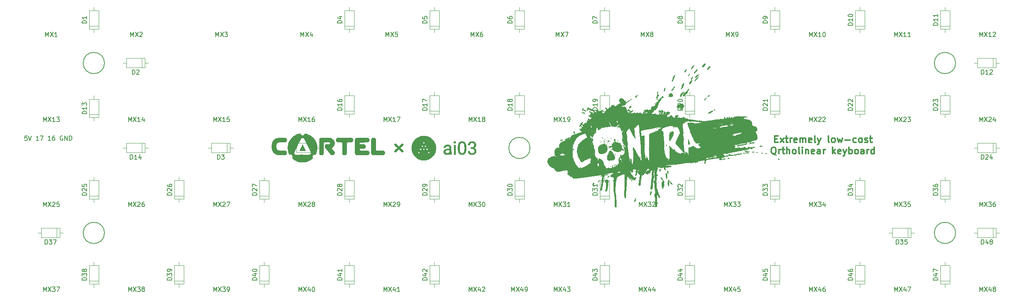
<source format=gto>
%TF.GenerationSoftware,KiCad,Pcbnew,4.0.7*%
%TF.CreationDate,2018-01-16T00:45:26-08:00*%
%TF.ProjectId,Danck,44616E636B2E6B696361645F70636200,rev?*%
%TF.FileFunction,Legend,Top*%
%FSLAX46Y46*%
G04 Gerber Fmt 4.6, Leading zero omitted, Abs format (unit mm)*
G04 Created by KiCad (PCBNEW 4.0.7) date 01/16/18 00:45:26*
%MOMM*%
%LPD*%
G01*
G04 APERTURE LIST*
%ADD10C,0.100000*%
%ADD11C,0.150000*%
%ADD12C,0.200000*%
%ADD13C,0.500000*%
%ADD14C,0.300000*%
%ADD15C,0.120000*%
%ADD16C,0.010000*%
G04 APERTURE END LIST*
D10*
D11*
X32677695Y-63968381D02*
X32201504Y-63968381D01*
X32153885Y-64444571D01*
X32201504Y-64396952D01*
X32296742Y-64349333D01*
X32534838Y-64349333D01*
X32630076Y-64396952D01*
X32677695Y-64444571D01*
X32725314Y-64539810D01*
X32725314Y-64777905D01*
X32677695Y-64873143D01*
X32630076Y-64920762D01*
X32534838Y-64968381D01*
X32296742Y-64968381D01*
X32201504Y-64920762D01*
X32153885Y-64873143D01*
X33011028Y-63968381D02*
X33344361Y-64968381D01*
X33677695Y-63968381D01*
X35296743Y-64968381D02*
X34725314Y-64968381D01*
X35011028Y-64968381D02*
X35011028Y-63968381D01*
X34915790Y-64111238D01*
X34820552Y-64206476D01*
X34725314Y-64254095D01*
X35630076Y-63968381D02*
X36296743Y-63968381D01*
X35868171Y-64968381D01*
X37963410Y-64968381D02*
X37391981Y-64968381D01*
X37677695Y-64968381D02*
X37677695Y-63968381D01*
X37582457Y-64111238D01*
X37487219Y-64206476D01*
X37391981Y-64254095D01*
X38820553Y-63968381D02*
X38630076Y-63968381D01*
X38534838Y-64016000D01*
X38487219Y-64063619D01*
X38391981Y-64206476D01*
X38344362Y-64396952D01*
X38344362Y-64777905D01*
X38391981Y-64873143D01*
X38439600Y-64920762D01*
X38534838Y-64968381D01*
X38725315Y-64968381D01*
X38820553Y-64920762D01*
X38868172Y-64873143D01*
X38915791Y-64777905D01*
X38915791Y-64539810D01*
X38868172Y-64444571D01*
X38820553Y-64396952D01*
X38725315Y-64349333D01*
X38534838Y-64349333D01*
X38439600Y-64396952D01*
X38391981Y-64444571D01*
X38344362Y-64539810D01*
X40630077Y-64016000D02*
X40534839Y-63968381D01*
X40391982Y-63968381D01*
X40249124Y-64016000D01*
X40153886Y-64111238D01*
X40106267Y-64206476D01*
X40058648Y-64396952D01*
X40058648Y-64539810D01*
X40106267Y-64730286D01*
X40153886Y-64825524D01*
X40249124Y-64920762D01*
X40391982Y-64968381D01*
X40487220Y-64968381D01*
X40630077Y-64920762D01*
X40677696Y-64873143D01*
X40677696Y-64539810D01*
X40487220Y-64539810D01*
X41106267Y-64968381D02*
X41106267Y-63968381D01*
X41677696Y-64968381D01*
X41677696Y-63968381D01*
X42153886Y-64968381D02*
X42153886Y-63968381D01*
X42391981Y-63968381D01*
X42534839Y-64016000D01*
X42630077Y-64111238D01*
X42677696Y-64206476D01*
X42725315Y-64396952D01*
X42725315Y-64539810D01*
X42677696Y-64730286D01*
X42630077Y-64825524D01*
X42534839Y-64920762D01*
X42391981Y-64968381D01*
X42153886Y-64968381D01*
D12*
X240506250Y-85725000D02*
G75*
G03X240506250Y-85725000I-2381250J0D01*
G01*
X240506250Y-47625000D02*
G75*
G03X240506250Y-47625000I-2381250J0D01*
G01*
X145256250Y-66675000D02*
G75*
G03X145256250Y-66675000I-2381250J0D01*
G01*
X50006250Y-85725000D02*
G75*
G03X50006250Y-85725000I-2381250J0D01*
G01*
X50006250Y-47625000D02*
G75*
G03X50006250Y-47625000I-2381250J0D01*
G01*
D13*
X116681250Y-67468750D02*
X115093750Y-65881250D01*
X116681250Y-65881250D02*
X115093750Y-67468750D01*
D14*
X200034286Y-64657857D02*
X200534286Y-64657857D01*
X200748572Y-65443571D02*
X200034286Y-65443571D01*
X200034286Y-63943571D01*
X200748572Y-63943571D01*
X201248572Y-65443571D02*
X202034286Y-64443571D01*
X201248572Y-64443571D02*
X202034286Y-65443571D01*
X202391429Y-64443571D02*
X202962858Y-64443571D01*
X202605715Y-63943571D02*
X202605715Y-65229286D01*
X202677143Y-65372143D01*
X202820001Y-65443571D01*
X202962858Y-65443571D01*
X203462858Y-65443571D02*
X203462858Y-64443571D01*
X203462858Y-64729286D02*
X203534286Y-64586429D01*
X203605715Y-64515000D01*
X203748572Y-64443571D01*
X203891429Y-64443571D01*
X204962857Y-65372143D02*
X204820000Y-65443571D01*
X204534286Y-65443571D01*
X204391429Y-65372143D01*
X204320000Y-65229286D01*
X204320000Y-64657857D01*
X204391429Y-64515000D01*
X204534286Y-64443571D01*
X204820000Y-64443571D01*
X204962857Y-64515000D01*
X205034286Y-64657857D01*
X205034286Y-64800714D01*
X204320000Y-64943571D01*
X205677143Y-65443571D02*
X205677143Y-64443571D01*
X205677143Y-64586429D02*
X205748571Y-64515000D01*
X205891429Y-64443571D01*
X206105714Y-64443571D01*
X206248571Y-64515000D01*
X206320000Y-64657857D01*
X206320000Y-65443571D01*
X206320000Y-64657857D02*
X206391429Y-64515000D01*
X206534286Y-64443571D01*
X206748571Y-64443571D01*
X206891429Y-64515000D01*
X206962857Y-64657857D01*
X206962857Y-65443571D01*
X208248571Y-65372143D02*
X208105714Y-65443571D01*
X207820000Y-65443571D01*
X207677143Y-65372143D01*
X207605714Y-65229286D01*
X207605714Y-64657857D01*
X207677143Y-64515000D01*
X207820000Y-64443571D01*
X208105714Y-64443571D01*
X208248571Y-64515000D01*
X208320000Y-64657857D01*
X208320000Y-64800714D01*
X207605714Y-64943571D01*
X209177143Y-65443571D02*
X209034285Y-65372143D01*
X208962857Y-65229286D01*
X208962857Y-63943571D01*
X209605714Y-64443571D02*
X209962857Y-65443571D01*
X210319999Y-64443571D02*
X209962857Y-65443571D01*
X209819999Y-65800714D01*
X209748571Y-65872143D01*
X209605714Y-65943571D01*
X212248571Y-65443571D02*
X212105713Y-65372143D01*
X212034285Y-65229286D01*
X212034285Y-63943571D01*
X213034285Y-65443571D02*
X212891427Y-65372143D01*
X212819999Y-65300714D01*
X212748570Y-65157857D01*
X212748570Y-64729286D01*
X212819999Y-64586429D01*
X212891427Y-64515000D01*
X213034285Y-64443571D01*
X213248570Y-64443571D01*
X213391427Y-64515000D01*
X213462856Y-64586429D01*
X213534285Y-64729286D01*
X213534285Y-65157857D01*
X213462856Y-65300714D01*
X213391427Y-65372143D01*
X213248570Y-65443571D01*
X213034285Y-65443571D01*
X214034285Y-64443571D02*
X214319999Y-65443571D01*
X214605713Y-64729286D01*
X214891428Y-65443571D01*
X215177142Y-64443571D01*
X215748571Y-64872143D02*
X216891428Y-64872143D01*
X218248571Y-65372143D02*
X218105714Y-65443571D01*
X217820000Y-65443571D01*
X217677142Y-65372143D01*
X217605714Y-65300714D01*
X217534285Y-65157857D01*
X217534285Y-64729286D01*
X217605714Y-64586429D01*
X217677142Y-64515000D01*
X217820000Y-64443571D01*
X218105714Y-64443571D01*
X218248571Y-64515000D01*
X219105714Y-65443571D02*
X218962856Y-65372143D01*
X218891428Y-65300714D01*
X218819999Y-65157857D01*
X218819999Y-64729286D01*
X218891428Y-64586429D01*
X218962856Y-64515000D01*
X219105714Y-64443571D01*
X219319999Y-64443571D01*
X219462856Y-64515000D01*
X219534285Y-64586429D01*
X219605714Y-64729286D01*
X219605714Y-65157857D01*
X219534285Y-65300714D01*
X219462856Y-65372143D01*
X219319999Y-65443571D01*
X219105714Y-65443571D01*
X220177142Y-65372143D02*
X220319999Y-65443571D01*
X220605714Y-65443571D01*
X220748571Y-65372143D01*
X220819999Y-65229286D01*
X220819999Y-65157857D01*
X220748571Y-65015000D01*
X220605714Y-64943571D01*
X220391428Y-64943571D01*
X220248571Y-64872143D01*
X220177142Y-64729286D01*
X220177142Y-64657857D01*
X220248571Y-64515000D01*
X220391428Y-64443571D01*
X220605714Y-64443571D01*
X220748571Y-64515000D01*
X221248571Y-64443571D02*
X221820000Y-64443571D01*
X221462857Y-63943571D02*
X221462857Y-65229286D01*
X221534285Y-65372143D01*
X221677143Y-65443571D01*
X221820000Y-65443571D01*
X199641429Y-66493571D02*
X199927143Y-66493571D01*
X200070001Y-66565000D01*
X200212858Y-66707857D01*
X200284286Y-66993571D01*
X200284286Y-67493571D01*
X200212858Y-67779286D01*
X200070001Y-67922143D01*
X199927143Y-67993571D01*
X199641429Y-67993571D01*
X199498572Y-67922143D01*
X199355715Y-67779286D01*
X199284286Y-67493571D01*
X199284286Y-66993571D01*
X199355715Y-66707857D01*
X199498572Y-66565000D01*
X199641429Y-66493571D01*
X200927144Y-67993571D02*
X200927144Y-66993571D01*
X200927144Y-67279286D02*
X200998572Y-67136429D01*
X201070001Y-67065000D01*
X201212858Y-66993571D01*
X201355715Y-66993571D01*
X201641429Y-66993571D02*
X202212858Y-66993571D01*
X201855715Y-66493571D02*
X201855715Y-67779286D01*
X201927143Y-67922143D01*
X202070001Y-67993571D01*
X202212858Y-67993571D01*
X202712858Y-67993571D02*
X202712858Y-66493571D01*
X203355715Y-67993571D02*
X203355715Y-67207857D01*
X203284286Y-67065000D01*
X203141429Y-66993571D01*
X202927144Y-66993571D01*
X202784286Y-67065000D01*
X202712858Y-67136429D01*
X204284287Y-67993571D02*
X204141429Y-67922143D01*
X204070001Y-67850714D01*
X203998572Y-67707857D01*
X203998572Y-67279286D01*
X204070001Y-67136429D01*
X204141429Y-67065000D01*
X204284287Y-66993571D01*
X204498572Y-66993571D01*
X204641429Y-67065000D01*
X204712858Y-67136429D01*
X204784287Y-67279286D01*
X204784287Y-67707857D01*
X204712858Y-67850714D01*
X204641429Y-67922143D01*
X204498572Y-67993571D01*
X204284287Y-67993571D01*
X205641430Y-67993571D02*
X205498572Y-67922143D01*
X205427144Y-67779286D01*
X205427144Y-66493571D01*
X206212858Y-67993571D02*
X206212858Y-66993571D01*
X206212858Y-66493571D02*
X206141429Y-66565000D01*
X206212858Y-66636429D01*
X206284286Y-66565000D01*
X206212858Y-66493571D01*
X206212858Y-66636429D01*
X206927144Y-66993571D02*
X206927144Y-67993571D01*
X206927144Y-67136429D02*
X206998572Y-67065000D01*
X207141430Y-66993571D01*
X207355715Y-66993571D01*
X207498572Y-67065000D01*
X207570001Y-67207857D01*
X207570001Y-67993571D01*
X208855715Y-67922143D02*
X208712858Y-67993571D01*
X208427144Y-67993571D01*
X208284287Y-67922143D01*
X208212858Y-67779286D01*
X208212858Y-67207857D01*
X208284287Y-67065000D01*
X208427144Y-66993571D01*
X208712858Y-66993571D01*
X208855715Y-67065000D01*
X208927144Y-67207857D01*
X208927144Y-67350714D01*
X208212858Y-67493571D01*
X210212858Y-67993571D02*
X210212858Y-67207857D01*
X210141429Y-67065000D01*
X209998572Y-66993571D01*
X209712858Y-66993571D01*
X209570001Y-67065000D01*
X210212858Y-67922143D02*
X210070001Y-67993571D01*
X209712858Y-67993571D01*
X209570001Y-67922143D01*
X209498572Y-67779286D01*
X209498572Y-67636429D01*
X209570001Y-67493571D01*
X209712858Y-67422143D01*
X210070001Y-67422143D01*
X210212858Y-67350714D01*
X210927144Y-67993571D02*
X210927144Y-66993571D01*
X210927144Y-67279286D02*
X210998572Y-67136429D01*
X211070001Y-67065000D01*
X211212858Y-66993571D01*
X211355715Y-66993571D01*
X212998572Y-67993571D02*
X212998572Y-66493571D01*
X213141429Y-67422143D02*
X213570000Y-67993571D01*
X213570000Y-66993571D02*
X212998572Y-67565000D01*
X214784286Y-67922143D02*
X214641429Y-67993571D01*
X214355715Y-67993571D01*
X214212858Y-67922143D01*
X214141429Y-67779286D01*
X214141429Y-67207857D01*
X214212858Y-67065000D01*
X214355715Y-66993571D01*
X214641429Y-66993571D01*
X214784286Y-67065000D01*
X214855715Y-67207857D01*
X214855715Y-67350714D01*
X214141429Y-67493571D01*
X215355715Y-66993571D02*
X215712858Y-67993571D01*
X216070000Y-66993571D02*
X215712858Y-67993571D01*
X215570000Y-68350714D01*
X215498572Y-68422143D01*
X215355715Y-68493571D01*
X216641429Y-67993571D02*
X216641429Y-66493571D01*
X216641429Y-67065000D02*
X216784286Y-66993571D01*
X217070000Y-66993571D01*
X217212857Y-67065000D01*
X217284286Y-67136429D01*
X217355715Y-67279286D01*
X217355715Y-67707857D01*
X217284286Y-67850714D01*
X217212857Y-67922143D01*
X217070000Y-67993571D01*
X216784286Y-67993571D01*
X216641429Y-67922143D01*
X218212858Y-67993571D02*
X218070000Y-67922143D01*
X217998572Y-67850714D01*
X217927143Y-67707857D01*
X217927143Y-67279286D01*
X217998572Y-67136429D01*
X218070000Y-67065000D01*
X218212858Y-66993571D01*
X218427143Y-66993571D01*
X218570000Y-67065000D01*
X218641429Y-67136429D01*
X218712858Y-67279286D01*
X218712858Y-67707857D01*
X218641429Y-67850714D01*
X218570000Y-67922143D01*
X218427143Y-67993571D01*
X218212858Y-67993571D01*
X219998572Y-67993571D02*
X219998572Y-67207857D01*
X219927143Y-67065000D01*
X219784286Y-66993571D01*
X219498572Y-66993571D01*
X219355715Y-67065000D01*
X219998572Y-67922143D02*
X219855715Y-67993571D01*
X219498572Y-67993571D01*
X219355715Y-67922143D01*
X219284286Y-67779286D01*
X219284286Y-67636429D01*
X219355715Y-67493571D01*
X219498572Y-67422143D01*
X219855715Y-67422143D01*
X219998572Y-67350714D01*
X220712858Y-67993571D02*
X220712858Y-66993571D01*
X220712858Y-67279286D02*
X220784286Y-67136429D01*
X220855715Y-67065000D01*
X220998572Y-66993571D01*
X221141429Y-66993571D01*
X222284286Y-67993571D02*
X222284286Y-66493571D01*
X222284286Y-67922143D02*
X222141429Y-67993571D01*
X221855715Y-67993571D01*
X221712857Y-67922143D01*
X221641429Y-67850714D01*
X221570000Y-67707857D01*
X221570000Y-67279286D01*
X221641429Y-67136429D01*
X221712857Y-67065000D01*
X221855715Y-66993571D01*
X222141429Y-66993571D01*
X222284286Y-67065000D01*
D15*
X46565000Y-40001250D02*
X48685000Y-40001250D01*
X48685000Y-40001250D02*
X48685000Y-35881250D01*
X48685000Y-35881250D02*
X46565000Y-35881250D01*
X46565000Y-35881250D02*
X46565000Y-40001250D01*
X47625000Y-40771250D02*
X47625000Y-40001250D01*
X47625000Y-35111250D02*
X47625000Y-35881250D01*
X46565000Y-39341250D02*
X48685000Y-39341250D01*
X59051250Y-48685000D02*
X59051250Y-46565000D01*
X59051250Y-46565000D02*
X54931250Y-46565000D01*
X54931250Y-46565000D02*
X54931250Y-48685000D01*
X54931250Y-48685000D02*
X59051250Y-48685000D01*
X59821250Y-47625000D02*
X59051250Y-47625000D01*
X54161250Y-47625000D02*
X54931250Y-47625000D01*
X58391250Y-48685000D02*
X58391250Y-46565000D01*
X78101250Y-67735000D02*
X78101250Y-65615000D01*
X78101250Y-65615000D02*
X73981250Y-65615000D01*
X73981250Y-65615000D02*
X73981250Y-67735000D01*
X73981250Y-67735000D02*
X78101250Y-67735000D01*
X78871250Y-66675000D02*
X78101250Y-66675000D01*
X73211250Y-66675000D02*
X73981250Y-66675000D01*
X77441250Y-67735000D02*
X77441250Y-65615000D01*
X103715000Y-40001250D02*
X105835000Y-40001250D01*
X105835000Y-40001250D02*
X105835000Y-35881250D01*
X105835000Y-35881250D02*
X103715000Y-35881250D01*
X103715000Y-35881250D02*
X103715000Y-40001250D01*
X104775000Y-40771250D02*
X104775000Y-40001250D01*
X104775000Y-35111250D02*
X104775000Y-35881250D01*
X103715000Y-39341250D02*
X105835000Y-39341250D01*
X122765000Y-40001250D02*
X124885000Y-40001250D01*
X124885000Y-40001250D02*
X124885000Y-35881250D01*
X124885000Y-35881250D02*
X122765000Y-35881250D01*
X122765000Y-35881250D02*
X122765000Y-40001250D01*
X123825000Y-40771250D02*
X123825000Y-40001250D01*
X123825000Y-35111250D02*
X123825000Y-35881250D01*
X122765000Y-39341250D02*
X124885000Y-39341250D01*
X141815000Y-40001250D02*
X143935000Y-40001250D01*
X143935000Y-40001250D02*
X143935000Y-35881250D01*
X143935000Y-35881250D02*
X141815000Y-35881250D01*
X141815000Y-35881250D02*
X141815000Y-40001250D01*
X142875000Y-40771250D02*
X142875000Y-40001250D01*
X142875000Y-35111250D02*
X142875000Y-35881250D01*
X141815000Y-39341250D02*
X143935000Y-39341250D01*
X160865000Y-40001250D02*
X162985000Y-40001250D01*
X162985000Y-40001250D02*
X162985000Y-35881250D01*
X162985000Y-35881250D02*
X160865000Y-35881250D01*
X160865000Y-35881250D02*
X160865000Y-40001250D01*
X161925000Y-40771250D02*
X161925000Y-40001250D01*
X161925000Y-35111250D02*
X161925000Y-35881250D01*
X160865000Y-39341250D02*
X162985000Y-39341250D01*
X179915000Y-40001250D02*
X182035000Y-40001250D01*
X182035000Y-40001250D02*
X182035000Y-35881250D01*
X182035000Y-35881250D02*
X179915000Y-35881250D01*
X179915000Y-35881250D02*
X179915000Y-40001250D01*
X180975000Y-40771250D02*
X180975000Y-40001250D01*
X180975000Y-35111250D02*
X180975000Y-35881250D01*
X179915000Y-39341250D02*
X182035000Y-39341250D01*
X198965000Y-40001250D02*
X201085000Y-40001250D01*
X201085000Y-40001250D02*
X201085000Y-35881250D01*
X201085000Y-35881250D02*
X198965000Y-35881250D01*
X198965000Y-35881250D02*
X198965000Y-40001250D01*
X200025000Y-40771250D02*
X200025000Y-40001250D01*
X200025000Y-35111250D02*
X200025000Y-35881250D01*
X198965000Y-39341250D02*
X201085000Y-39341250D01*
X218015000Y-40001250D02*
X220135000Y-40001250D01*
X220135000Y-40001250D02*
X220135000Y-35881250D01*
X220135000Y-35881250D02*
X218015000Y-35881250D01*
X218015000Y-35881250D02*
X218015000Y-40001250D01*
X219075000Y-40771250D02*
X219075000Y-40001250D01*
X219075000Y-35111250D02*
X219075000Y-35881250D01*
X218015000Y-39341250D02*
X220135000Y-39341250D01*
X237065000Y-40001250D02*
X239185000Y-40001250D01*
X239185000Y-40001250D02*
X239185000Y-35881250D01*
X239185000Y-35881250D02*
X237065000Y-35881250D01*
X237065000Y-35881250D02*
X237065000Y-40001250D01*
X238125000Y-40771250D02*
X238125000Y-40001250D01*
X238125000Y-35111250D02*
X238125000Y-35881250D01*
X237065000Y-39341250D02*
X239185000Y-39341250D01*
X249551250Y-48685000D02*
X249551250Y-46565000D01*
X249551250Y-46565000D02*
X245431250Y-46565000D01*
X245431250Y-46565000D02*
X245431250Y-48685000D01*
X245431250Y-48685000D02*
X249551250Y-48685000D01*
X250321250Y-47625000D02*
X249551250Y-47625000D01*
X244661250Y-47625000D02*
X245431250Y-47625000D01*
X248891250Y-48685000D02*
X248891250Y-46565000D01*
X46565000Y-59845000D02*
X48685000Y-59845000D01*
X48685000Y-59845000D02*
X48685000Y-55725000D01*
X48685000Y-55725000D02*
X46565000Y-55725000D01*
X46565000Y-55725000D02*
X46565000Y-59845000D01*
X47625000Y-60615000D02*
X47625000Y-59845000D01*
X47625000Y-54955000D02*
X47625000Y-55725000D01*
X46565000Y-59185000D02*
X48685000Y-59185000D01*
X59051250Y-67735000D02*
X59051250Y-65615000D01*
X59051250Y-65615000D02*
X54931250Y-65615000D01*
X54931250Y-65615000D02*
X54931250Y-67735000D01*
X54931250Y-67735000D02*
X59051250Y-67735000D01*
X59821250Y-66675000D02*
X59051250Y-66675000D01*
X54161250Y-66675000D02*
X54931250Y-66675000D01*
X58391250Y-67735000D02*
X58391250Y-65615000D01*
X97151250Y-67735000D02*
X97151250Y-65615000D01*
X97151250Y-65615000D02*
X93031250Y-65615000D01*
X93031250Y-65615000D02*
X93031250Y-67735000D01*
X93031250Y-67735000D02*
X97151250Y-67735000D01*
X97921250Y-66675000D02*
X97151250Y-66675000D01*
X92261250Y-66675000D02*
X93031250Y-66675000D01*
X96491250Y-67735000D02*
X96491250Y-65615000D01*
X103715000Y-59051250D02*
X105835000Y-59051250D01*
X105835000Y-59051250D02*
X105835000Y-54931250D01*
X105835000Y-54931250D02*
X103715000Y-54931250D01*
X103715000Y-54931250D02*
X103715000Y-59051250D01*
X104775000Y-59821250D02*
X104775000Y-59051250D01*
X104775000Y-54161250D02*
X104775000Y-54931250D01*
X103715000Y-58391250D02*
X105835000Y-58391250D01*
X122765000Y-59051250D02*
X124885000Y-59051250D01*
X124885000Y-59051250D02*
X124885000Y-54931250D01*
X124885000Y-54931250D02*
X122765000Y-54931250D01*
X122765000Y-54931250D02*
X122765000Y-59051250D01*
X123825000Y-59821250D02*
X123825000Y-59051250D01*
X123825000Y-54161250D02*
X123825000Y-54931250D01*
X122765000Y-58391250D02*
X124885000Y-58391250D01*
X141815000Y-59051250D02*
X143935000Y-59051250D01*
X143935000Y-59051250D02*
X143935000Y-54931250D01*
X143935000Y-54931250D02*
X141815000Y-54931250D01*
X141815000Y-54931250D02*
X141815000Y-59051250D01*
X142875000Y-59821250D02*
X142875000Y-59051250D01*
X142875000Y-54161250D02*
X142875000Y-54931250D01*
X141815000Y-58391250D02*
X143935000Y-58391250D01*
X160865000Y-59051250D02*
X162985000Y-59051250D01*
X162985000Y-59051250D02*
X162985000Y-54931250D01*
X162985000Y-54931250D02*
X160865000Y-54931250D01*
X160865000Y-54931250D02*
X160865000Y-59051250D01*
X161925000Y-59821250D02*
X161925000Y-59051250D01*
X161925000Y-54161250D02*
X161925000Y-54931250D01*
X160865000Y-58391250D02*
X162985000Y-58391250D01*
X179915000Y-59051250D02*
X182035000Y-59051250D01*
X182035000Y-59051250D02*
X182035000Y-54931250D01*
X182035000Y-54931250D02*
X179915000Y-54931250D01*
X179915000Y-54931250D02*
X179915000Y-59051250D01*
X180975000Y-59821250D02*
X180975000Y-59051250D01*
X180975000Y-54161250D02*
X180975000Y-54931250D01*
X179915000Y-58391250D02*
X182035000Y-58391250D01*
X198965000Y-59051250D02*
X201085000Y-59051250D01*
X201085000Y-59051250D02*
X201085000Y-54931250D01*
X201085000Y-54931250D02*
X198965000Y-54931250D01*
X198965000Y-54931250D02*
X198965000Y-59051250D01*
X200025000Y-59821250D02*
X200025000Y-59051250D01*
X200025000Y-54161250D02*
X200025000Y-54931250D01*
X198965000Y-58391250D02*
X201085000Y-58391250D01*
X218015000Y-59051250D02*
X220135000Y-59051250D01*
X220135000Y-59051250D02*
X220135000Y-54931250D01*
X220135000Y-54931250D02*
X218015000Y-54931250D01*
X218015000Y-54931250D02*
X218015000Y-59051250D01*
X219075000Y-59821250D02*
X219075000Y-59051250D01*
X219075000Y-54161250D02*
X219075000Y-54931250D01*
X218015000Y-58391250D02*
X220135000Y-58391250D01*
X237065000Y-59051250D02*
X239185000Y-59051250D01*
X239185000Y-59051250D02*
X239185000Y-54931250D01*
X239185000Y-54931250D02*
X237065000Y-54931250D01*
X237065000Y-54931250D02*
X237065000Y-59051250D01*
X238125000Y-59821250D02*
X238125000Y-59051250D01*
X238125000Y-54161250D02*
X238125000Y-54931250D01*
X237065000Y-58391250D02*
X239185000Y-58391250D01*
X249551250Y-67735000D02*
X249551250Y-65615000D01*
X249551250Y-65615000D02*
X245431250Y-65615000D01*
X245431250Y-65615000D02*
X245431250Y-67735000D01*
X245431250Y-67735000D02*
X249551250Y-67735000D01*
X250321250Y-66675000D02*
X249551250Y-66675000D01*
X244661250Y-66675000D02*
X245431250Y-66675000D01*
X248891250Y-67735000D02*
X248891250Y-65615000D01*
X46565000Y-78101250D02*
X48685000Y-78101250D01*
X48685000Y-78101250D02*
X48685000Y-73981250D01*
X48685000Y-73981250D02*
X46565000Y-73981250D01*
X46565000Y-73981250D02*
X46565000Y-78101250D01*
X47625000Y-78871250D02*
X47625000Y-78101250D01*
X47625000Y-73211250D02*
X47625000Y-73981250D01*
X46565000Y-77441250D02*
X48685000Y-77441250D01*
X65615000Y-78101250D02*
X67735000Y-78101250D01*
X67735000Y-78101250D02*
X67735000Y-73981250D01*
X67735000Y-73981250D02*
X65615000Y-73981250D01*
X65615000Y-73981250D02*
X65615000Y-78101250D01*
X66675000Y-78871250D02*
X66675000Y-78101250D01*
X66675000Y-73211250D02*
X66675000Y-73981250D01*
X65615000Y-77441250D02*
X67735000Y-77441250D01*
X84665000Y-78101250D02*
X86785000Y-78101250D01*
X86785000Y-78101250D02*
X86785000Y-73981250D01*
X86785000Y-73981250D02*
X84665000Y-73981250D01*
X84665000Y-73981250D02*
X84665000Y-78101250D01*
X85725000Y-78871250D02*
X85725000Y-78101250D01*
X85725000Y-73211250D02*
X85725000Y-73981250D01*
X84665000Y-77441250D02*
X86785000Y-77441250D01*
X103715000Y-78101250D02*
X105835000Y-78101250D01*
X105835000Y-78101250D02*
X105835000Y-73981250D01*
X105835000Y-73981250D02*
X103715000Y-73981250D01*
X103715000Y-73981250D02*
X103715000Y-78101250D01*
X104775000Y-78871250D02*
X104775000Y-78101250D01*
X104775000Y-73211250D02*
X104775000Y-73981250D01*
X103715000Y-77441250D02*
X105835000Y-77441250D01*
X122765000Y-78101250D02*
X124885000Y-78101250D01*
X124885000Y-78101250D02*
X124885000Y-73981250D01*
X124885000Y-73981250D02*
X122765000Y-73981250D01*
X122765000Y-73981250D02*
X122765000Y-78101250D01*
X123825000Y-78871250D02*
X123825000Y-78101250D01*
X123825000Y-73211250D02*
X123825000Y-73981250D01*
X122765000Y-77441250D02*
X124885000Y-77441250D01*
X141815000Y-78101250D02*
X143935000Y-78101250D01*
X143935000Y-78101250D02*
X143935000Y-73981250D01*
X143935000Y-73981250D02*
X141815000Y-73981250D01*
X141815000Y-73981250D02*
X141815000Y-78101250D01*
X142875000Y-78871250D02*
X142875000Y-78101250D01*
X142875000Y-73211250D02*
X142875000Y-73981250D01*
X141815000Y-77441250D02*
X143935000Y-77441250D01*
X160865000Y-78101250D02*
X162985000Y-78101250D01*
X162985000Y-78101250D02*
X162985000Y-73981250D01*
X162985000Y-73981250D02*
X160865000Y-73981250D01*
X160865000Y-73981250D02*
X160865000Y-78101250D01*
X161925000Y-78871250D02*
X161925000Y-78101250D01*
X161925000Y-73211250D02*
X161925000Y-73981250D01*
X160865000Y-77441250D02*
X162985000Y-77441250D01*
X179915000Y-78101250D02*
X182035000Y-78101250D01*
X182035000Y-78101250D02*
X182035000Y-73981250D01*
X182035000Y-73981250D02*
X179915000Y-73981250D01*
X179915000Y-73981250D02*
X179915000Y-78101250D01*
X180975000Y-78871250D02*
X180975000Y-78101250D01*
X180975000Y-73211250D02*
X180975000Y-73981250D01*
X179915000Y-77441250D02*
X182035000Y-77441250D01*
X198965000Y-78101250D02*
X201085000Y-78101250D01*
X201085000Y-78101250D02*
X201085000Y-73981250D01*
X201085000Y-73981250D02*
X198965000Y-73981250D01*
X198965000Y-73981250D02*
X198965000Y-78101250D01*
X200025000Y-78871250D02*
X200025000Y-78101250D01*
X200025000Y-73211250D02*
X200025000Y-73981250D01*
X198965000Y-77441250D02*
X201085000Y-77441250D01*
X218015000Y-78101250D02*
X220135000Y-78101250D01*
X220135000Y-78101250D02*
X220135000Y-73981250D01*
X220135000Y-73981250D02*
X218015000Y-73981250D01*
X218015000Y-73981250D02*
X218015000Y-78101250D01*
X219075000Y-78871250D02*
X219075000Y-78101250D01*
X219075000Y-73211250D02*
X219075000Y-73981250D01*
X218015000Y-77441250D02*
X220135000Y-77441250D01*
X230501250Y-86785000D02*
X230501250Y-84665000D01*
X230501250Y-84665000D02*
X226381250Y-84665000D01*
X226381250Y-84665000D02*
X226381250Y-86785000D01*
X226381250Y-86785000D02*
X230501250Y-86785000D01*
X231271250Y-85725000D02*
X230501250Y-85725000D01*
X225611250Y-85725000D02*
X226381250Y-85725000D01*
X229841250Y-86785000D02*
X229841250Y-84665000D01*
X237065000Y-78101250D02*
X239185000Y-78101250D01*
X239185000Y-78101250D02*
X239185000Y-73981250D01*
X239185000Y-73981250D02*
X237065000Y-73981250D01*
X237065000Y-73981250D02*
X237065000Y-78101250D01*
X238125000Y-78871250D02*
X238125000Y-78101250D01*
X238125000Y-73211250D02*
X238125000Y-73981250D01*
X237065000Y-77441250D02*
X239185000Y-77441250D01*
X40001250Y-86785000D02*
X40001250Y-84665000D01*
X40001250Y-84665000D02*
X35881250Y-84665000D01*
X35881250Y-84665000D02*
X35881250Y-86785000D01*
X35881250Y-86785000D02*
X40001250Y-86785000D01*
X40771250Y-85725000D02*
X40001250Y-85725000D01*
X35111250Y-85725000D02*
X35881250Y-85725000D01*
X39341250Y-86785000D02*
X39341250Y-84665000D01*
X46565000Y-97151250D02*
X48685000Y-97151250D01*
X48685000Y-97151250D02*
X48685000Y-93031250D01*
X48685000Y-93031250D02*
X46565000Y-93031250D01*
X46565000Y-93031250D02*
X46565000Y-97151250D01*
X47625000Y-97921250D02*
X47625000Y-97151250D01*
X47625000Y-92261250D02*
X47625000Y-93031250D01*
X46565000Y-96491250D02*
X48685000Y-96491250D01*
X65615000Y-97151250D02*
X67735000Y-97151250D01*
X67735000Y-97151250D02*
X67735000Y-93031250D01*
X67735000Y-93031250D02*
X65615000Y-93031250D01*
X65615000Y-93031250D02*
X65615000Y-97151250D01*
X66675000Y-97921250D02*
X66675000Y-97151250D01*
X66675000Y-92261250D02*
X66675000Y-93031250D01*
X65615000Y-96491250D02*
X67735000Y-96491250D01*
X84665000Y-97151250D02*
X86785000Y-97151250D01*
X86785000Y-97151250D02*
X86785000Y-93031250D01*
X86785000Y-93031250D02*
X84665000Y-93031250D01*
X84665000Y-93031250D02*
X84665000Y-97151250D01*
X85725000Y-97921250D02*
X85725000Y-97151250D01*
X85725000Y-92261250D02*
X85725000Y-93031250D01*
X84665000Y-96491250D02*
X86785000Y-96491250D01*
X103715000Y-97151250D02*
X105835000Y-97151250D01*
X105835000Y-97151250D02*
X105835000Y-93031250D01*
X105835000Y-93031250D02*
X103715000Y-93031250D01*
X103715000Y-93031250D02*
X103715000Y-97151250D01*
X104775000Y-97921250D02*
X104775000Y-97151250D01*
X104775000Y-92261250D02*
X104775000Y-93031250D01*
X103715000Y-96491250D02*
X105835000Y-96491250D01*
X122765000Y-97151250D02*
X124885000Y-97151250D01*
X124885000Y-97151250D02*
X124885000Y-93031250D01*
X124885000Y-93031250D02*
X122765000Y-93031250D01*
X122765000Y-93031250D02*
X122765000Y-97151250D01*
X123825000Y-97921250D02*
X123825000Y-97151250D01*
X123825000Y-92261250D02*
X123825000Y-93031250D01*
X122765000Y-96491250D02*
X124885000Y-96491250D01*
X160865000Y-97151250D02*
X162985000Y-97151250D01*
X162985000Y-97151250D02*
X162985000Y-93031250D01*
X162985000Y-93031250D02*
X160865000Y-93031250D01*
X160865000Y-93031250D02*
X160865000Y-97151250D01*
X161925000Y-97921250D02*
X161925000Y-97151250D01*
X161925000Y-92261250D02*
X161925000Y-93031250D01*
X160865000Y-96491250D02*
X162985000Y-96491250D01*
X179915000Y-97151250D02*
X182035000Y-97151250D01*
X182035000Y-97151250D02*
X182035000Y-93031250D01*
X182035000Y-93031250D02*
X179915000Y-93031250D01*
X179915000Y-93031250D02*
X179915000Y-97151250D01*
X180975000Y-97921250D02*
X180975000Y-97151250D01*
X180975000Y-92261250D02*
X180975000Y-93031250D01*
X179915000Y-96491250D02*
X182035000Y-96491250D01*
X198965000Y-97151250D02*
X201085000Y-97151250D01*
X201085000Y-97151250D02*
X201085000Y-93031250D01*
X201085000Y-93031250D02*
X198965000Y-93031250D01*
X198965000Y-93031250D02*
X198965000Y-97151250D01*
X200025000Y-97921250D02*
X200025000Y-97151250D01*
X200025000Y-92261250D02*
X200025000Y-93031250D01*
X198965000Y-96491250D02*
X201085000Y-96491250D01*
X218015000Y-97151250D02*
X220135000Y-97151250D01*
X220135000Y-97151250D02*
X220135000Y-93031250D01*
X220135000Y-93031250D02*
X218015000Y-93031250D01*
X218015000Y-93031250D02*
X218015000Y-97151250D01*
X219075000Y-97921250D02*
X219075000Y-97151250D01*
X219075000Y-92261250D02*
X219075000Y-93031250D01*
X218015000Y-96491250D02*
X220135000Y-96491250D01*
X237065000Y-97151250D02*
X239185000Y-97151250D01*
X239185000Y-97151250D02*
X239185000Y-93031250D01*
X239185000Y-93031250D02*
X237065000Y-93031250D01*
X237065000Y-93031250D02*
X237065000Y-97151250D01*
X238125000Y-97921250D02*
X238125000Y-97151250D01*
X238125000Y-92261250D02*
X238125000Y-93031250D01*
X237065000Y-96491250D02*
X239185000Y-96491250D01*
X249551250Y-86785000D02*
X249551250Y-84665000D01*
X249551250Y-84665000D02*
X245431250Y-84665000D01*
X245431250Y-84665000D02*
X245431250Y-86785000D01*
X245431250Y-86785000D02*
X249551250Y-86785000D01*
X250321250Y-85725000D02*
X249551250Y-85725000D01*
X244661250Y-85725000D02*
X245431250Y-85725000D01*
X248891250Y-86785000D02*
X248891250Y-84665000D01*
D16*
G36*
X93798407Y-63431260D02*
X93813465Y-63452499D01*
X93833748Y-63486063D01*
X93858299Y-63530439D01*
X93865731Y-63544450D01*
X93905416Y-63615275D01*
X93943308Y-63672275D01*
X93981716Y-63718052D01*
X94022950Y-63755208D01*
X94069317Y-63786349D01*
X94090847Y-63798243D01*
X94176042Y-63833971D01*
X94262670Y-63853069D01*
X94349552Y-63855638D01*
X94435509Y-63841780D01*
X94519362Y-63811596D01*
X94599932Y-63765186D01*
X94616613Y-63753172D01*
X94657654Y-63716017D01*
X94698372Y-63665728D01*
X94739652Y-63601068D01*
X94780101Y-63525400D01*
X94797715Y-63490273D01*
X94812581Y-63461075D01*
X94823092Y-63440933D01*
X94827592Y-63433019D01*
X94838250Y-63432018D01*
X94862881Y-63434898D01*
X94899109Y-63441132D01*
X94944559Y-63450190D01*
X94996855Y-63461543D01*
X95053621Y-63474662D01*
X95112481Y-63489018D01*
X95171060Y-63504083D01*
X95226982Y-63519327D01*
X95265919Y-63530610D01*
X95480109Y-63603334D01*
X95689821Y-63691831D01*
X95893812Y-63795250D01*
X96090836Y-63912742D01*
X96279649Y-64043456D01*
X96459005Y-64186542D01*
X96627660Y-64341151D01*
X96784369Y-64506433D01*
X96901442Y-64647233D01*
X97039148Y-64836404D01*
X97161449Y-65032273D01*
X97268458Y-65235112D01*
X97360288Y-65445189D01*
X97437050Y-65662775D01*
X97498858Y-65888140D01*
X97545824Y-66121554D01*
X97562887Y-66234733D01*
X97568882Y-66291924D01*
X97573539Y-66362607D01*
X97576859Y-66443391D01*
X97578840Y-66530889D01*
X97579484Y-66621712D01*
X97578789Y-66712469D01*
X97576757Y-66799773D01*
X97573386Y-66880234D01*
X97568677Y-66950463D01*
X97562887Y-67005200D01*
X97523335Y-67240494D01*
X97469428Y-67467556D01*
X97401278Y-67686014D01*
X97318996Y-67895497D01*
X97251325Y-68040040D01*
X97235052Y-68071634D01*
X97223437Y-68090709D01*
X97213924Y-68100070D01*
X97203959Y-68102519D01*
X97195227Y-68101603D01*
X97094620Y-68087614D01*
X97007082Y-68081528D01*
X96930494Y-68083759D01*
X96862737Y-68094723D01*
X96801692Y-68114837D01*
X96745240Y-68144514D01*
X96691262Y-68184172D01*
X96667541Y-68205082D01*
X96613157Y-68262551D01*
X96572237Y-68323358D01*
X96541407Y-68392660D01*
X96537526Y-68403865D01*
X96517302Y-68477692D01*
X96508769Y-68546790D01*
X96512254Y-68614581D01*
X96528084Y-68684485D01*
X96556588Y-68759922D01*
X96575544Y-68800478D01*
X96625121Y-68901213D01*
X96538694Y-68981696D01*
X96371557Y-69126076D01*
X96192342Y-69259591D01*
X96002620Y-69381401D01*
X95803960Y-69490662D01*
X95597934Y-69586533D01*
X95386112Y-69668173D01*
X95170064Y-69734738D01*
X95100507Y-69752666D01*
X94988836Y-69778738D01*
X94885658Y-69799685D01*
X94786820Y-69816015D01*
X94688168Y-69828234D01*
X94585546Y-69836849D01*
X94474800Y-69842366D01*
X94351776Y-69845292D01*
X94339833Y-69845448D01*
X94276034Y-69846096D01*
X94216451Y-69846457D01*
X94163567Y-69846532D01*
X94119867Y-69846328D01*
X94087837Y-69845847D01*
X94069960Y-69845095D01*
X94068899Y-69844988D01*
X94048446Y-69842816D01*
X94015944Y-69839563D01*
X93976203Y-69835704D01*
X93941899Y-69832450D01*
X93784354Y-69812599D01*
X93619141Y-69782388D01*
X93450964Y-69743020D01*
X93284526Y-69695696D01*
X93124529Y-69641621D01*
X92994638Y-69590193D01*
X92803606Y-69501282D01*
X92617253Y-69400112D01*
X92438155Y-69288343D01*
X92268889Y-69167637D01*
X92112032Y-69039656D01*
X92041133Y-68975403D01*
X91981866Y-68919729D01*
X92026866Y-68834257D01*
X92057859Y-68772652D01*
X92080339Y-68720741D01*
X92095660Y-68674456D01*
X92105177Y-68629732D01*
X92110127Y-68584233D01*
X92108481Y-68494010D01*
X92090839Y-68409321D01*
X92057264Y-68330335D01*
X92007819Y-68257216D01*
X91969974Y-68215648D01*
X91915465Y-68166491D01*
X91861064Y-68128453D01*
X91804341Y-68100912D01*
X91742861Y-68083246D01*
X91674193Y-68074834D01*
X91595906Y-68075055D01*
X91505565Y-68083286D01*
X91470465Y-68087970D01*
X91365464Y-68102927D01*
X91316649Y-68000680D01*
X91227803Y-67798049D01*
X91219803Y-67775827D01*
X92406747Y-67775827D01*
X92414351Y-67845154D01*
X92434456Y-67917600D01*
X92465293Y-67987170D01*
X92473305Y-68001431D01*
X92521515Y-68067544D01*
X92582384Y-68124896D01*
X92653084Y-68171575D01*
X92730787Y-68205669D01*
X92801835Y-68223598D01*
X92814881Y-68224383D01*
X92843964Y-68225156D01*
X92888186Y-68225913D01*
X92946651Y-68226647D01*
X93018462Y-68227354D01*
X93102721Y-68228029D01*
X93198531Y-68228667D01*
X93304997Y-68229263D01*
X93421220Y-68229812D01*
X93546304Y-68230310D01*
X93679352Y-68230751D01*
X93819467Y-68231131D01*
X93965753Y-68231444D01*
X94117311Y-68231686D01*
X94273245Y-68231851D01*
X94308440Y-68231877D01*
X94495095Y-68231991D01*
X94665579Y-68232064D01*
X94820652Y-68232091D01*
X94961077Y-68232066D01*
X95087614Y-68231982D01*
X95201025Y-68231833D01*
X95302072Y-68231614D01*
X95391517Y-68231317D01*
X95470120Y-68230938D01*
X95538643Y-68230469D01*
X95597848Y-68229905D01*
X95648496Y-68229239D01*
X95691349Y-68228466D01*
X95727169Y-68227580D01*
X95756716Y-68226573D01*
X95780752Y-68225441D01*
X95800039Y-68224176D01*
X95815338Y-68222773D01*
X95827411Y-68221227D01*
X95836673Y-68219600D01*
X95922480Y-68194195D01*
X96000325Y-68155064D01*
X96068554Y-68103414D01*
X96125511Y-68040453D01*
X96162076Y-67982319D01*
X96195490Y-67908154D01*
X96214388Y-67838939D01*
X96219026Y-67771342D01*
X96209659Y-67702032D01*
X96188737Y-67633480D01*
X96171198Y-67587909D01*
X96150584Y-67536987D01*
X96126615Y-67480128D01*
X96099009Y-67416743D01*
X96067485Y-67346245D01*
X96031762Y-67268047D01*
X95991560Y-67181561D01*
X95946597Y-67086200D01*
X95896592Y-66981376D01*
X95841265Y-66866502D01*
X95780333Y-66740990D01*
X95713517Y-66604254D01*
X95640534Y-66455704D01*
X95561105Y-66294754D01*
X95474947Y-66120817D01*
X95381781Y-65933304D01*
X95281324Y-65731629D01*
X95223593Y-65615918D01*
X95150619Y-65469741D01*
X95084793Y-65337930D01*
X95025705Y-65219696D01*
X94972941Y-65114254D01*
X94926090Y-65020815D01*
X94884740Y-64938594D01*
X94848480Y-64866803D01*
X94816896Y-64804656D01*
X94789577Y-64751365D01*
X94766112Y-64706144D01*
X94746088Y-64668205D01*
X94729093Y-64636763D01*
X94714715Y-64611030D01*
X94702543Y-64590219D01*
X94692164Y-64573543D01*
X94683166Y-64560216D01*
X94675138Y-64549450D01*
X94667668Y-64540458D01*
X94660343Y-64532455D01*
X94652752Y-64524652D01*
X94651772Y-64523660D01*
X94584428Y-64466897D01*
X94509234Y-64423791D01*
X94428437Y-64394884D01*
X94344289Y-64380718D01*
X94259038Y-64381836D01*
X94174934Y-64398780D01*
X94157322Y-64404506D01*
X94117568Y-64420324D01*
X94076729Y-64439751D01*
X94043114Y-64458807D01*
X94040767Y-64460341D01*
X94022920Y-64472289D01*
X94006735Y-64483743D01*
X93991629Y-64495693D01*
X93977019Y-64509131D01*
X93962324Y-64525047D01*
X93946962Y-64544433D01*
X93930350Y-64568280D01*
X93911905Y-64597579D01*
X93891046Y-64633321D01*
X93867191Y-64676497D01*
X93839756Y-64728099D01*
X93808161Y-64789118D01*
X93771822Y-64860544D01*
X93730157Y-64943369D01*
X93682585Y-65038584D01*
X93628522Y-65147180D01*
X93580319Y-65244133D01*
X93465209Y-65475894D01*
X93357549Y-65693076D01*
X93257096Y-65896185D01*
X93163607Y-66085729D01*
X93076840Y-66262213D01*
X92996552Y-66426144D01*
X92922500Y-66578029D01*
X92854442Y-66718374D01*
X92792135Y-66847685D01*
X92735336Y-66966469D01*
X92683803Y-67075232D01*
X92637293Y-67174481D01*
X92595563Y-67264722D01*
X92558371Y-67346462D01*
X92525474Y-67420207D01*
X92496629Y-67486464D01*
X92471594Y-67545739D01*
X92450126Y-67598539D01*
X92440422Y-67623267D01*
X92424617Y-67665658D01*
X92414537Y-67697901D01*
X92409012Y-67725312D01*
X92406867Y-67753206D01*
X92406747Y-67775827D01*
X91219803Y-67775827D01*
X91154163Y-67593520D01*
X91094968Y-67384501D01*
X91049456Y-67168397D01*
X91024503Y-67005200D01*
X91020021Y-66962535D01*
X91015792Y-66906766D01*
X91012030Y-66841721D01*
X91008950Y-66771230D01*
X91006768Y-66699120D01*
X91006431Y-66683466D01*
X91006112Y-66523324D01*
X91012144Y-66374393D01*
X91025039Y-66231992D01*
X91045308Y-66091440D01*
X91073463Y-65948054D01*
X91098148Y-65843443D01*
X91161922Y-65623188D01*
X91240946Y-65409492D01*
X91334609Y-65202986D01*
X91442298Y-65004295D01*
X91563404Y-64814050D01*
X91697315Y-64632878D01*
X91843421Y-64461408D01*
X92001109Y-64300267D01*
X92169770Y-64150085D01*
X92348791Y-64011489D01*
X92537563Y-63885108D01*
X92735474Y-63771570D01*
X92941913Y-63671504D01*
X93156268Y-63585537D01*
X93357627Y-63520111D01*
X93399089Y-63508692D01*
X93448744Y-63495962D01*
X93503693Y-63482565D01*
X93561038Y-63469148D01*
X93617877Y-63456356D01*
X93671314Y-63444836D01*
X93718447Y-63435234D01*
X93756378Y-63428197D01*
X93782208Y-63424369D01*
X93789531Y-63423861D01*
X93798407Y-63431260D01*
X93798407Y-63431260D01*
G37*
X93798407Y-63431260D02*
X93813465Y-63452499D01*
X93833748Y-63486063D01*
X93858299Y-63530439D01*
X93865731Y-63544450D01*
X93905416Y-63615275D01*
X93943308Y-63672275D01*
X93981716Y-63718052D01*
X94022950Y-63755208D01*
X94069317Y-63786349D01*
X94090847Y-63798243D01*
X94176042Y-63833971D01*
X94262670Y-63853069D01*
X94349552Y-63855638D01*
X94435509Y-63841780D01*
X94519362Y-63811596D01*
X94599932Y-63765186D01*
X94616613Y-63753172D01*
X94657654Y-63716017D01*
X94698372Y-63665728D01*
X94739652Y-63601068D01*
X94780101Y-63525400D01*
X94797715Y-63490273D01*
X94812581Y-63461075D01*
X94823092Y-63440933D01*
X94827592Y-63433019D01*
X94838250Y-63432018D01*
X94862881Y-63434898D01*
X94899109Y-63441132D01*
X94944559Y-63450190D01*
X94996855Y-63461543D01*
X95053621Y-63474662D01*
X95112481Y-63489018D01*
X95171060Y-63504083D01*
X95226982Y-63519327D01*
X95265919Y-63530610D01*
X95480109Y-63603334D01*
X95689821Y-63691831D01*
X95893812Y-63795250D01*
X96090836Y-63912742D01*
X96279649Y-64043456D01*
X96459005Y-64186542D01*
X96627660Y-64341151D01*
X96784369Y-64506433D01*
X96901442Y-64647233D01*
X97039148Y-64836404D01*
X97161449Y-65032273D01*
X97268458Y-65235112D01*
X97360288Y-65445189D01*
X97437050Y-65662775D01*
X97498858Y-65888140D01*
X97545824Y-66121554D01*
X97562887Y-66234733D01*
X97568882Y-66291924D01*
X97573539Y-66362607D01*
X97576859Y-66443391D01*
X97578840Y-66530889D01*
X97579484Y-66621712D01*
X97578789Y-66712469D01*
X97576757Y-66799773D01*
X97573386Y-66880234D01*
X97568677Y-66950463D01*
X97562887Y-67005200D01*
X97523335Y-67240494D01*
X97469428Y-67467556D01*
X97401278Y-67686014D01*
X97318996Y-67895497D01*
X97251325Y-68040040D01*
X97235052Y-68071634D01*
X97223437Y-68090709D01*
X97213924Y-68100070D01*
X97203959Y-68102519D01*
X97195227Y-68101603D01*
X97094620Y-68087614D01*
X97007082Y-68081528D01*
X96930494Y-68083759D01*
X96862737Y-68094723D01*
X96801692Y-68114837D01*
X96745240Y-68144514D01*
X96691262Y-68184172D01*
X96667541Y-68205082D01*
X96613157Y-68262551D01*
X96572237Y-68323358D01*
X96541407Y-68392660D01*
X96537526Y-68403865D01*
X96517302Y-68477692D01*
X96508769Y-68546790D01*
X96512254Y-68614581D01*
X96528084Y-68684485D01*
X96556588Y-68759922D01*
X96575544Y-68800478D01*
X96625121Y-68901213D01*
X96538694Y-68981696D01*
X96371557Y-69126076D01*
X96192342Y-69259591D01*
X96002620Y-69381401D01*
X95803960Y-69490662D01*
X95597934Y-69586533D01*
X95386112Y-69668173D01*
X95170064Y-69734738D01*
X95100507Y-69752666D01*
X94988836Y-69778738D01*
X94885658Y-69799685D01*
X94786820Y-69816015D01*
X94688168Y-69828234D01*
X94585546Y-69836849D01*
X94474800Y-69842366D01*
X94351776Y-69845292D01*
X94339833Y-69845448D01*
X94276034Y-69846096D01*
X94216451Y-69846457D01*
X94163567Y-69846532D01*
X94119867Y-69846328D01*
X94087837Y-69845847D01*
X94069960Y-69845095D01*
X94068899Y-69844988D01*
X94048446Y-69842816D01*
X94015944Y-69839563D01*
X93976203Y-69835704D01*
X93941899Y-69832450D01*
X93784354Y-69812599D01*
X93619141Y-69782388D01*
X93450964Y-69743020D01*
X93284526Y-69695696D01*
X93124529Y-69641621D01*
X92994638Y-69590193D01*
X92803606Y-69501282D01*
X92617253Y-69400112D01*
X92438155Y-69288343D01*
X92268889Y-69167637D01*
X92112032Y-69039656D01*
X92041133Y-68975403D01*
X91981866Y-68919729D01*
X92026866Y-68834257D01*
X92057859Y-68772652D01*
X92080339Y-68720741D01*
X92095660Y-68674456D01*
X92105177Y-68629732D01*
X92110127Y-68584233D01*
X92108481Y-68494010D01*
X92090839Y-68409321D01*
X92057264Y-68330335D01*
X92007819Y-68257216D01*
X91969974Y-68215648D01*
X91915465Y-68166491D01*
X91861064Y-68128453D01*
X91804341Y-68100912D01*
X91742861Y-68083246D01*
X91674193Y-68074834D01*
X91595906Y-68075055D01*
X91505565Y-68083286D01*
X91470465Y-68087970D01*
X91365464Y-68102927D01*
X91316649Y-68000680D01*
X91227803Y-67798049D01*
X91219803Y-67775827D01*
X92406747Y-67775827D01*
X92414351Y-67845154D01*
X92434456Y-67917600D01*
X92465293Y-67987170D01*
X92473305Y-68001431D01*
X92521515Y-68067544D01*
X92582384Y-68124896D01*
X92653084Y-68171575D01*
X92730787Y-68205669D01*
X92801835Y-68223598D01*
X92814881Y-68224383D01*
X92843964Y-68225156D01*
X92888186Y-68225913D01*
X92946651Y-68226647D01*
X93018462Y-68227354D01*
X93102721Y-68228029D01*
X93198531Y-68228667D01*
X93304997Y-68229263D01*
X93421220Y-68229812D01*
X93546304Y-68230310D01*
X93679352Y-68230751D01*
X93819467Y-68231131D01*
X93965753Y-68231444D01*
X94117311Y-68231686D01*
X94273245Y-68231851D01*
X94308440Y-68231877D01*
X94495095Y-68231991D01*
X94665579Y-68232064D01*
X94820652Y-68232091D01*
X94961077Y-68232066D01*
X95087614Y-68231982D01*
X95201025Y-68231833D01*
X95302072Y-68231614D01*
X95391517Y-68231317D01*
X95470120Y-68230938D01*
X95538643Y-68230469D01*
X95597848Y-68229905D01*
X95648496Y-68229239D01*
X95691349Y-68228466D01*
X95727169Y-68227580D01*
X95756716Y-68226573D01*
X95780752Y-68225441D01*
X95800039Y-68224176D01*
X95815338Y-68222773D01*
X95827411Y-68221227D01*
X95836673Y-68219600D01*
X95922480Y-68194195D01*
X96000325Y-68155064D01*
X96068554Y-68103414D01*
X96125511Y-68040453D01*
X96162076Y-67982319D01*
X96195490Y-67908154D01*
X96214388Y-67838939D01*
X96219026Y-67771342D01*
X96209659Y-67702032D01*
X96188737Y-67633480D01*
X96171198Y-67587909D01*
X96150584Y-67536987D01*
X96126615Y-67480128D01*
X96099009Y-67416743D01*
X96067485Y-67346245D01*
X96031762Y-67268047D01*
X95991560Y-67181561D01*
X95946597Y-67086200D01*
X95896592Y-66981376D01*
X95841265Y-66866502D01*
X95780333Y-66740990D01*
X95713517Y-66604254D01*
X95640534Y-66455704D01*
X95561105Y-66294754D01*
X95474947Y-66120817D01*
X95381781Y-65933304D01*
X95281324Y-65731629D01*
X95223593Y-65615918D01*
X95150619Y-65469741D01*
X95084793Y-65337930D01*
X95025705Y-65219696D01*
X94972941Y-65114254D01*
X94926090Y-65020815D01*
X94884740Y-64938594D01*
X94848480Y-64866803D01*
X94816896Y-64804656D01*
X94789577Y-64751365D01*
X94766112Y-64706144D01*
X94746088Y-64668205D01*
X94729093Y-64636763D01*
X94714715Y-64611030D01*
X94702543Y-64590219D01*
X94692164Y-64573543D01*
X94683166Y-64560216D01*
X94675138Y-64549450D01*
X94667668Y-64540458D01*
X94660343Y-64532455D01*
X94652752Y-64524652D01*
X94651772Y-64523660D01*
X94584428Y-64466897D01*
X94509234Y-64423791D01*
X94428437Y-64394884D01*
X94344289Y-64380718D01*
X94259038Y-64381836D01*
X94174934Y-64398780D01*
X94157322Y-64404506D01*
X94117568Y-64420324D01*
X94076729Y-64439751D01*
X94043114Y-64458807D01*
X94040767Y-64460341D01*
X94022920Y-64472289D01*
X94006735Y-64483743D01*
X93991629Y-64495693D01*
X93977019Y-64509131D01*
X93962324Y-64525047D01*
X93946962Y-64544433D01*
X93930350Y-64568280D01*
X93911905Y-64597579D01*
X93891046Y-64633321D01*
X93867191Y-64676497D01*
X93839756Y-64728099D01*
X93808161Y-64789118D01*
X93771822Y-64860544D01*
X93730157Y-64943369D01*
X93682585Y-65038584D01*
X93628522Y-65147180D01*
X93580319Y-65244133D01*
X93465209Y-65475894D01*
X93357549Y-65693076D01*
X93257096Y-65896185D01*
X93163607Y-66085729D01*
X93076840Y-66262213D01*
X92996552Y-66426144D01*
X92922500Y-66578029D01*
X92854442Y-66718374D01*
X92792135Y-66847685D01*
X92735336Y-66966469D01*
X92683803Y-67075232D01*
X92637293Y-67174481D01*
X92595563Y-67264722D01*
X92558371Y-67346462D01*
X92525474Y-67420207D01*
X92496629Y-67486464D01*
X92471594Y-67545739D01*
X92450126Y-67598539D01*
X92440422Y-67623267D01*
X92424617Y-67665658D01*
X92414537Y-67697901D01*
X92409012Y-67725312D01*
X92406867Y-67753206D01*
X92406747Y-67775827D01*
X91219803Y-67775827D01*
X91154163Y-67593520D01*
X91094968Y-67384501D01*
X91049456Y-67168397D01*
X91024503Y-67005200D01*
X91020021Y-66962535D01*
X91015792Y-66906766D01*
X91012030Y-66841721D01*
X91008950Y-66771230D01*
X91006768Y-66699120D01*
X91006431Y-66683466D01*
X91006112Y-66523324D01*
X91012144Y-66374393D01*
X91025039Y-66231992D01*
X91045308Y-66091440D01*
X91073463Y-65948054D01*
X91098148Y-65843443D01*
X91161922Y-65623188D01*
X91240946Y-65409492D01*
X91334609Y-65202986D01*
X91442298Y-65004295D01*
X91563404Y-64814050D01*
X91697315Y-64632878D01*
X91843421Y-64461408D01*
X92001109Y-64300267D01*
X92169770Y-64150085D01*
X92348791Y-64011489D01*
X92537563Y-63885108D01*
X92735474Y-63771570D01*
X92941913Y-63671504D01*
X93156268Y-63585537D01*
X93357627Y-63520111D01*
X93399089Y-63508692D01*
X93448744Y-63495962D01*
X93503693Y-63482565D01*
X93561038Y-63469148D01*
X93617877Y-63456356D01*
X93671314Y-63444836D01*
X93718447Y-63435234D01*
X93756378Y-63428197D01*
X93782208Y-63424369D01*
X93789531Y-63423861D01*
X93798407Y-63431260D01*
G36*
X90081624Y-64381864D02*
X90155498Y-64382582D01*
X90218687Y-64383796D01*
X90272442Y-64385551D01*
X90318010Y-64387896D01*
X90356643Y-64390877D01*
X90389588Y-64394542D01*
X90418096Y-64398939D01*
X90443415Y-64404115D01*
X90466796Y-64410117D01*
X90481149Y-64414362D01*
X90554445Y-64445561D01*
X90618559Y-64490381D01*
X90672044Y-64547378D01*
X90713453Y-64615109D01*
X90733911Y-64666367D01*
X90745127Y-64713656D01*
X90752877Y-64772228D01*
X90756961Y-64836751D01*
X90757178Y-64901893D01*
X90753329Y-64962322D01*
X90746653Y-65006270D01*
X90721746Y-65091045D01*
X90685363Y-65163424D01*
X90637230Y-65223707D01*
X90577077Y-65272196D01*
X90504631Y-65309191D01*
X90457866Y-65325211D01*
X90446974Y-65328017D01*
X90433993Y-65330482D01*
X90417717Y-65332643D01*
X90396943Y-65334536D01*
X90370467Y-65336197D01*
X90337084Y-65337661D01*
X90295589Y-65338965D01*
X90244778Y-65340144D01*
X90183448Y-65341234D01*
X90110393Y-65342272D01*
X90024409Y-65343294D01*
X89924292Y-65344334D01*
X89808838Y-65345429D01*
X89767833Y-65345803D01*
X89128599Y-65351586D01*
X89031233Y-65372953D01*
X88911255Y-65405929D01*
X88804368Y-65449502D01*
X88710181Y-65504027D01*
X88628304Y-65569856D01*
X88558345Y-65647343D01*
X88499912Y-65736842D01*
X88452614Y-65838704D01*
X88425121Y-65920293D01*
X88401698Y-66020672D01*
X88386174Y-66130993D01*
X88378505Y-66247275D01*
X88378648Y-66365538D01*
X88386558Y-66481801D01*
X88402193Y-66592086D01*
X88425507Y-66692410D01*
X88433889Y-66719654D01*
X88477541Y-66827971D01*
X88533600Y-66924816D01*
X88601777Y-67009921D01*
X88681784Y-67083020D01*
X88773330Y-67143843D01*
X88876127Y-67192125D01*
X88980226Y-67225196D01*
X89007268Y-67231974D01*
X89032288Y-67237873D01*
X89056655Y-67242966D01*
X89081739Y-67247327D01*
X89108909Y-67251028D01*
X89139533Y-67254142D01*
X89174980Y-67256743D01*
X89216621Y-67258904D01*
X89265823Y-67260696D01*
X89323955Y-67262194D01*
X89392388Y-67263470D01*
X89472489Y-67264597D01*
X89565628Y-67265649D01*
X89673174Y-67266698D01*
X89776300Y-67267636D01*
X89895269Y-67268733D01*
X89998529Y-67269767D01*
X90087302Y-67270775D01*
X90162811Y-67271794D01*
X90226278Y-67272861D01*
X90278927Y-67274013D01*
X90321980Y-67275288D01*
X90356661Y-67276723D01*
X90384193Y-67278354D01*
X90405798Y-67280220D01*
X90422699Y-67282356D01*
X90436120Y-67284801D01*
X90447283Y-67287592D01*
X90448938Y-67288072D01*
X90530974Y-67319019D01*
X90599506Y-67359801D01*
X90655318Y-67411159D01*
X90699188Y-67473830D01*
X90731899Y-67548555D01*
X90735442Y-67559415D01*
X90742923Y-67585467D01*
X90748112Y-67610608D01*
X90751383Y-67638771D01*
X90753110Y-67673890D01*
X90753669Y-67719900D01*
X90753618Y-67750267D01*
X90753137Y-67802286D01*
X90751907Y-67841420D01*
X90749454Y-67871716D01*
X90745303Y-67897221D01*
X90738979Y-67921981D01*
X90730280Y-67949233D01*
X90697171Y-68025519D01*
X90652976Y-68089245D01*
X90596893Y-68141233D01*
X90528125Y-68182304D01*
X90486553Y-68199818D01*
X90432466Y-68219916D01*
X89763600Y-68221360D01*
X89629412Y-68221575D01*
X89511103Y-68221595D01*
X89407618Y-68221408D01*
X89317903Y-68220999D01*
X89240903Y-68220355D01*
X89175565Y-68219464D01*
X89120835Y-68218310D01*
X89075658Y-68216881D01*
X89038980Y-68215164D01*
X89009747Y-68213145D01*
X88993133Y-68211543D01*
X88805061Y-68184468D01*
X88629676Y-68146275D01*
X88466789Y-68096845D01*
X88316210Y-68036059D01*
X88177751Y-67963797D01*
X88051223Y-67879941D01*
X87936437Y-67784371D01*
X87833204Y-67676968D01*
X87741336Y-67557613D01*
X87660643Y-67426186D01*
X87618552Y-67343674D01*
X87556679Y-67195610D01*
X87505978Y-67035623D01*
X87466574Y-66864622D01*
X87438592Y-66683519D01*
X87422159Y-66493223D01*
X87417399Y-66294647D01*
X87424438Y-66088699D01*
X87431894Y-65989200D01*
X87454059Y-65809156D01*
X87488034Y-65637814D01*
X87533499Y-65475929D01*
X87590136Y-65324255D01*
X87657625Y-65183546D01*
X87735648Y-65054555D01*
X87823886Y-64938037D01*
X87918941Y-64837639D01*
X88025824Y-64745944D01*
X88140665Y-64665322D01*
X88264529Y-64595323D01*
X88398477Y-64535501D01*
X88543575Y-64485405D01*
X88700884Y-64444589D01*
X88871468Y-64412603D01*
X88955033Y-64400687D01*
X88979596Y-64397865D01*
X89007808Y-64395387D01*
X89040986Y-64393220D01*
X89080448Y-64391330D01*
X89127511Y-64389683D01*
X89183492Y-64388247D01*
X89249708Y-64386989D01*
X89327476Y-64385874D01*
X89418114Y-64384870D01*
X89522938Y-64383942D01*
X89643266Y-64383059D01*
X89654296Y-64382985D01*
X89783401Y-64382200D01*
X89896825Y-64381720D01*
X89995816Y-64381592D01*
X90081624Y-64381864D01*
X90081624Y-64381864D01*
G37*
X90081624Y-64381864D02*
X90155498Y-64382582D01*
X90218687Y-64383796D01*
X90272442Y-64385551D01*
X90318010Y-64387896D01*
X90356643Y-64390877D01*
X90389588Y-64394542D01*
X90418096Y-64398939D01*
X90443415Y-64404115D01*
X90466796Y-64410117D01*
X90481149Y-64414362D01*
X90554445Y-64445561D01*
X90618559Y-64490381D01*
X90672044Y-64547378D01*
X90713453Y-64615109D01*
X90733911Y-64666367D01*
X90745127Y-64713656D01*
X90752877Y-64772228D01*
X90756961Y-64836751D01*
X90757178Y-64901893D01*
X90753329Y-64962322D01*
X90746653Y-65006270D01*
X90721746Y-65091045D01*
X90685363Y-65163424D01*
X90637230Y-65223707D01*
X90577077Y-65272196D01*
X90504631Y-65309191D01*
X90457866Y-65325211D01*
X90446974Y-65328017D01*
X90433993Y-65330482D01*
X90417717Y-65332643D01*
X90396943Y-65334536D01*
X90370467Y-65336197D01*
X90337084Y-65337661D01*
X90295589Y-65338965D01*
X90244778Y-65340144D01*
X90183448Y-65341234D01*
X90110393Y-65342272D01*
X90024409Y-65343294D01*
X89924292Y-65344334D01*
X89808838Y-65345429D01*
X89767833Y-65345803D01*
X89128599Y-65351586D01*
X89031233Y-65372953D01*
X88911255Y-65405929D01*
X88804368Y-65449502D01*
X88710181Y-65504027D01*
X88628304Y-65569856D01*
X88558345Y-65647343D01*
X88499912Y-65736842D01*
X88452614Y-65838704D01*
X88425121Y-65920293D01*
X88401698Y-66020672D01*
X88386174Y-66130993D01*
X88378505Y-66247275D01*
X88378648Y-66365538D01*
X88386558Y-66481801D01*
X88402193Y-66592086D01*
X88425507Y-66692410D01*
X88433889Y-66719654D01*
X88477541Y-66827971D01*
X88533600Y-66924816D01*
X88601777Y-67009921D01*
X88681784Y-67083020D01*
X88773330Y-67143843D01*
X88876127Y-67192125D01*
X88980226Y-67225196D01*
X89007268Y-67231974D01*
X89032288Y-67237873D01*
X89056655Y-67242966D01*
X89081739Y-67247327D01*
X89108909Y-67251028D01*
X89139533Y-67254142D01*
X89174980Y-67256743D01*
X89216621Y-67258904D01*
X89265823Y-67260696D01*
X89323955Y-67262194D01*
X89392388Y-67263470D01*
X89472489Y-67264597D01*
X89565628Y-67265649D01*
X89673174Y-67266698D01*
X89776300Y-67267636D01*
X89895269Y-67268733D01*
X89998529Y-67269767D01*
X90087302Y-67270775D01*
X90162811Y-67271794D01*
X90226278Y-67272861D01*
X90278927Y-67274013D01*
X90321980Y-67275288D01*
X90356661Y-67276723D01*
X90384193Y-67278354D01*
X90405798Y-67280220D01*
X90422699Y-67282356D01*
X90436120Y-67284801D01*
X90447283Y-67287592D01*
X90448938Y-67288072D01*
X90530974Y-67319019D01*
X90599506Y-67359801D01*
X90655318Y-67411159D01*
X90699188Y-67473830D01*
X90731899Y-67548555D01*
X90735442Y-67559415D01*
X90742923Y-67585467D01*
X90748112Y-67610608D01*
X90751383Y-67638771D01*
X90753110Y-67673890D01*
X90753669Y-67719900D01*
X90753618Y-67750267D01*
X90753137Y-67802286D01*
X90751907Y-67841420D01*
X90749454Y-67871716D01*
X90745303Y-67897221D01*
X90738979Y-67921981D01*
X90730280Y-67949233D01*
X90697171Y-68025519D01*
X90652976Y-68089245D01*
X90596893Y-68141233D01*
X90528125Y-68182304D01*
X90486553Y-68199818D01*
X90432466Y-68219916D01*
X89763600Y-68221360D01*
X89629412Y-68221575D01*
X89511103Y-68221595D01*
X89407618Y-68221408D01*
X89317903Y-68220999D01*
X89240903Y-68220355D01*
X89175565Y-68219464D01*
X89120835Y-68218310D01*
X89075658Y-68216881D01*
X89038980Y-68215164D01*
X89009747Y-68213145D01*
X88993133Y-68211543D01*
X88805061Y-68184468D01*
X88629676Y-68146275D01*
X88466789Y-68096845D01*
X88316210Y-68036059D01*
X88177751Y-67963797D01*
X88051223Y-67879941D01*
X87936437Y-67784371D01*
X87833204Y-67676968D01*
X87741336Y-67557613D01*
X87660643Y-67426186D01*
X87618552Y-67343674D01*
X87556679Y-67195610D01*
X87505978Y-67035623D01*
X87466574Y-66864622D01*
X87438592Y-66683519D01*
X87422159Y-66493223D01*
X87417399Y-66294647D01*
X87424438Y-66088699D01*
X87431894Y-65989200D01*
X87454059Y-65809156D01*
X87488034Y-65637814D01*
X87533499Y-65475929D01*
X87590136Y-65324255D01*
X87657625Y-65183546D01*
X87735648Y-65054555D01*
X87823886Y-64938037D01*
X87918941Y-64837639D01*
X88025824Y-64745944D01*
X88140665Y-64665322D01*
X88264529Y-64595323D01*
X88398477Y-64535501D01*
X88543575Y-64485405D01*
X88700884Y-64444589D01*
X88871468Y-64412603D01*
X88955033Y-64400687D01*
X88979596Y-64397865D01*
X89007808Y-64395387D01*
X89040986Y-64393220D01*
X89080448Y-64391330D01*
X89127511Y-64389683D01*
X89183492Y-64388247D01*
X89249708Y-64386989D01*
X89327476Y-64385874D01*
X89418114Y-64384870D01*
X89522938Y-64383942D01*
X89643266Y-64383059D01*
X89654296Y-64382985D01*
X89783401Y-64382200D01*
X89896825Y-64381720D01*
X89995816Y-64381592D01*
X90081624Y-64381864D01*
G36*
X100503566Y-64404402D02*
X100626040Y-64438140D01*
X100741048Y-64484035D01*
X100850370Y-64543128D01*
X100955784Y-64616457D01*
X101059070Y-64705063D01*
X101118727Y-64763889D01*
X101209851Y-64866381D01*
X101285514Y-64970448D01*
X101347161Y-65078600D01*
X101396239Y-65193351D01*
X101431722Y-65307633D01*
X101444187Y-65369098D01*
X101453204Y-65442141D01*
X101458594Y-65521724D01*
X101460178Y-65602810D01*
X101457775Y-65680361D01*
X101451208Y-65749339D01*
X101448147Y-65769067D01*
X101418463Y-65896798D01*
X101374582Y-66018322D01*
X101315882Y-66134818D01*
X101241740Y-66247462D01*
X101151533Y-66357433D01*
X101117541Y-66393955D01*
X101014160Y-66491926D01*
X100906155Y-66575202D01*
X100794848Y-66642776D01*
X100780251Y-66650331D01*
X100745476Y-66668456D01*
X100717266Y-66684078D01*
X100698481Y-66695548D01*
X100691979Y-66701215D01*
X100691991Y-66701252D01*
X100698049Y-66708153D01*
X100714744Y-66726207D01*
X100741035Y-66754306D01*
X100775877Y-66791345D01*
X100818226Y-66836218D01*
X100867039Y-66887819D01*
X100921272Y-66945040D01*
X100979881Y-67006777D01*
X101027486Y-67056852D01*
X101089937Y-67122764D01*
X101149638Y-67186269D01*
X101205418Y-67246090D01*
X101256107Y-67300949D01*
X101300535Y-67349566D01*
X101337531Y-67390665D01*
X101365924Y-67422966D01*
X101384545Y-67445192D01*
X101390985Y-67453832D01*
X101424242Y-67513951D01*
X101447214Y-67577280D01*
X101461151Y-67648157D01*
X101466799Y-67716895D01*
X101465073Y-67818958D01*
X101450952Y-67910512D01*
X101424686Y-67991168D01*
X101386527Y-68060537D01*
X101336724Y-68118231D01*
X101275527Y-68163861D01*
X101203186Y-68197038D01*
X101148066Y-68212222D01*
X101100291Y-68219371D01*
X101043723Y-68223237D01*
X100983968Y-68223846D01*
X100926632Y-68221220D01*
X100877321Y-68215385D01*
X100856155Y-68210948D01*
X100778726Y-68183743D01*
X100698584Y-68142043D01*
X100618409Y-68087406D01*
X100559665Y-68038693D01*
X100549357Y-68027597D01*
X100529335Y-68004278D01*
X100500433Y-67969759D01*
X100463486Y-67925063D01*
X100419328Y-67871212D01*
X100368795Y-67809230D01*
X100312720Y-67740139D01*
X100251938Y-67664963D01*
X100187284Y-67584724D01*
X100119592Y-67500446D01*
X100068771Y-67437000D01*
X99998287Y-67348965D01*
X99929480Y-67263140D01*
X99863275Y-67180671D01*
X99800595Y-67102703D01*
X99742363Y-67030382D01*
X99689504Y-66964852D01*
X99642940Y-66907259D01*
X99603595Y-66858748D01*
X99572392Y-66820465D01*
X99550255Y-66793554D01*
X99541445Y-66783032D01*
X99475254Y-66701332D01*
X99422160Y-66626759D01*
X99381150Y-66557080D01*
X99351211Y-66490060D01*
X99331329Y-66423466D01*
X99320490Y-66355063D01*
X99317631Y-66289687D01*
X99323620Y-66191020D01*
X99341182Y-66104559D01*
X99370558Y-66029924D01*
X99411991Y-65966736D01*
X99465723Y-65914615D01*
X99531997Y-65873182D01*
X99601866Y-65844943D01*
X99619334Y-65839635D01*
X99636893Y-65835316D01*
X99656641Y-65831825D01*
X99680679Y-65829004D01*
X99711106Y-65826696D01*
X99750021Y-65824742D01*
X99799523Y-65822982D01*
X99861712Y-65821259D01*
X99938687Y-65819415D01*
X99940533Y-65819372D01*
X100027524Y-65817141D01*
X100099239Y-65814761D01*
X100157336Y-65812132D01*
X100203471Y-65809158D01*
X100239302Y-65805740D01*
X100266486Y-65801779D01*
X100278226Y-65799364D01*
X100351993Y-65777352D01*
X100410442Y-65748961D01*
X100454171Y-65713602D01*
X100483774Y-65670687D01*
X100499848Y-65619628D01*
X100503380Y-65576848D01*
X100497439Y-65519091D01*
X100478465Y-65471453D01*
X100445405Y-65432195D01*
X100397207Y-65399580D01*
X100395439Y-65398645D01*
X100377102Y-65389136D01*
X100360066Y-65380953D01*
X100342957Y-65373998D01*
X100324402Y-65368170D01*
X100303027Y-65363370D01*
X100277457Y-65359497D01*
X100246320Y-65356454D01*
X100208240Y-65354139D01*
X100161845Y-65352452D01*
X100105760Y-65351296D01*
X100038612Y-65350568D01*
X99959027Y-65350171D01*
X99865631Y-65350004D01*
X99757049Y-65349967D01*
X99724633Y-65349966D01*
X99195466Y-65349966D01*
X99152371Y-65372706D01*
X99104207Y-65405917D01*
X99064030Y-65448869D01*
X99039890Y-65489051D01*
X99037944Y-65494485D01*
X99036177Y-65502378D01*
X99034575Y-65513568D01*
X99033127Y-65528893D01*
X99031819Y-65549192D01*
X99030640Y-65575305D01*
X99029576Y-65608068D01*
X99028614Y-65648322D01*
X99027742Y-65696904D01*
X99026947Y-65754654D01*
X99026216Y-65822410D01*
X99025537Y-65901011D01*
X99024898Y-65991295D01*
X99024284Y-66094101D01*
X99023684Y-66210268D01*
X99023085Y-66340635D01*
X99022474Y-66486039D01*
X99021839Y-66647320D01*
X99021668Y-66691933D01*
X99021029Y-66857013D01*
X99020423Y-67006023D01*
X99019836Y-67139825D01*
X99019255Y-67259282D01*
X99018665Y-67365258D01*
X99018054Y-67458614D01*
X99017407Y-67540215D01*
X99016710Y-67610922D01*
X99015951Y-67671599D01*
X99015115Y-67723109D01*
X99014188Y-67766313D01*
X99013157Y-67802076D01*
X99012009Y-67831261D01*
X99010728Y-67854729D01*
X99009302Y-67873344D01*
X99007718Y-67887968D01*
X99005960Y-67899465D01*
X99004016Y-67908698D01*
X99002219Y-67915367D01*
X98971013Y-67998510D01*
X98930247Y-68067851D01*
X98879353Y-68123936D01*
X98817766Y-68167308D01*
X98744921Y-68198513D01*
X98694128Y-68211930D01*
X98643444Y-68219428D01*
X98583007Y-68223345D01*
X98518346Y-68223758D01*
X98454994Y-68220744D01*
X98398480Y-68214383D01*
X98363113Y-68207255D01*
X98283976Y-68179484D01*
X98217354Y-68140625D01*
X98162679Y-68090096D01*
X98119382Y-68027316D01*
X98086894Y-67951703D01*
X98075628Y-67913250D01*
X98073813Y-67905396D01*
X98072153Y-67896071D01*
X98070642Y-67884528D01*
X98069272Y-67870018D01*
X98068036Y-67851793D01*
X98066928Y-67829106D01*
X98065940Y-67801208D01*
X98065067Y-67767351D01*
X98064300Y-67726787D01*
X98063633Y-67678768D01*
X98063060Y-67622546D01*
X98062573Y-67557373D01*
X98062165Y-67482500D01*
X98061830Y-67397181D01*
X98061560Y-67300665D01*
X98061349Y-67192207D01*
X98061190Y-67071057D01*
X98061076Y-66936467D01*
X98061001Y-66787690D01*
X98060956Y-66623976D01*
X98060936Y-66444580D01*
X98060933Y-66315167D01*
X98060939Y-66125083D01*
X98060963Y-65951180D01*
X98061012Y-65792701D01*
X98061092Y-65648892D01*
X98061212Y-65519000D01*
X98061377Y-65402270D01*
X98061597Y-65297949D01*
X98061877Y-65205281D01*
X98062225Y-65123512D01*
X98062647Y-65051889D01*
X98063152Y-64989657D01*
X98063747Y-64936062D01*
X98064438Y-64890349D01*
X98065233Y-64851765D01*
X98066139Y-64819555D01*
X98067163Y-64792965D01*
X98068313Y-64771241D01*
X98069595Y-64753628D01*
X98071017Y-64739373D01*
X98072585Y-64727720D01*
X98074308Y-64717917D01*
X98076193Y-64709208D01*
X98076248Y-64708971D01*
X98101835Y-64627417D01*
X98137772Y-64558711D01*
X98184979Y-64501909D01*
X98244381Y-64456069D01*
X98316898Y-64420248D01*
X98378433Y-64399941D01*
X98387606Y-64397629D01*
X98398058Y-64395562D01*
X98410739Y-64393729D01*
X98426603Y-64392114D01*
X98446602Y-64390705D01*
X98471688Y-64389487D01*
X98502814Y-64388447D01*
X98540931Y-64387570D01*
X98586993Y-64386844D01*
X98641951Y-64386253D01*
X98706758Y-64385785D01*
X98782367Y-64385425D01*
X98869729Y-64385160D01*
X98969797Y-64384975D01*
X99083524Y-64384858D01*
X99211861Y-64384794D01*
X99355761Y-64384769D01*
X99424066Y-64384766D01*
X100414666Y-64384766D01*
X100503566Y-64404402D01*
X100503566Y-64404402D01*
G37*
X100503566Y-64404402D02*
X100626040Y-64438140D01*
X100741048Y-64484035D01*
X100850370Y-64543128D01*
X100955784Y-64616457D01*
X101059070Y-64705063D01*
X101118727Y-64763889D01*
X101209851Y-64866381D01*
X101285514Y-64970448D01*
X101347161Y-65078600D01*
X101396239Y-65193351D01*
X101431722Y-65307633D01*
X101444187Y-65369098D01*
X101453204Y-65442141D01*
X101458594Y-65521724D01*
X101460178Y-65602810D01*
X101457775Y-65680361D01*
X101451208Y-65749339D01*
X101448147Y-65769067D01*
X101418463Y-65896798D01*
X101374582Y-66018322D01*
X101315882Y-66134818D01*
X101241740Y-66247462D01*
X101151533Y-66357433D01*
X101117541Y-66393955D01*
X101014160Y-66491926D01*
X100906155Y-66575202D01*
X100794848Y-66642776D01*
X100780251Y-66650331D01*
X100745476Y-66668456D01*
X100717266Y-66684078D01*
X100698481Y-66695548D01*
X100691979Y-66701215D01*
X100691991Y-66701252D01*
X100698049Y-66708153D01*
X100714744Y-66726207D01*
X100741035Y-66754306D01*
X100775877Y-66791345D01*
X100818226Y-66836218D01*
X100867039Y-66887819D01*
X100921272Y-66945040D01*
X100979881Y-67006777D01*
X101027486Y-67056852D01*
X101089937Y-67122764D01*
X101149638Y-67186269D01*
X101205418Y-67246090D01*
X101256107Y-67300949D01*
X101300535Y-67349566D01*
X101337531Y-67390665D01*
X101365924Y-67422966D01*
X101384545Y-67445192D01*
X101390985Y-67453832D01*
X101424242Y-67513951D01*
X101447214Y-67577280D01*
X101461151Y-67648157D01*
X101466799Y-67716895D01*
X101465073Y-67818958D01*
X101450952Y-67910512D01*
X101424686Y-67991168D01*
X101386527Y-68060537D01*
X101336724Y-68118231D01*
X101275527Y-68163861D01*
X101203186Y-68197038D01*
X101148066Y-68212222D01*
X101100291Y-68219371D01*
X101043723Y-68223237D01*
X100983968Y-68223846D01*
X100926632Y-68221220D01*
X100877321Y-68215385D01*
X100856155Y-68210948D01*
X100778726Y-68183743D01*
X100698584Y-68142043D01*
X100618409Y-68087406D01*
X100559665Y-68038693D01*
X100549357Y-68027597D01*
X100529335Y-68004278D01*
X100500433Y-67969759D01*
X100463486Y-67925063D01*
X100419328Y-67871212D01*
X100368795Y-67809230D01*
X100312720Y-67740139D01*
X100251938Y-67664963D01*
X100187284Y-67584724D01*
X100119592Y-67500446D01*
X100068771Y-67437000D01*
X99998287Y-67348965D01*
X99929480Y-67263140D01*
X99863275Y-67180671D01*
X99800595Y-67102703D01*
X99742363Y-67030382D01*
X99689504Y-66964852D01*
X99642940Y-66907259D01*
X99603595Y-66858748D01*
X99572392Y-66820465D01*
X99550255Y-66793554D01*
X99541445Y-66783032D01*
X99475254Y-66701332D01*
X99422160Y-66626759D01*
X99381150Y-66557080D01*
X99351211Y-66490060D01*
X99331329Y-66423466D01*
X99320490Y-66355063D01*
X99317631Y-66289687D01*
X99323620Y-66191020D01*
X99341182Y-66104559D01*
X99370558Y-66029924D01*
X99411991Y-65966736D01*
X99465723Y-65914615D01*
X99531997Y-65873182D01*
X99601866Y-65844943D01*
X99619334Y-65839635D01*
X99636893Y-65835316D01*
X99656641Y-65831825D01*
X99680679Y-65829004D01*
X99711106Y-65826696D01*
X99750021Y-65824742D01*
X99799523Y-65822982D01*
X99861712Y-65821259D01*
X99938687Y-65819415D01*
X99940533Y-65819372D01*
X100027524Y-65817141D01*
X100099239Y-65814761D01*
X100157336Y-65812132D01*
X100203471Y-65809158D01*
X100239302Y-65805740D01*
X100266486Y-65801779D01*
X100278226Y-65799364D01*
X100351993Y-65777352D01*
X100410442Y-65748961D01*
X100454171Y-65713602D01*
X100483774Y-65670687D01*
X100499848Y-65619628D01*
X100503380Y-65576848D01*
X100497439Y-65519091D01*
X100478465Y-65471453D01*
X100445405Y-65432195D01*
X100397207Y-65399580D01*
X100395439Y-65398645D01*
X100377102Y-65389136D01*
X100360066Y-65380953D01*
X100342957Y-65373998D01*
X100324402Y-65368170D01*
X100303027Y-65363370D01*
X100277457Y-65359497D01*
X100246320Y-65356454D01*
X100208240Y-65354139D01*
X100161845Y-65352452D01*
X100105760Y-65351296D01*
X100038612Y-65350568D01*
X99959027Y-65350171D01*
X99865631Y-65350004D01*
X99757049Y-65349967D01*
X99724633Y-65349966D01*
X99195466Y-65349966D01*
X99152371Y-65372706D01*
X99104207Y-65405917D01*
X99064030Y-65448869D01*
X99039890Y-65489051D01*
X99037944Y-65494485D01*
X99036177Y-65502378D01*
X99034575Y-65513568D01*
X99033127Y-65528893D01*
X99031819Y-65549192D01*
X99030640Y-65575305D01*
X99029576Y-65608068D01*
X99028614Y-65648322D01*
X99027742Y-65696904D01*
X99026947Y-65754654D01*
X99026216Y-65822410D01*
X99025537Y-65901011D01*
X99024898Y-65991295D01*
X99024284Y-66094101D01*
X99023684Y-66210268D01*
X99023085Y-66340635D01*
X99022474Y-66486039D01*
X99021839Y-66647320D01*
X99021668Y-66691933D01*
X99021029Y-66857013D01*
X99020423Y-67006023D01*
X99019836Y-67139825D01*
X99019255Y-67259282D01*
X99018665Y-67365258D01*
X99018054Y-67458614D01*
X99017407Y-67540215D01*
X99016710Y-67610922D01*
X99015951Y-67671599D01*
X99015115Y-67723109D01*
X99014188Y-67766313D01*
X99013157Y-67802076D01*
X99012009Y-67831261D01*
X99010728Y-67854729D01*
X99009302Y-67873344D01*
X99007718Y-67887968D01*
X99005960Y-67899465D01*
X99004016Y-67908698D01*
X99002219Y-67915367D01*
X98971013Y-67998510D01*
X98930247Y-68067851D01*
X98879353Y-68123936D01*
X98817766Y-68167308D01*
X98744921Y-68198513D01*
X98694128Y-68211930D01*
X98643444Y-68219428D01*
X98583007Y-68223345D01*
X98518346Y-68223758D01*
X98454994Y-68220744D01*
X98398480Y-68214383D01*
X98363113Y-68207255D01*
X98283976Y-68179484D01*
X98217354Y-68140625D01*
X98162679Y-68090096D01*
X98119382Y-68027316D01*
X98086894Y-67951703D01*
X98075628Y-67913250D01*
X98073813Y-67905396D01*
X98072153Y-67896071D01*
X98070642Y-67884528D01*
X98069272Y-67870018D01*
X98068036Y-67851793D01*
X98066928Y-67829106D01*
X98065940Y-67801208D01*
X98065067Y-67767351D01*
X98064300Y-67726787D01*
X98063633Y-67678768D01*
X98063060Y-67622546D01*
X98062573Y-67557373D01*
X98062165Y-67482500D01*
X98061830Y-67397181D01*
X98061560Y-67300665D01*
X98061349Y-67192207D01*
X98061190Y-67071057D01*
X98061076Y-66936467D01*
X98061001Y-66787690D01*
X98060956Y-66623976D01*
X98060936Y-66444580D01*
X98060933Y-66315167D01*
X98060939Y-66125083D01*
X98060963Y-65951180D01*
X98061012Y-65792701D01*
X98061092Y-65648892D01*
X98061212Y-65519000D01*
X98061377Y-65402270D01*
X98061597Y-65297949D01*
X98061877Y-65205281D01*
X98062225Y-65123512D01*
X98062647Y-65051889D01*
X98063152Y-64989657D01*
X98063747Y-64936062D01*
X98064438Y-64890349D01*
X98065233Y-64851765D01*
X98066139Y-64819555D01*
X98067163Y-64792965D01*
X98068313Y-64771241D01*
X98069595Y-64753628D01*
X98071017Y-64739373D01*
X98072585Y-64727720D01*
X98074308Y-64717917D01*
X98076193Y-64709208D01*
X98076248Y-64708971D01*
X98101835Y-64627417D01*
X98137772Y-64558711D01*
X98184979Y-64501909D01*
X98244381Y-64456069D01*
X98316898Y-64420248D01*
X98378433Y-64399941D01*
X98387606Y-64397629D01*
X98398058Y-64395562D01*
X98410739Y-64393729D01*
X98426603Y-64392114D01*
X98446602Y-64390705D01*
X98471688Y-64389487D01*
X98502814Y-64388447D01*
X98540931Y-64387570D01*
X98586993Y-64386844D01*
X98641951Y-64386253D01*
X98706758Y-64385785D01*
X98782367Y-64385425D01*
X98869729Y-64385160D01*
X98969797Y-64384975D01*
X99083524Y-64384858D01*
X99211861Y-64384794D01*
X99355761Y-64384769D01*
X99424066Y-64384766D01*
X100414666Y-64384766D01*
X100503566Y-64404402D01*
G36*
X103071238Y-64381584D02*
X103214221Y-64381714D01*
X103371876Y-64381906D01*
X103544959Y-64382152D01*
X103733599Y-64382447D01*
X103921486Y-64382752D01*
X104093197Y-64383041D01*
X104249490Y-64383323D01*
X104391124Y-64383608D01*
X104518857Y-64383905D01*
X104633447Y-64384225D01*
X104735651Y-64384576D01*
X104826227Y-64384968D01*
X104905934Y-64385412D01*
X104975530Y-64385916D01*
X105035772Y-64386491D01*
X105087418Y-64387145D01*
X105131227Y-64387889D01*
X105167956Y-64388733D01*
X105198364Y-64389685D01*
X105223208Y-64390756D01*
X105243247Y-64391955D01*
X105259238Y-64393292D01*
X105271939Y-64394777D01*
X105282109Y-64396418D01*
X105290505Y-64398227D01*
X105297885Y-64400211D01*
X105305007Y-64402382D01*
X105305206Y-64402444D01*
X105383171Y-64434345D01*
X105448474Y-64477192D01*
X105500862Y-64530775D01*
X105540079Y-64594886D01*
X105540118Y-64594969D01*
X105558450Y-64637516D01*
X105571567Y-64677692D01*
X105580213Y-64719733D01*
X105585130Y-64767877D01*
X105587061Y-64826363D01*
X105587127Y-64863133D01*
X105586509Y-64914318D01*
X105584957Y-64952917D01*
X105581954Y-64983273D01*
X105576985Y-65009727D01*
X105569535Y-65036622D01*
X105564760Y-65051465D01*
X105531572Y-65130729D01*
X105488458Y-65196572D01*
X105434425Y-65249955D01*
X105368482Y-65291842D01*
X105289636Y-65323196D01*
X105282538Y-65325338D01*
X105269454Y-65328730D01*
X105253985Y-65331627D01*
X105234628Y-65334089D01*
X105209875Y-65336179D01*
X105178221Y-65337956D01*
X105138162Y-65339483D01*
X105088190Y-65340820D01*
X105026802Y-65342029D01*
X104952490Y-65343170D01*
X104863750Y-65344305D01*
X104796166Y-65345084D01*
X104360133Y-65349966D01*
X104316632Y-65372911D01*
X104285397Y-65393071D01*
X104255131Y-65418398D01*
X104243009Y-65431048D01*
X104235033Y-65440019D01*
X104227843Y-65447931D01*
X104221399Y-65455660D01*
X104215660Y-65464083D01*
X104210585Y-65474079D01*
X104206134Y-65486524D01*
X104202265Y-65502296D01*
X104198938Y-65522271D01*
X104196113Y-65547326D01*
X104193748Y-65578340D01*
X104191804Y-65616189D01*
X104190238Y-65661750D01*
X104189011Y-65715901D01*
X104188082Y-65779518D01*
X104187411Y-65853479D01*
X104186955Y-65938661D01*
X104186676Y-66035942D01*
X104186531Y-66146198D01*
X104186481Y-66270306D01*
X104186485Y-66409144D01*
X104186502Y-66563589D01*
X104186502Y-66648991D01*
X104186429Y-66804382D01*
X104186233Y-66951921D01*
X104185919Y-67090812D01*
X104185492Y-67220258D01*
X104184960Y-67339464D01*
X104184325Y-67447632D01*
X104183596Y-67543967D01*
X104182777Y-67627673D01*
X104181873Y-67697953D01*
X104180891Y-67754011D01*
X104179835Y-67795050D01*
X104178712Y-67820275D01*
X104178239Y-67825811D01*
X104160931Y-67918215D01*
X104131679Y-67998900D01*
X104090624Y-68067676D01*
X104037905Y-68124355D01*
X103973664Y-68168746D01*
X103900733Y-68199803D01*
X103854286Y-68210705D01*
X103796277Y-68218249D01*
X103731762Y-68222326D01*
X103665799Y-68222830D01*
X103603443Y-68219651D01*
X103549752Y-68212683D01*
X103527780Y-68207756D01*
X103447700Y-68179237D01*
X103380734Y-68140170D01*
X103326275Y-68089933D01*
X103283717Y-68027903D01*
X103252453Y-67953459D01*
X103241438Y-67913790D01*
X103239477Y-67904361D01*
X103237706Y-67892712D01*
X103236115Y-67877979D01*
X103234692Y-67859299D01*
X103233427Y-67835808D01*
X103232310Y-67806644D01*
X103231331Y-67770944D01*
X103230478Y-67727844D01*
X103229742Y-67676481D01*
X103229111Y-67615994D01*
X103228576Y-67545517D01*
X103228126Y-67464189D01*
X103227751Y-67371146D01*
X103227439Y-67265525D01*
X103227182Y-67146464D01*
X103226967Y-67013098D01*
X103226785Y-66864566D01*
X103226625Y-66700003D01*
X103226618Y-66691933D01*
X103226462Y-66527389D01*
X103226290Y-66378931D01*
X103226092Y-66245710D01*
X103225855Y-66126878D01*
X103225571Y-66021589D01*
X103225227Y-65928992D01*
X103224813Y-65848242D01*
X103224318Y-65778490D01*
X103223732Y-65718887D01*
X103223044Y-65668586D01*
X103222243Y-65626740D01*
X103221317Y-65592499D01*
X103220257Y-65565017D01*
X103219052Y-65543445D01*
X103217691Y-65526936D01*
X103216162Y-65514641D01*
X103214456Y-65505712D01*
X103212562Y-65499302D01*
X103211428Y-65496528D01*
X103188076Y-65458430D01*
X103154477Y-65420099D01*
X103116230Y-65387268D01*
X103087326Y-65369438D01*
X103078336Y-65365140D01*
X103069289Y-65361511D01*
X103058713Y-65358475D01*
X103045139Y-65355959D01*
X103027097Y-65353890D01*
X103003116Y-65352194D01*
X102971726Y-65350798D01*
X102931458Y-65349627D01*
X102880840Y-65348609D01*
X102818404Y-65347670D01*
X102742678Y-65346735D01*
X102652192Y-65345732D01*
X102603299Y-65345207D01*
X102503720Y-65344095D01*
X102419590Y-65343026D01*
X102349425Y-65341940D01*
X102291740Y-65340776D01*
X102245052Y-65339474D01*
X102207878Y-65337974D01*
X102178732Y-65336215D01*
X102156130Y-65334137D01*
X102138590Y-65331679D01*
X102124626Y-65328782D01*
X102112755Y-65325383D01*
X102112233Y-65325213D01*
X102032871Y-65292314D01*
X101967069Y-65249581D01*
X101914024Y-65196143D01*
X101872930Y-65131134D01*
X101842985Y-65053685D01*
X101835752Y-65026656D01*
X101827740Y-64979921D01*
X101822994Y-64922752D01*
X101821510Y-64860639D01*
X101823287Y-64799075D01*
X101828323Y-64743549D01*
X101835895Y-64702267D01*
X101864666Y-64619412D01*
X101905214Y-64548722D01*
X101957512Y-64490226D01*
X102021530Y-64443949D01*
X102097242Y-64409919D01*
X102154566Y-64393969D01*
X102163517Y-64392227D01*
X102174318Y-64390640D01*
X102187723Y-64389201D01*
X102204487Y-64387905D01*
X102225363Y-64386747D01*
X102251106Y-64385721D01*
X102282471Y-64384821D01*
X102320212Y-64384043D01*
X102365082Y-64383381D01*
X102417837Y-64382828D01*
X102479230Y-64382381D01*
X102550016Y-64382032D01*
X102630949Y-64381777D01*
X102722784Y-64381610D01*
X102826274Y-64381526D01*
X102942174Y-64381519D01*
X103071238Y-64381584D01*
X103071238Y-64381584D01*
G37*
X103071238Y-64381584D02*
X103214221Y-64381714D01*
X103371876Y-64381906D01*
X103544959Y-64382152D01*
X103733599Y-64382447D01*
X103921486Y-64382752D01*
X104093197Y-64383041D01*
X104249490Y-64383323D01*
X104391124Y-64383608D01*
X104518857Y-64383905D01*
X104633447Y-64384225D01*
X104735651Y-64384576D01*
X104826227Y-64384968D01*
X104905934Y-64385412D01*
X104975530Y-64385916D01*
X105035772Y-64386491D01*
X105087418Y-64387145D01*
X105131227Y-64387889D01*
X105167956Y-64388733D01*
X105198364Y-64389685D01*
X105223208Y-64390756D01*
X105243247Y-64391955D01*
X105259238Y-64393292D01*
X105271939Y-64394777D01*
X105282109Y-64396418D01*
X105290505Y-64398227D01*
X105297885Y-64400211D01*
X105305007Y-64402382D01*
X105305206Y-64402444D01*
X105383171Y-64434345D01*
X105448474Y-64477192D01*
X105500862Y-64530775D01*
X105540079Y-64594886D01*
X105540118Y-64594969D01*
X105558450Y-64637516D01*
X105571567Y-64677692D01*
X105580213Y-64719733D01*
X105585130Y-64767877D01*
X105587061Y-64826363D01*
X105587127Y-64863133D01*
X105586509Y-64914318D01*
X105584957Y-64952917D01*
X105581954Y-64983273D01*
X105576985Y-65009727D01*
X105569535Y-65036622D01*
X105564760Y-65051465D01*
X105531572Y-65130729D01*
X105488458Y-65196572D01*
X105434425Y-65249955D01*
X105368482Y-65291842D01*
X105289636Y-65323196D01*
X105282538Y-65325338D01*
X105269454Y-65328730D01*
X105253985Y-65331627D01*
X105234628Y-65334089D01*
X105209875Y-65336179D01*
X105178221Y-65337956D01*
X105138162Y-65339483D01*
X105088190Y-65340820D01*
X105026802Y-65342029D01*
X104952490Y-65343170D01*
X104863750Y-65344305D01*
X104796166Y-65345084D01*
X104360133Y-65349966D01*
X104316632Y-65372911D01*
X104285397Y-65393071D01*
X104255131Y-65418398D01*
X104243009Y-65431048D01*
X104235033Y-65440019D01*
X104227843Y-65447931D01*
X104221399Y-65455660D01*
X104215660Y-65464083D01*
X104210585Y-65474079D01*
X104206134Y-65486524D01*
X104202265Y-65502296D01*
X104198938Y-65522271D01*
X104196113Y-65547326D01*
X104193748Y-65578340D01*
X104191804Y-65616189D01*
X104190238Y-65661750D01*
X104189011Y-65715901D01*
X104188082Y-65779518D01*
X104187411Y-65853479D01*
X104186955Y-65938661D01*
X104186676Y-66035942D01*
X104186531Y-66146198D01*
X104186481Y-66270306D01*
X104186485Y-66409144D01*
X104186502Y-66563589D01*
X104186502Y-66648991D01*
X104186429Y-66804382D01*
X104186233Y-66951921D01*
X104185919Y-67090812D01*
X104185492Y-67220258D01*
X104184960Y-67339464D01*
X104184325Y-67447632D01*
X104183596Y-67543967D01*
X104182777Y-67627673D01*
X104181873Y-67697953D01*
X104180891Y-67754011D01*
X104179835Y-67795050D01*
X104178712Y-67820275D01*
X104178239Y-67825811D01*
X104160931Y-67918215D01*
X104131679Y-67998900D01*
X104090624Y-68067676D01*
X104037905Y-68124355D01*
X103973664Y-68168746D01*
X103900733Y-68199803D01*
X103854286Y-68210705D01*
X103796277Y-68218249D01*
X103731762Y-68222326D01*
X103665799Y-68222830D01*
X103603443Y-68219651D01*
X103549752Y-68212683D01*
X103527780Y-68207756D01*
X103447700Y-68179237D01*
X103380734Y-68140170D01*
X103326275Y-68089933D01*
X103283717Y-68027903D01*
X103252453Y-67953459D01*
X103241438Y-67913790D01*
X103239477Y-67904361D01*
X103237706Y-67892712D01*
X103236115Y-67877979D01*
X103234692Y-67859299D01*
X103233427Y-67835808D01*
X103232310Y-67806644D01*
X103231331Y-67770944D01*
X103230478Y-67727844D01*
X103229742Y-67676481D01*
X103229111Y-67615994D01*
X103228576Y-67545517D01*
X103228126Y-67464189D01*
X103227751Y-67371146D01*
X103227439Y-67265525D01*
X103227182Y-67146464D01*
X103226967Y-67013098D01*
X103226785Y-66864566D01*
X103226625Y-66700003D01*
X103226618Y-66691933D01*
X103226462Y-66527389D01*
X103226290Y-66378931D01*
X103226092Y-66245710D01*
X103225855Y-66126878D01*
X103225571Y-66021589D01*
X103225227Y-65928992D01*
X103224813Y-65848242D01*
X103224318Y-65778490D01*
X103223732Y-65718887D01*
X103223044Y-65668586D01*
X103222243Y-65626740D01*
X103221317Y-65592499D01*
X103220257Y-65565017D01*
X103219052Y-65543445D01*
X103217691Y-65526936D01*
X103216162Y-65514641D01*
X103214456Y-65505712D01*
X103212562Y-65499302D01*
X103211428Y-65496528D01*
X103188076Y-65458430D01*
X103154477Y-65420099D01*
X103116230Y-65387268D01*
X103087326Y-65369438D01*
X103078336Y-65365140D01*
X103069289Y-65361511D01*
X103058713Y-65358475D01*
X103045139Y-65355959D01*
X103027097Y-65353890D01*
X103003116Y-65352194D01*
X102971726Y-65350798D01*
X102931458Y-65349627D01*
X102880840Y-65348609D01*
X102818404Y-65347670D01*
X102742678Y-65346735D01*
X102652192Y-65345732D01*
X102603299Y-65345207D01*
X102503720Y-65344095D01*
X102419590Y-65343026D01*
X102349425Y-65341940D01*
X102291740Y-65340776D01*
X102245052Y-65339474D01*
X102207878Y-65337974D01*
X102178732Y-65336215D01*
X102156130Y-65334137D01*
X102138590Y-65331679D01*
X102124626Y-65328782D01*
X102112755Y-65325383D01*
X102112233Y-65325213D01*
X102032871Y-65292314D01*
X101967069Y-65249581D01*
X101914024Y-65196143D01*
X101872930Y-65131134D01*
X101842985Y-65053685D01*
X101835752Y-65026656D01*
X101827740Y-64979921D01*
X101822994Y-64922752D01*
X101821510Y-64860639D01*
X101823287Y-64799075D01*
X101828323Y-64743549D01*
X101835895Y-64702267D01*
X101864666Y-64619412D01*
X101905214Y-64548722D01*
X101957512Y-64490226D01*
X102021530Y-64443949D01*
X102097242Y-64409919D01*
X102154566Y-64393969D01*
X102163517Y-64392227D01*
X102174318Y-64390640D01*
X102187723Y-64389201D01*
X102204487Y-64387905D01*
X102225363Y-64386747D01*
X102251106Y-64385721D01*
X102282471Y-64384821D01*
X102320212Y-64384043D01*
X102365082Y-64383381D01*
X102417837Y-64382828D01*
X102479230Y-64382381D01*
X102550016Y-64382032D01*
X102630949Y-64381777D01*
X102722784Y-64381610D01*
X102826274Y-64381526D01*
X102942174Y-64381519D01*
X103071238Y-64381584D01*
G36*
X107812012Y-64405939D02*
X107962755Y-64405965D01*
X108098295Y-64406021D01*
X108219494Y-64406119D01*
X108327217Y-64406270D01*
X108422330Y-64406486D01*
X108505696Y-64406777D01*
X108578180Y-64407155D01*
X108640646Y-64407630D01*
X108693959Y-64408215D01*
X108738983Y-64408920D01*
X108776582Y-64409756D01*
X108807622Y-64410735D01*
X108832967Y-64411867D01*
X108853480Y-64413165D01*
X108870027Y-64414639D01*
X108883472Y-64416300D01*
X108894680Y-64418159D01*
X108904514Y-64420229D01*
X108913160Y-64422345D01*
X108971368Y-64439856D01*
X109018363Y-64460785D01*
X109059863Y-64488149D01*
X109094305Y-64517983D01*
X109131859Y-64557557D01*
X109160369Y-64598296D01*
X109183195Y-64645785D01*
X109200064Y-64693800D01*
X109208140Y-64721704D01*
X109213722Y-64747885D01*
X109217244Y-64776517D01*
X109219141Y-64811771D01*
X109219847Y-64857822D01*
X109219891Y-64884300D01*
X109218793Y-64949921D01*
X109215077Y-65002928D01*
X109207925Y-65047546D01*
X109196518Y-65087999D01*
X109180038Y-65128510D01*
X109167592Y-65154172D01*
X109139324Y-65198613D01*
X109101303Y-65242879D01*
X109058799Y-65281467D01*
X109021755Y-65306423D01*
X108992221Y-65320076D01*
X108954154Y-65334431D01*
X108915544Y-65346488D01*
X108913714Y-65346985D01*
X108902107Y-65349985D01*
X108890213Y-65352644D01*
X108876942Y-65354996D01*
X108861201Y-65357072D01*
X108841898Y-65358905D01*
X108817942Y-65360526D01*
X108788241Y-65361968D01*
X108751703Y-65363264D01*
X108707237Y-65364445D01*
X108653751Y-65365543D01*
X108590153Y-65366591D01*
X108515352Y-65367621D01*
X108428256Y-65368665D01*
X108327773Y-65369755D01*
X108212812Y-65370924D01*
X108082280Y-65372204D01*
X108047366Y-65372542D01*
X107907412Y-65373872D01*
X107783355Y-65375050D01*
X107674157Y-65376168D01*
X107578784Y-65377315D01*
X107496200Y-65378582D01*
X107425369Y-65380058D01*
X107365255Y-65381835D01*
X107314823Y-65384001D01*
X107273038Y-65386647D01*
X107238862Y-65389864D01*
X107211261Y-65393741D01*
X107189199Y-65398369D01*
X107171641Y-65403837D01*
X107157549Y-65410236D01*
X107145890Y-65417657D01*
X107135627Y-65426188D01*
X107125724Y-65435920D01*
X107115146Y-65446944D01*
X107107966Y-65454294D01*
X107078718Y-65486405D01*
X107059463Y-65515354D01*
X107046133Y-65547416D01*
X107044668Y-65551999D01*
X107033450Y-65614645D01*
X107038153Y-65675893D01*
X107057789Y-65733402D01*
X107091372Y-65784832D01*
X107137915Y-65827842D01*
X107169174Y-65847326D01*
X107177445Y-65851582D01*
X107185971Y-65855172D01*
X107196229Y-65858172D01*
X107209695Y-65860657D01*
X107227842Y-65862702D01*
X107252148Y-65864382D01*
X107284088Y-65865773D01*
X107325136Y-65866949D01*
X107376770Y-65867986D01*
X107440463Y-65868959D01*
X107517692Y-65869944D01*
X107609932Y-65871014D01*
X107640966Y-65871366D01*
X107741312Y-65872569D01*
X107826172Y-65873761D01*
X107896993Y-65874995D01*
X107955221Y-65876329D01*
X108002304Y-65877818D01*
X108039687Y-65879518D01*
X108068819Y-65881484D01*
X108091146Y-65883772D01*
X108108115Y-65886438D01*
X108121173Y-65889538D01*
X108122453Y-65889914D01*
X108200631Y-65920436D01*
X108265922Y-65961459D01*
X108318518Y-66013270D01*
X108358610Y-66076156D01*
X108386390Y-66150404D01*
X108402050Y-66236302D01*
X108405981Y-66315167D01*
X108400276Y-66410354D01*
X108382943Y-66493418D01*
X108353654Y-66564847D01*
X108312080Y-66625129D01*
X108257893Y-66674750D01*
X108190766Y-66714201D01*
X108119376Y-66741303D01*
X108106793Y-66744319D01*
X108089419Y-66746929D01*
X108065865Y-66749185D01*
X108034740Y-66751137D01*
X107994654Y-66752837D01*
X107944217Y-66754337D01*
X107882037Y-66755689D01*
X107806724Y-66756943D01*
X107716889Y-66758152D01*
X107640966Y-66759040D01*
X107543903Y-66760135D01*
X107462296Y-66761124D01*
X107394671Y-66762081D01*
X107339552Y-66763081D01*
X107295463Y-66764200D01*
X107260929Y-66765511D01*
X107234474Y-66767091D01*
X107214624Y-66769015D01*
X107199901Y-66771356D01*
X107188832Y-66774190D01*
X107179940Y-66777593D01*
X107171750Y-66781638D01*
X107169174Y-66783007D01*
X107115824Y-66820298D01*
X107074884Y-66867315D01*
X107047338Y-66921718D01*
X107034176Y-66981167D01*
X107036383Y-67043321D01*
X107044668Y-67078334D01*
X107057538Y-67111235D01*
X107075822Y-67140230D01*
X107103584Y-67171596D01*
X107107966Y-67176039D01*
X107119465Y-67187898D01*
X107129660Y-67198410D01*
X107139585Y-67207665D01*
X107150276Y-67215753D01*
X107162770Y-67222766D01*
X107178101Y-67228792D01*
X107197306Y-67233922D01*
X107221420Y-67238247D01*
X107251480Y-67241856D01*
X107288520Y-67244840D01*
X107333577Y-67247289D01*
X107387687Y-67249293D01*
X107451885Y-67250942D01*
X107527206Y-67252327D01*
X107614688Y-67253538D01*
X107715365Y-67254665D01*
X107830273Y-67255798D01*
X107960448Y-67257028D01*
X108047366Y-67257860D01*
X108181940Y-67259175D01*
X108300674Y-67260372D01*
X108404657Y-67261482D01*
X108494984Y-67262537D01*
X108572745Y-67263571D01*
X108639031Y-67264614D01*
X108694936Y-67265699D01*
X108741549Y-67266859D01*
X108779964Y-67268125D01*
X108811272Y-67269529D01*
X108836564Y-67271105D01*
X108856932Y-67272883D01*
X108873468Y-67274896D01*
X108887264Y-67277177D01*
X108899412Y-67279757D01*
X108911002Y-67282669D01*
X108913714Y-67283392D01*
X108952142Y-67295231D01*
X108990432Y-67309528D01*
X109020592Y-67323284D01*
X109021755Y-67323910D01*
X109063837Y-67352913D01*
X109106089Y-67392450D01*
X109143240Y-67437021D01*
X109167592Y-67476161D01*
X109187453Y-67518691D01*
X109201756Y-67558667D01*
X109211322Y-67600315D01*
X109216968Y-67647858D01*
X109219513Y-67705520D01*
X109219891Y-67746033D01*
X109219594Y-67798579D01*
X109218309Y-67838373D01*
X109215602Y-67869589D01*
X109211040Y-67896399D01*
X109204187Y-67922977D01*
X109200064Y-67936533D01*
X109179126Y-67994367D01*
X109155165Y-68040925D01*
X109124907Y-68081860D01*
X109101261Y-68107186D01*
X109051571Y-68148896D01*
X108994672Y-68180587D01*
X108926437Y-68204477D01*
X108914476Y-68207652D01*
X108905051Y-68209968D01*
X108895217Y-68212059D01*
X108884110Y-68213938D01*
X108870866Y-68215614D01*
X108854621Y-68217099D01*
X108834512Y-68218403D01*
X108809673Y-68219539D01*
X108779240Y-68220517D01*
X108742351Y-68221347D01*
X108698139Y-68222042D01*
X108645742Y-68222611D01*
X108584296Y-68223067D01*
X108512935Y-68223420D01*
X108430797Y-68223682D01*
X108337017Y-68223862D01*
X108230730Y-68223973D01*
X108111073Y-68224026D01*
X107977182Y-68224030D01*
X107828193Y-68223999D01*
X107663240Y-68223942D01*
X107641728Y-68223934D01*
X107474617Y-68223863D01*
X107323577Y-68223777D01*
X107187748Y-68223667D01*
X107066269Y-68223519D01*
X106958277Y-68223324D01*
X106862913Y-68223069D01*
X106779314Y-68222743D01*
X106706620Y-68222335D01*
X106643968Y-68221834D01*
X106590499Y-68221228D01*
X106545350Y-68220507D01*
X106507660Y-68219657D01*
X106476567Y-68218670D01*
X106451212Y-68217532D01*
X106430732Y-68216233D01*
X106414266Y-68214761D01*
X106400952Y-68213106D01*
X106389930Y-68211255D01*
X106380338Y-68209197D01*
X106372580Y-68207255D01*
X106293443Y-68179484D01*
X106226821Y-68140625D01*
X106172146Y-68090096D01*
X106128849Y-68027316D01*
X106096361Y-67951703D01*
X106085094Y-67913250D01*
X106083280Y-67905396D01*
X106081620Y-67896071D01*
X106080108Y-67884528D01*
X106078738Y-67870018D01*
X106077503Y-67851793D01*
X106076394Y-67829106D01*
X106075407Y-67801208D01*
X106074533Y-67767351D01*
X106073767Y-67726787D01*
X106073100Y-67678768D01*
X106072526Y-67622546D01*
X106072039Y-67557373D01*
X106071631Y-67482500D01*
X106071296Y-67397181D01*
X106071027Y-67300665D01*
X106070816Y-67192207D01*
X106070657Y-67071057D01*
X106070543Y-66936467D01*
X106070467Y-66787690D01*
X106070423Y-66623976D01*
X106070403Y-66444580D01*
X106070400Y-66315167D01*
X106070407Y-66124837D01*
X106070434Y-65950693D01*
X106070488Y-65791986D01*
X106070576Y-65647968D01*
X106070704Y-65517892D01*
X106070879Y-65401008D01*
X106071109Y-65296569D01*
X106071399Y-65203827D01*
X106071758Y-65122034D01*
X106072191Y-65050441D01*
X106072706Y-64988301D01*
X106073309Y-64934866D01*
X106074008Y-64889387D01*
X106074809Y-64851117D01*
X106075720Y-64819307D01*
X106076746Y-64793209D01*
X106077895Y-64772075D01*
X106079175Y-64755158D01*
X106080591Y-64741709D01*
X106082150Y-64730980D01*
X106083860Y-64722222D01*
X106085094Y-64717083D01*
X106112877Y-64635606D01*
X106151248Y-64567203D01*
X106200782Y-64511292D01*
X106262053Y-64467292D01*
X106335635Y-64434620D01*
X106375923Y-64422681D01*
X106385368Y-64420362D01*
X106395235Y-64418267D01*
X106406389Y-64416385D01*
X106419694Y-64414705D01*
X106436018Y-64413215D01*
X106456225Y-64411904D01*
X106481181Y-64410760D01*
X106511751Y-64409773D01*
X106548800Y-64408930D01*
X106593195Y-64408220D01*
X106645801Y-64407632D01*
X106707483Y-64407154D01*
X106779106Y-64406775D01*
X106861537Y-64406484D01*
X106955640Y-64406268D01*
X107062282Y-64406118D01*
X107182327Y-64406020D01*
X107316641Y-64405965D01*
X107466089Y-64405939D01*
X107631538Y-64405933D01*
X107645199Y-64405933D01*
X107812012Y-64405939D01*
X107812012Y-64405939D01*
G37*
X107812012Y-64405939D02*
X107962755Y-64405965D01*
X108098295Y-64406021D01*
X108219494Y-64406119D01*
X108327217Y-64406270D01*
X108422330Y-64406486D01*
X108505696Y-64406777D01*
X108578180Y-64407155D01*
X108640646Y-64407630D01*
X108693959Y-64408215D01*
X108738983Y-64408920D01*
X108776582Y-64409756D01*
X108807622Y-64410735D01*
X108832967Y-64411867D01*
X108853480Y-64413165D01*
X108870027Y-64414639D01*
X108883472Y-64416300D01*
X108894680Y-64418159D01*
X108904514Y-64420229D01*
X108913160Y-64422345D01*
X108971368Y-64439856D01*
X109018363Y-64460785D01*
X109059863Y-64488149D01*
X109094305Y-64517983D01*
X109131859Y-64557557D01*
X109160369Y-64598296D01*
X109183195Y-64645785D01*
X109200064Y-64693800D01*
X109208140Y-64721704D01*
X109213722Y-64747885D01*
X109217244Y-64776517D01*
X109219141Y-64811771D01*
X109219847Y-64857822D01*
X109219891Y-64884300D01*
X109218793Y-64949921D01*
X109215077Y-65002928D01*
X109207925Y-65047546D01*
X109196518Y-65087999D01*
X109180038Y-65128510D01*
X109167592Y-65154172D01*
X109139324Y-65198613D01*
X109101303Y-65242879D01*
X109058799Y-65281467D01*
X109021755Y-65306423D01*
X108992221Y-65320076D01*
X108954154Y-65334431D01*
X108915544Y-65346488D01*
X108913714Y-65346985D01*
X108902107Y-65349985D01*
X108890213Y-65352644D01*
X108876942Y-65354996D01*
X108861201Y-65357072D01*
X108841898Y-65358905D01*
X108817942Y-65360526D01*
X108788241Y-65361968D01*
X108751703Y-65363264D01*
X108707237Y-65364445D01*
X108653751Y-65365543D01*
X108590153Y-65366591D01*
X108515352Y-65367621D01*
X108428256Y-65368665D01*
X108327773Y-65369755D01*
X108212812Y-65370924D01*
X108082280Y-65372204D01*
X108047366Y-65372542D01*
X107907412Y-65373872D01*
X107783355Y-65375050D01*
X107674157Y-65376168D01*
X107578784Y-65377315D01*
X107496200Y-65378582D01*
X107425369Y-65380058D01*
X107365255Y-65381835D01*
X107314823Y-65384001D01*
X107273038Y-65386647D01*
X107238862Y-65389864D01*
X107211261Y-65393741D01*
X107189199Y-65398369D01*
X107171641Y-65403837D01*
X107157549Y-65410236D01*
X107145890Y-65417657D01*
X107135627Y-65426188D01*
X107125724Y-65435920D01*
X107115146Y-65446944D01*
X107107966Y-65454294D01*
X107078718Y-65486405D01*
X107059463Y-65515354D01*
X107046133Y-65547416D01*
X107044668Y-65551999D01*
X107033450Y-65614645D01*
X107038153Y-65675893D01*
X107057789Y-65733402D01*
X107091372Y-65784832D01*
X107137915Y-65827842D01*
X107169174Y-65847326D01*
X107177445Y-65851582D01*
X107185971Y-65855172D01*
X107196229Y-65858172D01*
X107209695Y-65860657D01*
X107227842Y-65862702D01*
X107252148Y-65864382D01*
X107284088Y-65865773D01*
X107325136Y-65866949D01*
X107376770Y-65867986D01*
X107440463Y-65868959D01*
X107517692Y-65869944D01*
X107609932Y-65871014D01*
X107640966Y-65871366D01*
X107741312Y-65872569D01*
X107826172Y-65873761D01*
X107896993Y-65874995D01*
X107955221Y-65876329D01*
X108002304Y-65877818D01*
X108039687Y-65879518D01*
X108068819Y-65881484D01*
X108091146Y-65883772D01*
X108108115Y-65886438D01*
X108121173Y-65889538D01*
X108122453Y-65889914D01*
X108200631Y-65920436D01*
X108265922Y-65961459D01*
X108318518Y-66013270D01*
X108358610Y-66076156D01*
X108386390Y-66150404D01*
X108402050Y-66236302D01*
X108405981Y-66315167D01*
X108400276Y-66410354D01*
X108382943Y-66493418D01*
X108353654Y-66564847D01*
X108312080Y-66625129D01*
X108257893Y-66674750D01*
X108190766Y-66714201D01*
X108119376Y-66741303D01*
X108106793Y-66744319D01*
X108089419Y-66746929D01*
X108065865Y-66749185D01*
X108034740Y-66751137D01*
X107994654Y-66752837D01*
X107944217Y-66754337D01*
X107882037Y-66755689D01*
X107806724Y-66756943D01*
X107716889Y-66758152D01*
X107640966Y-66759040D01*
X107543903Y-66760135D01*
X107462296Y-66761124D01*
X107394671Y-66762081D01*
X107339552Y-66763081D01*
X107295463Y-66764200D01*
X107260929Y-66765511D01*
X107234474Y-66767091D01*
X107214624Y-66769015D01*
X107199901Y-66771356D01*
X107188832Y-66774190D01*
X107179940Y-66777593D01*
X107171750Y-66781638D01*
X107169174Y-66783007D01*
X107115824Y-66820298D01*
X107074884Y-66867315D01*
X107047338Y-66921718D01*
X107034176Y-66981167D01*
X107036383Y-67043321D01*
X107044668Y-67078334D01*
X107057538Y-67111235D01*
X107075822Y-67140230D01*
X107103584Y-67171596D01*
X107107966Y-67176039D01*
X107119465Y-67187898D01*
X107129660Y-67198410D01*
X107139585Y-67207665D01*
X107150276Y-67215753D01*
X107162770Y-67222766D01*
X107178101Y-67228792D01*
X107197306Y-67233922D01*
X107221420Y-67238247D01*
X107251480Y-67241856D01*
X107288520Y-67244840D01*
X107333577Y-67247289D01*
X107387687Y-67249293D01*
X107451885Y-67250942D01*
X107527206Y-67252327D01*
X107614688Y-67253538D01*
X107715365Y-67254665D01*
X107830273Y-67255798D01*
X107960448Y-67257028D01*
X108047366Y-67257860D01*
X108181940Y-67259175D01*
X108300674Y-67260372D01*
X108404657Y-67261482D01*
X108494984Y-67262537D01*
X108572745Y-67263571D01*
X108639031Y-67264614D01*
X108694936Y-67265699D01*
X108741549Y-67266859D01*
X108779964Y-67268125D01*
X108811272Y-67269529D01*
X108836564Y-67271105D01*
X108856932Y-67272883D01*
X108873468Y-67274896D01*
X108887264Y-67277177D01*
X108899412Y-67279757D01*
X108911002Y-67282669D01*
X108913714Y-67283392D01*
X108952142Y-67295231D01*
X108990432Y-67309528D01*
X109020592Y-67323284D01*
X109021755Y-67323910D01*
X109063837Y-67352913D01*
X109106089Y-67392450D01*
X109143240Y-67437021D01*
X109167592Y-67476161D01*
X109187453Y-67518691D01*
X109201756Y-67558667D01*
X109211322Y-67600315D01*
X109216968Y-67647858D01*
X109219513Y-67705520D01*
X109219891Y-67746033D01*
X109219594Y-67798579D01*
X109218309Y-67838373D01*
X109215602Y-67869589D01*
X109211040Y-67896399D01*
X109204187Y-67922977D01*
X109200064Y-67936533D01*
X109179126Y-67994367D01*
X109155165Y-68040925D01*
X109124907Y-68081860D01*
X109101261Y-68107186D01*
X109051571Y-68148896D01*
X108994672Y-68180587D01*
X108926437Y-68204477D01*
X108914476Y-68207652D01*
X108905051Y-68209968D01*
X108895217Y-68212059D01*
X108884110Y-68213938D01*
X108870866Y-68215614D01*
X108854621Y-68217099D01*
X108834512Y-68218403D01*
X108809673Y-68219539D01*
X108779240Y-68220517D01*
X108742351Y-68221347D01*
X108698139Y-68222042D01*
X108645742Y-68222611D01*
X108584296Y-68223067D01*
X108512935Y-68223420D01*
X108430797Y-68223682D01*
X108337017Y-68223862D01*
X108230730Y-68223973D01*
X108111073Y-68224026D01*
X107977182Y-68224030D01*
X107828193Y-68223999D01*
X107663240Y-68223942D01*
X107641728Y-68223934D01*
X107474617Y-68223863D01*
X107323577Y-68223777D01*
X107187748Y-68223667D01*
X107066269Y-68223519D01*
X106958277Y-68223324D01*
X106862913Y-68223069D01*
X106779314Y-68222743D01*
X106706620Y-68222335D01*
X106643968Y-68221834D01*
X106590499Y-68221228D01*
X106545350Y-68220507D01*
X106507660Y-68219657D01*
X106476567Y-68218670D01*
X106451212Y-68217532D01*
X106430732Y-68216233D01*
X106414266Y-68214761D01*
X106400952Y-68213106D01*
X106389930Y-68211255D01*
X106380338Y-68209197D01*
X106372580Y-68207255D01*
X106293443Y-68179484D01*
X106226821Y-68140625D01*
X106172146Y-68090096D01*
X106128849Y-68027316D01*
X106096361Y-67951703D01*
X106085094Y-67913250D01*
X106083280Y-67905396D01*
X106081620Y-67896071D01*
X106080108Y-67884528D01*
X106078738Y-67870018D01*
X106077503Y-67851793D01*
X106076394Y-67829106D01*
X106075407Y-67801208D01*
X106074533Y-67767351D01*
X106073767Y-67726787D01*
X106073100Y-67678768D01*
X106072526Y-67622546D01*
X106072039Y-67557373D01*
X106071631Y-67482500D01*
X106071296Y-67397181D01*
X106071027Y-67300665D01*
X106070816Y-67192207D01*
X106070657Y-67071057D01*
X106070543Y-66936467D01*
X106070467Y-66787690D01*
X106070423Y-66623976D01*
X106070403Y-66444580D01*
X106070400Y-66315167D01*
X106070407Y-66124837D01*
X106070434Y-65950693D01*
X106070488Y-65791986D01*
X106070576Y-65647968D01*
X106070704Y-65517892D01*
X106070879Y-65401008D01*
X106071109Y-65296569D01*
X106071399Y-65203827D01*
X106071758Y-65122034D01*
X106072191Y-65050441D01*
X106072706Y-64988301D01*
X106073309Y-64934866D01*
X106074008Y-64889387D01*
X106074809Y-64851117D01*
X106075720Y-64819307D01*
X106076746Y-64793209D01*
X106077895Y-64772075D01*
X106079175Y-64755158D01*
X106080591Y-64741709D01*
X106082150Y-64730980D01*
X106083860Y-64722222D01*
X106085094Y-64717083D01*
X106112877Y-64635606D01*
X106151248Y-64567203D01*
X106200782Y-64511292D01*
X106262053Y-64467292D01*
X106335635Y-64434620D01*
X106375923Y-64422681D01*
X106385368Y-64420362D01*
X106395235Y-64418267D01*
X106406389Y-64416385D01*
X106419694Y-64414705D01*
X106436018Y-64413215D01*
X106456225Y-64411904D01*
X106481181Y-64410760D01*
X106511751Y-64409773D01*
X106548800Y-64408930D01*
X106593195Y-64408220D01*
X106645801Y-64407632D01*
X106707483Y-64407154D01*
X106779106Y-64406775D01*
X106861537Y-64406484D01*
X106955640Y-64406268D01*
X107062282Y-64406118D01*
X107182327Y-64406020D01*
X107316641Y-64405965D01*
X107466089Y-64405939D01*
X107631538Y-64405933D01*
X107645199Y-64405933D01*
X107812012Y-64405939D01*
G36*
X110225066Y-64382082D02*
X110286695Y-64386657D01*
X110328391Y-64393226D01*
X110412801Y-64418740D01*
X110486171Y-64457052D01*
X110548233Y-64507917D01*
X110598718Y-64571090D01*
X110637358Y-64646325D01*
X110652719Y-64690256D01*
X110654854Y-64698091D01*
X110656778Y-64707265D01*
X110658503Y-64718646D01*
X110660038Y-64733107D01*
X110661395Y-64751519D01*
X110662586Y-64774751D01*
X110663620Y-64803675D01*
X110664508Y-64839162D01*
X110665262Y-64882082D01*
X110665892Y-64933306D01*
X110666410Y-64993705D01*
X110666826Y-65064150D01*
X110667151Y-65145512D01*
X110667395Y-65238660D01*
X110667571Y-65344467D01*
X110667688Y-65463803D01*
X110667758Y-65597539D01*
X110667792Y-65746545D01*
X110667800Y-65896067D01*
X110667822Y-66063067D01*
X110667895Y-66213937D01*
X110668026Y-66349481D01*
X110668224Y-66470501D01*
X110668495Y-66577801D01*
X110668849Y-66672184D01*
X110669293Y-66754454D01*
X110669836Y-66825413D01*
X110670484Y-66885865D01*
X110671247Y-66936614D01*
X110672132Y-66978462D01*
X110673147Y-67012213D01*
X110674299Y-67038670D01*
X110675598Y-67058637D01*
X110677051Y-67072917D01*
X110678666Y-67082312D01*
X110679607Y-67085633D01*
X110707935Y-67143027D01*
X110748763Y-67192144D01*
X110799209Y-67230110D01*
X110844977Y-67250659D01*
X110854738Y-67252671D01*
X110871554Y-67254453D01*
X110896333Y-67256020D01*
X110929985Y-67257386D01*
X110973422Y-67258565D01*
X111027553Y-67259573D01*
X111093288Y-67260422D01*
X111171537Y-67261129D01*
X111263210Y-67261707D01*
X111369218Y-67262171D01*
X111490470Y-67262535D01*
X111606977Y-67262779D01*
X111739297Y-67263000D01*
X111855839Y-67263221D01*
X111957756Y-67263523D01*
X112046203Y-67263983D01*
X112122333Y-67264681D01*
X112187301Y-67265696D01*
X112242260Y-67267106D01*
X112288366Y-67268992D01*
X112326772Y-67271432D01*
X112358632Y-67274505D01*
X112385102Y-67278290D01*
X112407334Y-67282866D01*
X112426483Y-67288312D01*
X112443703Y-67294707D01*
X112460148Y-67302131D01*
X112476973Y-67310662D01*
X112495332Y-67320379D01*
X112502377Y-67324098D01*
X112563424Y-67364088D01*
X112613315Y-67414586D01*
X112653048Y-67476946D01*
X112683620Y-67552516D01*
X112691962Y-67580933D01*
X112700355Y-67625384D01*
X112705516Y-67681038D01*
X112707433Y-67742473D01*
X112706096Y-67804268D01*
X112701494Y-67861001D01*
X112693614Y-67907251D01*
X112692635Y-67911133D01*
X112663563Y-67993585D01*
X112622903Y-68063753D01*
X112570810Y-68121485D01*
X112507440Y-68166629D01*
X112432950Y-68199033D01*
X112383680Y-68212149D01*
X112373156Y-68213901D01*
X112358421Y-68215476D01*
X112338643Y-68216881D01*
X112312984Y-68218125D01*
X112280612Y-68219215D01*
X112240690Y-68220159D01*
X112192385Y-68220965D01*
X112134862Y-68221641D01*
X112067285Y-68222194D01*
X111988819Y-68222633D01*
X111898631Y-68222965D01*
X111795885Y-68223198D01*
X111679747Y-68223340D01*
X111549382Y-68223400D01*
X111403954Y-68223384D01*
X111242629Y-68223300D01*
X111201200Y-68223271D01*
X111064233Y-68223143D01*
X110931789Y-68222969D01*
X110804871Y-68222752D01*
X110684481Y-68222496D01*
X110571622Y-68222205D01*
X110467297Y-68221883D01*
X110372507Y-68221533D01*
X110288257Y-68221160D01*
X110215548Y-68220767D01*
X110155384Y-68220358D01*
X110108766Y-68219937D01*
X110076698Y-68219507D01*
X110060183Y-68219073D01*
X110058200Y-68218909D01*
X109970591Y-68194549D01*
X109896668Y-68160633D01*
X109835887Y-68116781D01*
X109787700Y-68062612D01*
X109756459Y-68008647D01*
X109750458Y-67995998D01*
X109744957Y-67984295D01*
X109739934Y-67972790D01*
X109735369Y-67960733D01*
X109731241Y-67947378D01*
X109727530Y-67931976D01*
X109724216Y-67913779D01*
X109721277Y-67892037D01*
X109718694Y-67866005D01*
X109716445Y-67834931D01*
X109714510Y-67798070D01*
X109712869Y-67754672D01*
X109711500Y-67703989D01*
X109710384Y-67645273D01*
X109709500Y-67577776D01*
X109708827Y-67500750D01*
X109708344Y-67413445D01*
X109708032Y-67315115D01*
X109707868Y-67205010D01*
X109707834Y-67082382D01*
X109707908Y-66946484D01*
X109708070Y-66796567D01*
X109708299Y-66631883D01*
X109708575Y-66451683D01*
X109708844Y-66276654D01*
X109709139Y-66086726D01*
X109709429Y-65912986D01*
X109709721Y-65754687D01*
X109710024Y-65611085D01*
X109710346Y-65481433D01*
X109710696Y-65364987D01*
X109711080Y-65260999D01*
X109711508Y-65168726D01*
X109711987Y-65087420D01*
X109712525Y-65016336D01*
X109713130Y-64954729D01*
X109713811Y-64901853D01*
X109714576Y-64856962D01*
X109715432Y-64819311D01*
X109716388Y-64788154D01*
X109717452Y-64762744D01*
X109718631Y-64742338D01*
X109719934Y-64726188D01*
X109721369Y-64713549D01*
X109722945Y-64703676D01*
X109724668Y-64695823D01*
X109726001Y-64691014D01*
X109758120Y-64608051D01*
X109800780Y-64538294D01*
X109854266Y-64481477D01*
X109918863Y-64437330D01*
X109994856Y-64405586D01*
X110043419Y-64392930D01*
X110096619Y-64385211D01*
X110159438Y-64381598D01*
X110225066Y-64382082D01*
X110225066Y-64382082D01*
G37*
X110225066Y-64382082D02*
X110286695Y-64386657D01*
X110328391Y-64393226D01*
X110412801Y-64418740D01*
X110486171Y-64457052D01*
X110548233Y-64507917D01*
X110598718Y-64571090D01*
X110637358Y-64646325D01*
X110652719Y-64690256D01*
X110654854Y-64698091D01*
X110656778Y-64707265D01*
X110658503Y-64718646D01*
X110660038Y-64733107D01*
X110661395Y-64751519D01*
X110662586Y-64774751D01*
X110663620Y-64803675D01*
X110664508Y-64839162D01*
X110665262Y-64882082D01*
X110665892Y-64933306D01*
X110666410Y-64993705D01*
X110666826Y-65064150D01*
X110667151Y-65145512D01*
X110667395Y-65238660D01*
X110667571Y-65344467D01*
X110667688Y-65463803D01*
X110667758Y-65597539D01*
X110667792Y-65746545D01*
X110667800Y-65896067D01*
X110667822Y-66063067D01*
X110667895Y-66213937D01*
X110668026Y-66349481D01*
X110668224Y-66470501D01*
X110668495Y-66577801D01*
X110668849Y-66672184D01*
X110669293Y-66754454D01*
X110669836Y-66825413D01*
X110670484Y-66885865D01*
X110671247Y-66936614D01*
X110672132Y-66978462D01*
X110673147Y-67012213D01*
X110674299Y-67038670D01*
X110675598Y-67058637D01*
X110677051Y-67072917D01*
X110678666Y-67082312D01*
X110679607Y-67085633D01*
X110707935Y-67143027D01*
X110748763Y-67192144D01*
X110799209Y-67230110D01*
X110844977Y-67250659D01*
X110854738Y-67252671D01*
X110871554Y-67254453D01*
X110896333Y-67256020D01*
X110929985Y-67257386D01*
X110973422Y-67258565D01*
X111027553Y-67259573D01*
X111093288Y-67260422D01*
X111171537Y-67261129D01*
X111263210Y-67261707D01*
X111369218Y-67262171D01*
X111490470Y-67262535D01*
X111606977Y-67262779D01*
X111739297Y-67263000D01*
X111855839Y-67263221D01*
X111957756Y-67263523D01*
X112046203Y-67263983D01*
X112122333Y-67264681D01*
X112187301Y-67265696D01*
X112242260Y-67267106D01*
X112288366Y-67268992D01*
X112326772Y-67271432D01*
X112358632Y-67274505D01*
X112385102Y-67278290D01*
X112407334Y-67282866D01*
X112426483Y-67288312D01*
X112443703Y-67294707D01*
X112460148Y-67302131D01*
X112476973Y-67310662D01*
X112495332Y-67320379D01*
X112502377Y-67324098D01*
X112563424Y-67364088D01*
X112613315Y-67414586D01*
X112653048Y-67476946D01*
X112683620Y-67552516D01*
X112691962Y-67580933D01*
X112700355Y-67625384D01*
X112705516Y-67681038D01*
X112707433Y-67742473D01*
X112706096Y-67804268D01*
X112701494Y-67861001D01*
X112693614Y-67907251D01*
X112692635Y-67911133D01*
X112663563Y-67993585D01*
X112622903Y-68063753D01*
X112570810Y-68121485D01*
X112507440Y-68166629D01*
X112432950Y-68199033D01*
X112383680Y-68212149D01*
X112373156Y-68213901D01*
X112358421Y-68215476D01*
X112338643Y-68216881D01*
X112312984Y-68218125D01*
X112280612Y-68219215D01*
X112240690Y-68220159D01*
X112192385Y-68220965D01*
X112134862Y-68221641D01*
X112067285Y-68222194D01*
X111988819Y-68222633D01*
X111898631Y-68222965D01*
X111795885Y-68223198D01*
X111679747Y-68223340D01*
X111549382Y-68223400D01*
X111403954Y-68223384D01*
X111242629Y-68223300D01*
X111201200Y-68223271D01*
X111064233Y-68223143D01*
X110931789Y-68222969D01*
X110804871Y-68222752D01*
X110684481Y-68222496D01*
X110571622Y-68222205D01*
X110467297Y-68221883D01*
X110372507Y-68221533D01*
X110288257Y-68221160D01*
X110215548Y-68220767D01*
X110155384Y-68220358D01*
X110108766Y-68219937D01*
X110076698Y-68219507D01*
X110060183Y-68219073D01*
X110058200Y-68218909D01*
X109970591Y-68194549D01*
X109896668Y-68160633D01*
X109835887Y-68116781D01*
X109787700Y-68062612D01*
X109756459Y-68008647D01*
X109750458Y-67995998D01*
X109744957Y-67984295D01*
X109739934Y-67972790D01*
X109735369Y-67960733D01*
X109731241Y-67947378D01*
X109727530Y-67931976D01*
X109724216Y-67913779D01*
X109721277Y-67892037D01*
X109718694Y-67866005D01*
X109716445Y-67834931D01*
X109714510Y-67798070D01*
X109712869Y-67754672D01*
X109711500Y-67703989D01*
X109710384Y-67645273D01*
X109709500Y-67577776D01*
X109708827Y-67500750D01*
X109708344Y-67413445D01*
X109708032Y-67315115D01*
X109707868Y-67205010D01*
X109707834Y-67082382D01*
X109707908Y-66946484D01*
X109708070Y-66796567D01*
X109708299Y-66631883D01*
X109708575Y-66451683D01*
X109708844Y-66276654D01*
X109709139Y-66086726D01*
X109709429Y-65912986D01*
X109709721Y-65754687D01*
X109710024Y-65611085D01*
X109710346Y-65481433D01*
X109710696Y-65364987D01*
X109711080Y-65260999D01*
X109711508Y-65168726D01*
X109711987Y-65087420D01*
X109712525Y-65016336D01*
X109713130Y-64954729D01*
X109713811Y-64901853D01*
X109714576Y-64856962D01*
X109715432Y-64819311D01*
X109716388Y-64788154D01*
X109717452Y-64762744D01*
X109718631Y-64742338D01*
X109719934Y-64726188D01*
X109721369Y-64713549D01*
X109722945Y-64703676D01*
X109724668Y-64695823D01*
X109726001Y-64691014D01*
X109758120Y-64608051D01*
X109800780Y-64538294D01*
X109854266Y-64481477D01*
X109918863Y-64437330D01*
X109994856Y-64405586D01*
X110043419Y-64392930D01*
X110096619Y-64385211D01*
X110159438Y-64381598D01*
X110225066Y-64382082D01*
G36*
X94310155Y-65925653D02*
X94321084Y-65946246D01*
X94338082Y-65979444D01*
X94360502Y-66023925D01*
X94387700Y-66078367D01*
X94419028Y-66141447D01*
X94453842Y-66211842D01*
X94491495Y-66288231D01*
X94531341Y-66369291D01*
X94572736Y-66453700D01*
X94615032Y-66540134D01*
X94657584Y-66627272D01*
X94699746Y-66713792D01*
X94740873Y-66798371D01*
X94780318Y-66879686D01*
X94817436Y-66956416D01*
X94851581Y-67027237D01*
X94882107Y-67090828D01*
X94908368Y-67145866D01*
X94929718Y-67191029D01*
X94945511Y-67224993D01*
X94955103Y-67246438D01*
X94957899Y-67253902D01*
X94949648Y-67254743D01*
X94925756Y-67255542D01*
X94887514Y-67256290D01*
X94836216Y-67256976D01*
X94773153Y-67257589D01*
X94699618Y-67258119D01*
X94616902Y-67258555D01*
X94526299Y-67258887D01*
X94429099Y-67259105D01*
X94326596Y-67259197D01*
X94306370Y-67259200D01*
X93654840Y-67259200D01*
X93733501Y-67096216D01*
X93791446Y-66976215D01*
X93848612Y-66857933D01*
X93904528Y-66742343D01*
X93958721Y-66630417D01*
X94010719Y-66523126D01*
X94060049Y-66421443D01*
X94106239Y-66326338D01*
X94148815Y-66238783D01*
X94187306Y-66159751D01*
X94221239Y-66090213D01*
X94250141Y-66031141D01*
X94273540Y-65983506D01*
X94290964Y-65948281D01*
X94301939Y-65926436D01*
X94305940Y-65918988D01*
X94310155Y-65925653D01*
X94310155Y-65925653D01*
G37*
X94310155Y-65925653D02*
X94321084Y-65946246D01*
X94338082Y-65979444D01*
X94360502Y-66023925D01*
X94387700Y-66078367D01*
X94419028Y-66141447D01*
X94453842Y-66211842D01*
X94491495Y-66288231D01*
X94531341Y-66369291D01*
X94572736Y-66453700D01*
X94615032Y-66540134D01*
X94657584Y-66627272D01*
X94699746Y-66713792D01*
X94740873Y-66798371D01*
X94780318Y-66879686D01*
X94817436Y-66956416D01*
X94851581Y-67027237D01*
X94882107Y-67090828D01*
X94908368Y-67145866D01*
X94929718Y-67191029D01*
X94945511Y-67224993D01*
X94955103Y-67246438D01*
X94957899Y-67253902D01*
X94949648Y-67254743D01*
X94925756Y-67255542D01*
X94887514Y-67256290D01*
X94836216Y-67256976D01*
X94773153Y-67257589D01*
X94699618Y-67258119D01*
X94616902Y-67258555D01*
X94526299Y-67258887D01*
X94429099Y-67259105D01*
X94326596Y-67259197D01*
X94306370Y-67259200D01*
X93654840Y-67259200D01*
X93733501Y-67096216D01*
X93791446Y-66976215D01*
X93848612Y-66857933D01*
X93904528Y-66742343D01*
X93958721Y-66630417D01*
X94010719Y-66523126D01*
X94060049Y-66421443D01*
X94106239Y-66326338D01*
X94148815Y-66238783D01*
X94187306Y-66159751D01*
X94221239Y-66090213D01*
X94250141Y-66031141D01*
X94273540Y-65983506D01*
X94290964Y-65948281D01*
X94301939Y-65926436D01*
X94305940Y-65918988D01*
X94310155Y-65925653D01*
G36*
X121519732Y-63957828D02*
X121592242Y-63959529D01*
X121657774Y-63962776D01*
X121720081Y-63967858D01*
X121782917Y-63975064D01*
X121850032Y-63984686D01*
X121904865Y-63993565D01*
X122095216Y-64032737D01*
X122280624Y-64085203D01*
X122460552Y-64150425D01*
X122634466Y-64227868D01*
X122801828Y-64316997D01*
X122962103Y-64417275D01*
X123114756Y-64528167D01*
X123259249Y-64649135D01*
X123395048Y-64779646D01*
X123521616Y-64919162D01*
X123638418Y-65067148D01*
X123744917Y-65223067D01*
X123840577Y-65386384D01*
X123924863Y-65556564D01*
X123997239Y-65733069D01*
X124057168Y-65915364D01*
X124104116Y-66102913D01*
X124125185Y-66213885D01*
X124137190Y-66289452D01*
X124146389Y-66357853D01*
X124153096Y-66423099D01*
X124157627Y-66489199D01*
X124160299Y-66560163D01*
X124161427Y-66639999D01*
X124161517Y-66675000D01*
X124160914Y-66759465D01*
X124158891Y-66833467D01*
X124155135Y-66901016D01*
X124149329Y-66966121D01*
X124141156Y-67032791D01*
X124130302Y-67105037D01*
X124125185Y-67136115D01*
X124085906Y-67326779D01*
X124033078Y-67513073D01*
X123967180Y-67694359D01*
X123888691Y-67869999D01*
X123798087Y-68039353D01*
X123695847Y-68201783D01*
X123582450Y-68356652D01*
X123458373Y-68503321D01*
X123324095Y-68641150D01*
X123180093Y-68769503D01*
X123026847Y-68887740D01*
X122864833Y-68995223D01*
X122694530Y-69091314D01*
X122640502Y-69118506D01*
X122466381Y-69196505D01*
X122289196Y-69261398D01*
X122107398Y-69313639D01*
X121919438Y-69353681D01*
X121752179Y-69378646D01*
X121720098Y-69381746D01*
X121677592Y-69384671D01*
X121627356Y-69387346D01*
X121572083Y-69389692D01*
X121514469Y-69391634D01*
X121457206Y-69393093D01*
X121402990Y-69393994D01*
X121354515Y-69394258D01*
X121314475Y-69393808D01*
X121285565Y-69392569D01*
X121280464Y-69392134D01*
X121261333Y-69390276D01*
X121232079Y-69387475D01*
X121197031Y-69384146D01*
X121167979Y-69381402D01*
X120976919Y-69356274D01*
X120789845Y-69317557D01*
X120607308Y-69265766D01*
X120429858Y-69201414D01*
X120258047Y-69125016D01*
X120092424Y-69037084D01*
X119933541Y-68938133D01*
X119781948Y-68828677D01*
X119638196Y-68709228D01*
X119502837Y-68580302D01*
X119376420Y-68442412D01*
X119259497Y-68296071D01*
X119152618Y-68141794D01*
X119056335Y-67980093D01*
X118971197Y-67811484D01*
X118897756Y-67636479D01*
X118849913Y-67495057D01*
X120159236Y-67495057D01*
X120159236Y-67865172D01*
X120529350Y-67865172D01*
X120529350Y-67495057D01*
X122336379Y-67495057D01*
X122336379Y-67865172D01*
X122706493Y-67865172D01*
X122706493Y-67495057D01*
X122336379Y-67495057D01*
X120529350Y-67495057D01*
X120159236Y-67495057D01*
X118849913Y-67495057D01*
X118836562Y-67455593D01*
X118788167Y-67269339D01*
X118762443Y-67137482D01*
X118751180Y-67068030D01*
X118742433Y-67006622D01*
X118735909Y-66949563D01*
X118731312Y-66893162D01*
X118728349Y-66833726D01*
X118726947Y-66776600D01*
X120529350Y-66776600D01*
X120529350Y-67146714D01*
X120899464Y-67146714D01*
X120899464Y-66776600D01*
X121247807Y-66776600D01*
X121247807Y-67146714D01*
X121617922Y-67146714D01*
X121617922Y-66776600D01*
X121988036Y-66776600D01*
X121988036Y-67146714D01*
X122336379Y-67146714D01*
X122336379Y-66776600D01*
X121988036Y-66776600D01*
X121617922Y-66776600D01*
X121247807Y-66776600D01*
X120899464Y-66776600D01*
X120529350Y-66776600D01*
X118726947Y-66776600D01*
X118726725Y-66767563D01*
X118726144Y-66690981D01*
X118726132Y-66682257D01*
X118726578Y-66599018D01*
X118728279Y-66526508D01*
X118731526Y-66460976D01*
X118736608Y-66398669D01*
X118743814Y-66335833D01*
X118753436Y-66268718D01*
X118762315Y-66213885D01*
X118794352Y-66058143D01*
X120899464Y-66058143D01*
X120899464Y-66406486D01*
X121247807Y-66406486D01*
X121247807Y-66058143D01*
X121617922Y-66058143D01*
X121617922Y-66406486D01*
X121988036Y-66406486D01*
X121988036Y-66058143D01*
X121617922Y-66058143D01*
X121247807Y-66058143D01*
X120899464Y-66058143D01*
X118794352Y-66058143D01*
X118801533Y-66023236D01*
X118854027Y-65837601D01*
X118919270Y-65657508D01*
X118996736Y-65483484D01*
X119084908Y-65317914D01*
X121247807Y-65317914D01*
X121247807Y-65688029D01*
X121617922Y-65688029D01*
X121617922Y-65317914D01*
X121247807Y-65317914D01*
X119084908Y-65317914D01*
X119085897Y-65316058D01*
X119186226Y-65155757D01*
X119297197Y-65003108D01*
X119418282Y-64858641D01*
X119548955Y-64722881D01*
X119688687Y-64596358D01*
X119836953Y-64479599D01*
X119993225Y-64373131D01*
X120156976Y-64277483D01*
X120327679Y-64193182D01*
X120504807Y-64120755D01*
X120687833Y-64060732D01*
X120876231Y-64013638D01*
X120979293Y-63993894D01*
X121048287Y-63982572D01*
X121109784Y-63973769D01*
X121167415Y-63967196D01*
X121224816Y-63962561D01*
X121285618Y-63959575D01*
X121353455Y-63957947D01*
X121431961Y-63957387D01*
X121436493Y-63957382D01*
X121519732Y-63957828D01*
X121519732Y-63957828D01*
G37*
X121519732Y-63957828D02*
X121592242Y-63959529D01*
X121657774Y-63962776D01*
X121720081Y-63967858D01*
X121782917Y-63975064D01*
X121850032Y-63984686D01*
X121904865Y-63993565D01*
X122095216Y-64032737D01*
X122280624Y-64085203D01*
X122460552Y-64150425D01*
X122634466Y-64227868D01*
X122801828Y-64316997D01*
X122962103Y-64417275D01*
X123114756Y-64528167D01*
X123259249Y-64649135D01*
X123395048Y-64779646D01*
X123521616Y-64919162D01*
X123638418Y-65067148D01*
X123744917Y-65223067D01*
X123840577Y-65386384D01*
X123924863Y-65556564D01*
X123997239Y-65733069D01*
X124057168Y-65915364D01*
X124104116Y-66102913D01*
X124125185Y-66213885D01*
X124137190Y-66289452D01*
X124146389Y-66357853D01*
X124153096Y-66423099D01*
X124157627Y-66489199D01*
X124160299Y-66560163D01*
X124161427Y-66639999D01*
X124161517Y-66675000D01*
X124160914Y-66759465D01*
X124158891Y-66833467D01*
X124155135Y-66901016D01*
X124149329Y-66966121D01*
X124141156Y-67032791D01*
X124130302Y-67105037D01*
X124125185Y-67136115D01*
X124085906Y-67326779D01*
X124033078Y-67513073D01*
X123967180Y-67694359D01*
X123888691Y-67869999D01*
X123798087Y-68039353D01*
X123695847Y-68201783D01*
X123582450Y-68356652D01*
X123458373Y-68503321D01*
X123324095Y-68641150D01*
X123180093Y-68769503D01*
X123026847Y-68887740D01*
X122864833Y-68995223D01*
X122694530Y-69091314D01*
X122640502Y-69118506D01*
X122466381Y-69196505D01*
X122289196Y-69261398D01*
X122107398Y-69313639D01*
X121919438Y-69353681D01*
X121752179Y-69378646D01*
X121720098Y-69381746D01*
X121677592Y-69384671D01*
X121627356Y-69387346D01*
X121572083Y-69389692D01*
X121514469Y-69391634D01*
X121457206Y-69393093D01*
X121402990Y-69393994D01*
X121354515Y-69394258D01*
X121314475Y-69393808D01*
X121285565Y-69392569D01*
X121280464Y-69392134D01*
X121261333Y-69390276D01*
X121232079Y-69387475D01*
X121197031Y-69384146D01*
X121167979Y-69381402D01*
X120976919Y-69356274D01*
X120789845Y-69317557D01*
X120607308Y-69265766D01*
X120429858Y-69201414D01*
X120258047Y-69125016D01*
X120092424Y-69037084D01*
X119933541Y-68938133D01*
X119781948Y-68828677D01*
X119638196Y-68709228D01*
X119502837Y-68580302D01*
X119376420Y-68442412D01*
X119259497Y-68296071D01*
X119152618Y-68141794D01*
X119056335Y-67980093D01*
X118971197Y-67811484D01*
X118897756Y-67636479D01*
X118849913Y-67495057D01*
X120159236Y-67495057D01*
X120159236Y-67865172D01*
X120529350Y-67865172D01*
X120529350Y-67495057D01*
X122336379Y-67495057D01*
X122336379Y-67865172D01*
X122706493Y-67865172D01*
X122706493Y-67495057D01*
X122336379Y-67495057D01*
X120529350Y-67495057D01*
X120159236Y-67495057D01*
X118849913Y-67495057D01*
X118836562Y-67455593D01*
X118788167Y-67269339D01*
X118762443Y-67137482D01*
X118751180Y-67068030D01*
X118742433Y-67006622D01*
X118735909Y-66949563D01*
X118731312Y-66893162D01*
X118728349Y-66833726D01*
X118726947Y-66776600D01*
X120529350Y-66776600D01*
X120529350Y-67146714D01*
X120899464Y-67146714D01*
X120899464Y-66776600D01*
X121247807Y-66776600D01*
X121247807Y-67146714D01*
X121617922Y-67146714D01*
X121617922Y-66776600D01*
X121988036Y-66776600D01*
X121988036Y-67146714D01*
X122336379Y-67146714D01*
X122336379Y-66776600D01*
X121988036Y-66776600D01*
X121617922Y-66776600D01*
X121247807Y-66776600D01*
X120899464Y-66776600D01*
X120529350Y-66776600D01*
X118726947Y-66776600D01*
X118726725Y-66767563D01*
X118726144Y-66690981D01*
X118726132Y-66682257D01*
X118726578Y-66599018D01*
X118728279Y-66526508D01*
X118731526Y-66460976D01*
X118736608Y-66398669D01*
X118743814Y-66335833D01*
X118753436Y-66268718D01*
X118762315Y-66213885D01*
X118794352Y-66058143D01*
X120899464Y-66058143D01*
X120899464Y-66406486D01*
X121247807Y-66406486D01*
X121247807Y-66058143D01*
X121617922Y-66058143D01*
X121617922Y-66406486D01*
X121988036Y-66406486D01*
X121988036Y-66058143D01*
X121617922Y-66058143D01*
X121247807Y-66058143D01*
X120899464Y-66058143D01*
X118794352Y-66058143D01*
X118801533Y-66023236D01*
X118854027Y-65837601D01*
X118919270Y-65657508D01*
X118996736Y-65483484D01*
X119084908Y-65317914D01*
X121247807Y-65317914D01*
X121247807Y-65688029D01*
X121617922Y-65688029D01*
X121617922Y-65317914D01*
X121247807Y-65317914D01*
X119084908Y-65317914D01*
X119085897Y-65316058D01*
X119186226Y-65155757D01*
X119297197Y-65003108D01*
X119418282Y-64858641D01*
X119548955Y-64722881D01*
X119688687Y-64596358D01*
X119836953Y-64479599D01*
X119993225Y-64373131D01*
X120156976Y-64277483D01*
X120327679Y-64193182D01*
X120504807Y-64120755D01*
X120687833Y-64060732D01*
X120876231Y-64013638D01*
X120979293Y-63993894D01*
X121048287Y-63982572D01*
X121109784Y-63973769D01*
X121167415Y-63967196D01*
X121224816Y-63962561D01*
X121285618Y-63959575D01*
X121353455Y-63957947D01*
X121431961Y-63957387D01*
X121436493Y-63957382D01*
X121519732Y-63957828D01*
G36*
X126788636Y-65938737D02*
X126842567Y-65938977D01*
X126884863Y-65939596D01*
X126918401Y-65940829D01*
X126946060Y-65942908D01*
X126970717Y-65946068D01*
X126995251Y-65950543D01*
X127022539Y-65956565D01*
X127030161Y-65958347D01*
X127134050Y-65989045D01*
X127227728Y-66029735D01*
X127310998Y-66080247D01*
X127383660Y-66140408D01*
X127445520Y-66210047D01*
X127496378Y-66288993D01*
X127536038Y-66377074D01*
X127546238Y-66406868D01*
X127551535Y-66423735D01*
X127556211Y-66439663D01*
X127560312Y-66455643D01*
X127563886Y-66472665D01*
X127566979Y-66491719D01*
X127569638Y-66513795D01*
X127571909Y-66539882D01*
X127573839Y-66570972D01*
X127575475Y-66608053D01*
X127576864Y-66652115D01*
X127578052Y-66704149D01*
X127579086Y-66765145D01*
X127580012Y-66836093D01*
X127580878Y-66917981D01*
X127581730Y-67011802D01*
X127582614Y-67118543D01*
X127583188Y-67190257D01*
X127584096Y-67302598D01*
X127584933Y-67401409D01*
X127585727Y-67487675D01*
X127586506Y-67562381D01*
X127587298Y-67626510D01*
X127588129Y-67681048D01*
X127589028Y-67726978D01*
X127590021Y-67765286D01*
X127591137Y-67796956D01*
X127592403Y-67822972D01*
X127593846Y-67844318D01*
X127595494Y-67861980D01*
X127597375Y-67876941D01*
X127599515Y-67890187D01*
X127601942Y-67902700D01*
X127603269Y-67908972D01*
X127612391Y-67947692D01*
X127623404Y-67989181D01*
X127634295Y-68025959D01*
X127637019Y-68034311D01*
X127645829Y-68059482D01*
X127652462Y-68079178D01*
X127655551Y-68094048D01*
X127653730Y-68104741D01*
X127645632Y-68111904D01*
X127629888Y-68116187D01*
X127605132Y-68118238D01*
X127569996Y-68118707D01*
X127523114Y-68118241D01*
X127463117Y-68117490D01*
X127461736Y-68117476D01*
X127267607Y-68115543D01*
X127254956Y-68077411D01*
X127248112Y-68053023D01*
X127240439Y-68019833D01*
X127233176Y-67983400D01*
X127230258Y-67966739D01*
X127218211Y-67894199D01*
X127181223Y-67929172D01*
X127095871Y-68000473D01*
X127004756Y-68058463D01*
X126907981Y-68103103D01*
X126805653Y-68134359D01*
X126697875Y-68152193D01*
X126584752Y-68156568D01*
X126538264Y-68154557D01*
X126434171Y-68141570D01*
X126336240Y-68117029D01*
X126245375Y-68081503D01*
X126162481Y-68035560D01*
X126088460Y-67979770D01*
X126024216Y-67914701D01*
X125970652Y-67840922D01*
X125935727Y-67775191D01*
X125915497Y-67724862D01*
X125901423Y-67675010D01*
X125892395Y-67620672D01*
X125887432Y-67559453D01*
X125888152Y-67473743D01*
X126254289Y-67473743D01*
X126255174Y-67508552D01*
X126257539Y-67541709D01*
X126260953Y-67567951D01*
X126262685Y-67575981D01*
X126286153Y-67636697D01*
X126322072Y-67692097D01*
X126368877Y-67740630D01*
X126425002Y-67780744D01*
X126488881Y-67810889D01*
X126505607Y-67816600D01*
X126528497Y-67823582D01*
X126548086Y-67828506D01*
X126567595Y-67831672D01*
X126590242Y-67833381D01*
X126619244Y-67833934D01*
X126657822Y-67833634D01*
X126683407Y-67833228D01*
X126725875Y-67832302D01*
X126757831Y-67830788D01*
X126783276Y-67828072D01*
X126806213Y-67823540D01*
X126830644Y-67816580D01*
X126860570Y-67806580D01*
X126863112Y-67805702D01*
X126902482Y-67790530D01*
X126944704Y-67771744D01*
X126982917Y-67752483D01*
X126996876Y-67744556D01*
X127039511Y-67715664D01*
X127083072Y-67680165D01*
X127124255Y-67641225D01*
X127159757Y-67602010D01*
X127186275Y-67565685D01*
X127189959Y-67559488D01*
X127213179Y-67518690D01*
X127213179Y-67074143D01*
X127077107Y-67074208D01*
X126956028Y-67075631D01*
X126848518Y-67079824D01*
X126753886Y-67086853D01*
X126671441Y-67096785D01*
X126600492Y-67109687D01*
X126540347Y-67125625D01*
X126538264Y-67126292D01*
X126460180Y-67156648D01*
X126395036Y-67193361D01*
X126342574Y-67236744D01*
X126302535Y-67287115D01*
X126274661Y-67344790D01*
X126258695Y-67410083D01*
X126254289Y-67473743D01*
X125888152Y-67473743D01*
X125888295Y-67456796D01*
X125901790Y-67361205D01*
X125927809Y-67272794D01*
X125966242Y-67191679D01*
X126016982Y-67117972D01*
X126079918Y-67051790D01*
X126154943Y-66993244D01*
X126241947Y-66942451D01*
X126340822Y-66899524D01*
X126451460Y-66864578D01*
X126573750Y-66837727D01*
X126574550Y-66837585D01*
X126596681Y-66834199D01*
X126622592Y-66831357D01*
X126653857Y-66828989D01*
X126692053Y-66827028D01*
X126738756Y-66825403D01*
X126795542Y-66824046D01*
X126863986Y-66822887D01*
X126929194Y-66822045D01*
X127214895Y-66818726D01*
X127211299Y-66683363D01*
X127209310Y-66625560D01*
X127206389Y-66579367D01*
X127201967Y-66541885D01*
X127195470Y-66510214D01*
X127186327Y-66481454D01*
X127173965Y-66452706D01*
X127160595Y-66426293D01*
X127130368Y-66381300D01*
X127089824Y-66338330D01*
X127043066Y-66301079D01*
X126994196Y-66273240D01*
X126987434Y-66270311D01*
X126938879Y-66252639D01*
X126890345Y-66240659D01*
X126837606Y-66233660D01*
X126776436Y-66230933D01*
X126752350Y-66230856D01*
X126675764Y-66234776D01*
X126607565Y-66246343D01*
X126543242Y-66266550D01*
X126496200Y-66287300D01*
X126442295Y-66319483D01*
X126394461Y-66359285D01*
X126354495Y-66404480D01*
X126324192Y-66452842D01*
X126305348Y-66502145D01*
X126300402Y-66530032D01*
X126296932Y-66566143D01*
X125928664Y-66566143D01*
X125928790Y-66542557D01*
X125932118Y-66507358D01*
X125940866Y-66464808D01*
X125953656Y-66420383D01*
X125969110Y-66379555D01*
X125970739Y-66375904D01*
X126014083Y-66297384D01*
X126070063Y-66223919D01*
X126137354Y-66156599D01*
X126214630Y-66096514D01*
X126300565Y-66044755D01*
X126393832Y-66002412D01*
X126447800Y-65983525D01*
X126495557Y-65969077D01*
X126537416Y-65958029D01*
X126576652Y-65949951D01*
X126616542Y-65944411D01*
X126660359Y-65940980D01*
X126711379Y-65939227D01*
X126772877Y-65938722D01*
X126788636Y-65938737D01*
X126788636Y-65938737D01*
G37*
X126788636Y-65938737D02*
X126842567Y-65938977D01*
X126884863Y-65939596D01*
X126918401Y-65940829D01*
X126946060Y-65942908D01*
X126970717Y-65946068D01*
X126995251Y-65950543D01*
X127022539Y-65956565D01*
X127030161Y-65958347D01*
X127134050Y-65989045D01*
X127227728Y-66029735D01*
X127310998Y-66080247D01*
X127383660Y-66140408D01*
X127445520Y-66210047D01*
X127496378Y-66288993D01*
X127536038Y-66377074D01*
X127546238Y-66406868D01*
X127551535Y-66423735D01*
X127556211Y-66439663D01*
X127560312Y-66455643D01*
X127563886Y-66472665D01*
X127566979Y-66491719D01*
X127569638Y-66513795D01*
X127571909Y-66539882D01*
X127573839Y-66570972D01*
X127575475Y-66608053D01*
X127576864Y-66652115D01*
X127578052Y-66704149D01*
X127579086Y-66765145D01*
X127580012Y-66836093D01*
X127580878Y-66917981D01*
X127581730Y-67011802D01*
X127582614Y-67118543D01*
X127583188Y-67190257D01*
X127584096Y-67302598D01*
X127584933Y-67401409D01*
X127585727Y-67487675D01*
X127586506Y-67562381D01*
X127587298Y-67626510D01*
X127588129Y-67681048D01*
X127589028Y-67726978D01*
X127590021Y-67765286D01*
X127591137Y-67796956D01*
X127592403Y-67822972D01*
X127593846Y-67844318D01*
X127595494Y-67861980D01*
X127597375Y-67876941D01*
X127599515Y-67890187D01*
X127601942Y-67902700D01*
X127603269Y-67908972D01*
X127612391Y-67947692D01*
X127623404Y-67989181D01*
X127634295Y-68025959D01*
X127637019Y-68034311D01*
X127645829Y-68059482D01*
X127652462Y-68079178D01*
X127655551Y-68094048D01*
X127653730Y-68104741D01*
X127645632Y-68111904D01*
X127629888Y-68116187D01*
X127605132Y-68118238D01*
X127569996Y-68118707D01*
X127523114Y-68118241D01*
X127463117Y-68117490D01*
X127461736Y-68117476D01*
X127267607Y-68115543D01*
X127254956Y-68077411D01*
X127248112Y-68053023D01*
X127240439Y-68019833D01*
X127233176Y-67983400D01*
X127230258Y-67966739D01*
X127218211Y-67894199D01*
X127181223Y-67929172D01*
X127095871Y-68000473D01*
X127004756Y-68058463D01*
X126907981Y-68103103D01*
X126805653Y-68134359D01*
X126697875Y-68152193D01*
X126584752Y-68156568D01*
X126538264Y-68154557D01*
X126434171Y-68141570D01*
X126336240Y-68117029D01*
X126245375Y-68081503D01*
X126162481Y-68035560D01*
X126088460Y-67979770D01*
X126024216Y-67914701D01*
X125970652Y-67840922D01*
X125935727Y-67775191D01*
X125915497Y-67724862D01*
X125901423Y-67675010D01*
X125892395Y-67620672D01*
X125887432Y-67559453D01*
X125888152Y-67473743D01*
X126254289Y-67473743D01*
X126255174Y-67508552D01*
X126257539Y-67541709D01*
X126260953Y-67567951D01*
X126262685Y-67575981D01*
X126286153Y-67636697D01*
X126322072Y-67692097D01*
X126368877Y-67740630D01*
X126425002Y-67780744D01*
X126488881Y-67810889D01*
X126505607Y-67816600D01*
X126528497Y-67823582D01*
X126548086Y-67828506D01*
X126567595Y-67831672D01*
X126590242Y-67833381D01*
X126619244Y-67833934D01*
X126657822Y-67833634D01*
X126683407Y-67833228D01*
X126725875Y-67832302D01*
X126757831Y-67830788D01*
X126783276Y-67828072D01*
X126806213Y-67823540D01*
X126830644Y-67816580D01*
X126860570Y-67806580D01*
X126863112Y-67805702D01*
X126902482Y-67790530D01*
X126944704Y-67771744D01*
X126982917Y-67752483D01*
X126996876Y-67744556D01*
X127039511Y-67715664D01*
X127083072Y-67680165D01*
X127124255Y-67641225D01*
X127159757Y-67602010D01*
X127186275Y-67565685D01*
X127189959Y-67559488D01*
X127213179Y-67518690D01*
X127213179Y-67074143D01*
X127077107Y-67074208D01*
X126956028Y-67075631D01*
X126848518Y-67079824D01*
X126753886Y-67086853D01*
X126671441Y-67096785D01*
X126600492Y-67109687D01*
X126540347Y-67125625D01*
X126538264Y-67126292D01*
X126460180Y-67156648D01*
X126395036Y-67193361D01*
X126342574Y-67236744D01*
X126302535Y-67287115D01*
X126274661Y-67344790D01*
X126258695Y-67410083D01*
X126254289Y-67473743D01*
X125888152Y-67473743D01*
X125888295Y-67456796D01*
X125901790Y-67361205D01*
X125927809Y-67272794D01*
X125966242Y-67191679D01*
X126016982Y-67117972D01*
X126079918Y-67051790D01*
X126154943Y-66993244D01*
X126241947Y-66942451D01*
X126340822Y-66899524D01*
X126451460Y-66864578D01*
X126573750Y-66837727D01*
X126574550Y-66837585D01*
X126596681Y-66834199D01*
X126622592Y-66831357D01*
X126653857Y-66828989D01*
X126692053Y-66827028D01*
X126738756Y-66825403D01*
X126795542Y-66824046D01*
X126863986Y-66822887D01*
X126929194Y-66822045D01*
X127214895Y-66818726D01*
X127211299Y-66683363D01*
X127209310Y-66625560D01*
X127206389Y-66579367D01*
X127201967Y-66541885D01*
X127195470Y-66510214D01*
X127186327Y-66481454D01*
X127173965Y-66452706D01*
X127160595Y-66426293D01*
X127130368Y-66381300D01*
X127089824Y-66338330D01*
X127043066Y-66301079D01*
X126994196Y-66273240D01*
X126987434Y-66270311D01*
X126938879Y-66252639D01*
X126890345Y-66240659D01*
X126837606Y-66233660D01*
X126776436Y-66230933D01*
X126752350Y-66230856D01*
X126675764Y-66234776D01*
X126607565Y-66246343D01*
X126543242Y-66266550D01*
X126496200Y-66287300D01*
X126442295Y-66319483D01*
X126394461Y-66359285D01*
X126354495Y-66404480D01*
X126324192Y-66452842D01*
X126305348Y-66502145D01*
X126300402Y-66530032D01*
X126296932Y-66566143D01*
X125928664Y-66566143D01*
X125928790Y-66542557D01*
X125932118Y-66507358D01*
X125940866Y-66464808D01*
X125953656Y-66420383D01*
X125969110Y-66379555D01*
X125970739Y-66375904D01*
X126014083Y-66297384D01*
X126070063Y-66223919D01*
X126137354Y-66156599D01*
X126214630Y-66096514D01*
X126300565Y-66044755D01*
X126393832Y-66002412D01*
X126447800Y-65983525D01*
X126495557Y-65969077D01*
X126537416Y-65958029D01*
X126576652Y-65949951D01*
X126616542Y-65944411D01*
X126660359Y-65940980D01*
X126711379Y-65939227D01*
X126772877Y-65938722D01*
X126788636Y-65938737D01*
G36*
X130074325Y-65194466D02*
X130092511Y-65195576D01*
X130204509Y-65208177D01*
X130305990Y-65230066D01*
X130397920Y-65261648D01*
X130481262Y-65303332D01*
X130556982Y-65355524D01*
X130626043Y-65418630D01*
X130629237Y-65421972D01*
X130683502Y-65485343D01*
X130731183Y-65554756D01*
X130772778Y-65631461D01*
X130808785Y-65716709D01*
X130839704Y-65811754D01*
X130866033Y-65917845D01*
X130888270Y-66036234D01*
X130897157Y-66094429D01*
X130899904Y-66121242D01*
X130902456Y-66160874D01*
X130904798Y-66211628D01*
X130906912Y-66271810D01*
X130908780Y-66339723D01*
X130910387Y-66413674D01*
X130911715Y-66491967D01*
X130912747Y-66572906D01*
X130913467Y-66654796D01*
X130913857Y-66735942D01*
X130913900Y-66814649D01*
X130913580Y-66889221D01*
X130912880Y-66957964D01*
X130911782Y-67019182D01*
X130910270Y-67071179D01*
X130908326Y-67112261D01*
X130907449Y-67124943D01*
X130893981Y-67254214D01*
X130874415Y-67376956D01*
X130849139Y-67491541D01*
X130818537Y-67596340D01*
X130782996Y-67689724D01*
X130763848Y-67730914D01*
X130710429Y-67823285D01*
X130647655Y-67904571D01*
X130575627Y-67974704D01*
X130494445Y-68033610D01*
X130404211Y-68081218D01*
X130305024Y-68117456D01*
X130196987Y-68142254D01*
X130181350Y-68144779D01*
X130139482Y-68149494D01*
X130088071Y-68152647D01*
X130031091Y-68154237D01*
X129972512Y-68154264D01*
X129916307Y-68152729D01*
X129866448Y-68149632D01*
X129826907Y-68144972D01*
X129825750Y-68144779D01*
X129719731Y-68121050D01*
X129622514Y-68087029D01*
X129533953Y-68042508D01*
X129453902Y-67987279D01*
X129382217Y-67921134D01*
X129318750Y-67843865D01*
X129263357Y-67755265D01*
X129215893Y-67655124D01*
X129176211Y-67543235D01*
X129144167Y-67419389D01*
X129119614Y-67283380D01*
X129102407Y-67134999D01*
X129100126Y-67107560D01*
X129098288Y-67075463D01*
X129096725Y-67030833D01*
X129095436Y-66975649D01*
X129094422Y-66911890D01*
X129093682Y-66841535D01*
X129093216Y-66766563D01*
X129093023Y-66688952D01*
X129093083Y-66630173D01*
X129462279Y-66630173D01*
X129462311Y-66715284D01*
X129462668Y-66799324D01*
X129463351Y-66880564D01*
X129464362Y-66957272D01*
X129465700Y-67027717D01*
X129467366Y-67090167D01*
X129469360Y-67142891D01*
X129471682Y-67184159D01*
X129473458Y-67204874D01*
X129484879Y-67292444D01*
X129499756Y-67374450D01*
X129517445Y-67447739D01*
X129533388Y-67498533D01*
X129570477Y-67585404D01*
X129615528Y-67660876D01*
X129668207Y-67724620D01*
X129728181Y-67776310D01*
X129795118Y-67815618D01*
X129868685Y-67842216D01*
X129887436Y-67846704D01*
X129924809Y-67852164D01*
X129970846Y-67854932D01*
X130021130Y-67855122D01*
X130071247Y-67852850D01*
X130116782Y-67848230D01*
X130153320Y-67841377D01*
X130159579Y-67839621D01*
X130232904Y-67810579D01*
X130297938Y-67770409D01*
X130354922Y-67718823D01*
X130404098Y-67655529D01*
X130445708Y-67580239D01*
X130479994Y-67492661D01*
X130496800Y-67435438D01*
X130508331Y-67387606D01*
X130518257Y-67337389D01*
X130526671Y-67283466D01*
X130533667Y-67224514D01*
X130539340Y-67159211D01*
X130543784Y-67086234D01*
X130547092Y-67004261D01*
X130549359Y-66911969D01*
X130550679Y-66808036D01*
X130551145Y-66691140D01*
X130551147Y-66671372D01*
X130550699Y-66545979D01*
X130549360Y-66433905D01*
X130546991Y-66333972D01*
X130543453Y-66245004D01*
X130538604Y-66165824D01*
X130532306Y-66095256D01*
X130524419Y-66032123D01*
X130514802Y-65975248D01*
X130503315Y-65923455D01*
X130489820Y-65875567D01*
X130474175Y-65830407D01*
X130456242Y-65786798D01*
X130442447Y-65756972D01*
X130400003Y-65683388D01*
X130349360Y-65621775D01*
X130290558Y-65572158D01*
X130223638Y-65534557D01*
X130148640Y-65508996D01*
X130065605Y-65495498D01*
X129974897Y-65494069D01*
X129890412Y-65503624D01*
X129814158Y-65523882D01*
X129745927Y-65555099D01*
X129685514Y-65597535D01*
X129632711Y-65651445D01*
X129587312Y-65717089D01*
X129549110Y-65794723D01*
X129517898Y-65884605D01*
X129493470Y-65986992D01*
X129475619Y-66102143D01*
X129473720Y-66118516D01*
X129471157Y-66149863D01*
X129468917Y-66193989D01*
X129467001Y-66249164D01*
X129465407Y-66313656D01*
X129464138Y-66385734D01*
X129463194Y-66463667D01*
X129462574Y-66545724D01*
X129462279Y-66630173D01*
X129093083Y-66630173D01*
X129093103Y-66610681D01*
X129093455Y-66533730D01*
X129094079Y-66460077D01*
X129094974Y-66391701D01*
X129096140Y-66330581D01*
X129097577Y-66278695D01*
X129099284Y-66238023D01*
X129100318Y-66221429D01*
X129115091Y-66077294D01*
X129137351Y-65943692D01*
X129166965Y-65821176D01*
X129203798Y-65710301D01*
X129246879Y-65613260D01*
X129300249Y-65521534D01*
X129360659Y-65442168D01*
X129428917Y-65374413D01*
X129505831Y-65317522D01*
X129592207Y-65270746D01*
X129637064Y-65251746D01*
X129710568Y-65228198D01*
X129794327Y-65210292D01*
X129885061Y-65198432D01*
X129979487Y-65193021D01*
X130074325Y-65194466D01*
X130074325Y-65194466D01*
G37*
X130074325Y-65194466D02*
X130092511Y-65195576D01*
X130204509Y-65208177D01*
X130305990Y-65230066D01*
X130397920Y-65261648D01*
X130481262Y-65303332D01*
X130556982Y-65355524D01*
X130626043Y-65418630D01*
X130629237Y-65421972D01*
X130683502Y-65485343D01*
X130731183Y-65554756D01*
X130772778Y-65631461D01*
X130808785Y-65716709D01*
X130839704Y-65811754D01*
X130866033Y-65917845D01*
X130888270Y-66036234D01*
X130897157Y-66094429D01*
X130899904Y-66121242D01*
X130902456Y-66160874D01*
X130904798Y-66211628D01*
X130906912Y-66271810D01*
X130908780Y-66339723D01*
X130910387Y-66413674D01*
X130911715Y-66491967D01*
X130912747Y-66572906D01*
X130913467Y-66654796D01*
X130913857Y-66735942D01*
X130913900Y-66814649D01*
X130913580Y-66889221D01*
X130912880Y-66957964D01*
X130911782Y-67019182D01*
X130910270Y-67071179D01*
X130908326Y-67112261D01*
X130907449Y-67124943D01*
X130893981Y-67254214D01*
X130874415Y-67376956D01*
X130849139Y-67491541D01*
X130818537Y-67596340D01*
X130782996Y-67689724D01*
X130763848Y-67730914D01*
X130710429Y-67823285D01*
X130647655Y-67904571D01*
X130575627Y-67974704D01*
X130494445Y-68033610D01*
X130404211Y-68081218D01*
X130305024Y-68117456D01*
X130196987Y-68142254D01*
X130181350Y-68144779D01*
X130139482Y-68149494D01*
X130088071Y-68152647D01*
X130031091Y-68154237D01*
X129972512Y-68154264D01*
X129916307Y-68152729D01*
X129866448Y-68149632D01*
X129826907Y-68144972D01*
X129825750Y-68144779D01*
X129719731Y-68121050D01*
X129622514Y-68087029D01*
X129533953Y-68042508D01*
X129453902Y-67987279D01*
X129382217Y-67921134D01*
X129318750Y-67843865D01*
X129263357Y-67755265D01*
X129215893Y-67655124D01*
X129176211Y-67543235D01*
X129144167Y-67419389D01*
X129119614Y-67283380D01*
X129102407Y-67134999D01*
X129100126Y-67107560D01*
X129098288Y-67075463D01*
X129096725Y-67030833D01*
X129095436Y-66975649D01*
X129094422Y-66911890D01*
X129093682Y-66841535D01*
X129093216Y-66766563D01*
X129093023Y-66688952D01*
X129093083Y-66630173D01*
X129462279Y-66630173D01*
X129462311Y-66715284D01*
X129462668Y-66799324D01*
X129463351Y-66880564D01*
X129464362Y-66957272D01*
X129465700Y-67027717D01*
X129467366Y-67090167D01*
X129469360Y-67142891D01*
X129471682Y-67184159D01*
X129473458Y-67204874D01*
X129484879Y-67292444D01*
X129499756Y-67374450D01*
X129517445Y-67447739D01*
X129533388Y-67498533D01*
X129570477Y-67585404D01*
X129615528Y-67660876D01*
X129668207Y-67724620D01*
X129728181Y-67776310D01*
X129795118Y-67815618D01*
X129868685Y-67842216D01*
X129887436Y-67846704D01*
X129924809Y-67852164D01*
X129970846Y-67854932D01*
X130021130Y-67855122D01*
X130071247Y-67852850D01*
X130116782Y-67848230D01*
X130153320Y-67841377D01*
X130159579Y-67839621D01*
X130232904Y-67810579D01*
X130297938Y-67770409D01*
X130354922Y-67718823D01*
X130404098Y-67655529D01*
X130445708Y-67580239D01*
X130479994Y-67492661D01*
X130496800Y-67435438D01*
X130508331Y-67387606D01*
X130518257Y-67337389D01*
X130526671Y-67283466D01*
X130533667Y-67224514D01*
X130539340Y-67159211D01*
X130543784Y-67086234D01*
X130547092Y-67004261D01*
X130549359Y-66911969D01*
X130550679Y-66808036D01*
X130551145Y-66691140D01*
X130551147Y-66671372D01*
X130550699Y-66545979D01*
X130549360Y-66433905D01*
X130546991Y-66333972D01*
X130543453Y-66245004D01*
X130538604Y-66165824D01*
X130532306Y-66095256D01*
X130524419Y-66032123D01*
X130514802Y-65975248D01*
X130503315Y-65923455D01*
X130489820Y-65875567D01*
X130474175Y-65830407D01*
X130456242Y-65786798D01*
X130442447Y-65756972D01*
X130400003Y-65683388D01*
X130349360Y-65621775D01*
X130290558Y-65572158D01*
X130223638Y-65534557D01*
X130148640Y-65508996D01*
X130065605Y-65495498D01*
X129974897Y-65494069D01*
X129890412Y-65503624D01*
X129814158Y-65523882D01*
X129745927Y-65555099D01*
X129685514Y-65597535D01*
X129632711Y-65651445D01*
X129587312Y-65717089D01*
X129549110Y-65794723D01*
X129517898Y-65884605D01*
X129493470Y-65986992D01*
X129475619Y-66102143D01*
X129473720Y-66118516D01*
X129471157Y-66149863D01*
X129468917Y-66193989D01*
X129467001Y-66249164D01*
X129465407Y-66313656D01*
X129464138Y-66385734D01*
X129463194Y-66463667D01*
X129462574Y-66545724D01*
X129462279Y-66630173D01*
X129093083Y-66630173D01*
X129093103Y-66610681D01*
X129093455Y-66533730D01*
X129094079Y-66460077D01*
X129094974Y-66391701D01*
X129096140Y-66330581D01*
X129097577Y-66278695D01*
X129099284Y-66238023D01*
X129100318Y-66221429D01*
X129115091Y-66077294D01*
X129137351Y-65943692D01*
X129166965Y-65821176D01*
X129203798Y-65710301D01*
X129246879Y-65613260D01*
X129300249Y-65521534D01*
X129360659Y-65442168D01*
X129428917Y-65374413D01*
X129505831Y-65317522D01*
X129592207Y-65270746D01*
X129637064Y-65251746D01*
X129710568Y-65228198D01*
X129794327Y-65210292D01*
X129885061Y-65198432D01*
X129979487Y-65193021D01*
X130074325Y-65194466D01*
G36*
X132329401Y-65195115D02*
X132408056Y-65200912D01*
X132478911Y-65210796D01*
X132492369Y-65213385D01*
X132599354Y-65241586D01*
X132697912Y-65280776D01*
X132787483Y-65330546D01*
X132867508Y-65390487D01*
X132937428Y-65460190D01*
X132996684Y-65539248D01*
X133037441Y-65611829D01*
X133068859Y-65688422D01*
X133093046Y-65772456D01*
X133109603Y-65860570D01*
X133118130Y-65949403D01*
X133118229Y-66035597D01*
X133109499Y-66115789D01*
X133101724Y-66152486D01*
X133076612Y-66227491D01*
X133039715Y-66303465D01*
X132993084Y-66377004D01*
X132938773Y-66444703D01*
X132903884Y-66480599D01*
X132856955Y-66522551D01*
X132810314Y-66557831D01*
X132758545Y-66590292D01*
X132719471Y-66611762D01*
X132670420Y-66637623D01*
X132710317Y-66652550D01*
X132802606Y-66693994D01*
X132886683Y-66745847D01*
X132961324Y-66807124D01*
X133025300Y-66876846D01*
X133069090Y-66939872D01*
X133107530Y-67016591D01*
X133135997Y-67101739D01*
X133154459Y-67193170D01*
X133162884Y-67288739D01*
X133161241Y-67386299D01*
X133149497Y-67483704D01*
X133127621Y-67578808D01*
X133095582Y-67669466D01*
X133080377Y-67703046D01*
X133029566Y-67791753D01*
X132967300Y-67872093D01*
X132894330Y-67943552D01*
X132811406Y-68005618D01*
X132719278Y-68057778D01*
X132618698Y-68099517D01*
X132510416Y-68130324D01*
X132434693Y-68144478D01*
X132402700Y-68148001D01*
X132360350Y-68150843D01*
X132311329Y-68152937D01*
X132259319Y-68154215D01*
X132208007Y-68154609D01*
X132161077Y-68154051D01*
X132122213Y-68152474D01*
X132100864Y-68150617D01*
X131984120Y-68130306D01*
X131874651Y-68099111D01*
X131773172Y-68057500D01*
X131680400Y-68005945D01*
X131597051Y-67944913D01*
X131523841Y-67874875D01*
X131461486Y-67796299D01*
X131410703Y-67709657D01*
X131402617Y-67692747D01*
X131377224Y-67627508D01*
X131356751Y-67554266D01*
X131342701Y-67479126D01*
X131337446Y-67427929D01*
X131333043Y-67357172D01*
X131705350Y-67357172D01*
X131705476Y-67395272D01*
X131712750Y-67469583D01*
X131733244Y-67542571D01*
X131765703Y-67611848D01*
X131808874Y-67675025D01*
X131861499Y-67729716D01*
X131895035Y-67756027D01*
X131961392Y-67796282D01*
X132031483Y-67825876D01*
X132107278Y-67845313D01*
X132190751Y-67855094D01*
X132283874Y-67855723D01*
X132285922Y-67855643D01*
X132347582Y-67851855D01*
X132399283Y-67845261D01*
X132445473Y-67834837D01*
X132490596Y-67819556D01*
X132539100Y-67798391D01*
X132543935Y-67796090D01*
X132609300Y-67756913D01*
X132666079Y-67706470D01*
X132713521Y-67645712D01*
X132750872Y-67575594D01*
X132776025Y-67502314D01*
X132783713Y-67462505D01*
X132789132Y-67412716D01*
X132792171Y-67357323D01*
X132792717Y-67300698D01*
X132790658Y-67247217D01*
X132785883Y-67201254D01*
X132784030Y-67190257D01*
X132766855Y-67127035D01*
X132740079Y-67064095D01*
X132706184Y-67006628D01*
X132680191Y-66973159D01*
X132643829Y-66938163D01*
X132597970Y-66903483D01*
X132547338Y-66872331D01*
X132496660Y-66847916D01*
X132494797Y-66847165D01*
X132463820Y-66835363D01*
X132434574Y-66825842D01*
X132404921Y-66818326D01*
X132372720Y-66812538D01*
X132335833Y-66808203D01*
X132292120Y-66805046D01*
X132239441Y-66802790D01*
X132175658Y-66801161D01*
X132131707Y-66800378D01*
X131923064Y-66797049D01*
X131923064Y-66494928D01*
X132124450Y-66491775D01*
X132185568Y-66490720D01*
X132234291Y-66489581D01*
X132272741Y-66488200D01*
X132303037Y-66486419D01*
X132327301Y-66484080D01*
X132347651Y-66481026D01*
X132366208Y-66477099D01*
X132383893Y-66472476D01*
X132469011Y-66442469D01*
X132543656Y-66402863D01*
X132607511Y-66353986D01*
X132660257Y-66296163D01*
X132701575Y-66229722D01*
X132731147Y-66154990D01*
X132743647Y-66103561D01*
X132747472Y-66071157D01*
X132749199Y-66028653D01*
X132748986Y-65980244D01*
X132746989Y-65930126D01*
X132743365Y-65882497D01*
X132738271Y-65841552D01*
X132732873Y-65815029D01*
X132706002Y-65738391D01*
X132669507Y-65672478D01*
X132623191Y-65617118D01*
X132566855Y-65572141D01*
X132500300Y-65537376D01*
X132423329Y-65512652D01*
X132369379Y-65502152D01*
X132272104Y-65493032D01*
X132180377Y-65495785D01*
X132094943Y-65509911D01*
X132016548Y-65534908D01*
X131945936Y-65570273D01*
X131883853Y-65615505D01*
X131831043Y-65670103D01*
X131788252Y-65733565D01*
X131756226Y-65805389D01*
X131735708Y-65885073D01*
X131729522Y-65932957D01*
X131724992Y-65985572D01*
X131355852Y-65985572D01*
X131360656Y-65936586D01*
X131367815Y-65873936D01*
X131376196Y-65821885D01*
X131386536Y-65776522D01*
X131397874Y-65738933D01*
X131437035Y-65644631D01*
X131488500Y-65557142D01*
X131551388Y-65477205D01*
X131624820Y-65405560D01*
X131707916Y-65342946D01*
X131799798Y-65290103D01*
X131899585Y-65247768D01*
X132006399Y-65216682D01*
X132023667Y-65212889D01*
X132090080Y-65202292D01*
X132166069Y-65195800D01*
X132247291Y-65193410D01*
X132329401Y-65195115D01*
X132329401Y-65195115D01*
G37*
X132329401Y-65195115D02*
X132408056Y-65200912D01*
X132478911Y-65210796D01*
X132492369Y-65213385D01*
X132599354Y-65241586D01*
X132697912Y-65280776D01*
X132787483Y-65330546D01*
X132867508Y-65390487D01*
X132937428Y-65460190D01*
X132996684Y-65539248D01*
X133037441Y-65611829D01*
X133068859Y-65688422D01*
X133093046Y-65772456D01*
X133109603Y-65860570D01*
X133118130Y-65949403D01*
X133118229Y-66035597D01*
X133109499Y-66115789D01*
X133101724Y-66152486D01*
X133076612Y-66227491D01*
X133039715Y-66303465D01*
X132993084Y-66377004D01*
X132938773Y-66444703D01*
X132903884Y-66480599D01*
X132856955Y-66522551D01*
X132810314Y-66557831D01*
X132758545Y-66590292D01*
X132719471Y-66611762D01*
X132670420Y-66637623D01*
X132710317Y-66652550D01*
X132802606Y-66693994D01*
X132886683Y-66745847D01*
X132961324Y-66807124D01*
X133025300Y-66876846D01*
X133069090Y-66939872D01*
X133107530Y-67016591D01*
X133135997Y-67101739D01*
X133154459Y-67193170D01*
X133162884Y-67288739D01*
X133161241Y-67386299D01*
X133149497Y-67483704D01*
X133127621Y-67578808D01*
X133095582Y-67669466D01*
X133080377Y-67703046D01*
X133029566Y-67791753D01*
X132967300Y-67872093D01*
X132894330Y-67943552D01*
X132811406Y-68005618D01*
X132719278Y-68057778D01*
X132618698Y-68099517D01*
X132510416Y-68130324D01*
X132434693Y-68144478D01*
X132402700Y-68148001D01*
X132360350Y-68150843D01*
X132311329Y-68152937D01*
X132259319Y-68154215D01*
X132208007Y-68154609D01*
X132161077Y-68154051D01*
X132122213Y-68152474D01*
X132100864Y-68150617D01*
X131984120Y-68130306D01*
X131874651Y-68099111D01*
X131773172Y-68057500D01*
X131680400Y-68005945D01*
X131597051Y-67944913D01*
X131523841Y-67874875D01*
X131461486Y-67796299D01*
X131410703Y-67709657D01*
X131402617Y-67692747D01*
X131377224Y-67627508D01*
X131356751Y-67554266D01*
X131342701Y-67479126D01*
X131337446Y-67427929D01*
X131333043Y-67357172D01*
X131705350Y-67357172D01*
X131705476Y-67395272D01*
X131712750Y-67469583D01*
X131733244Y-67542571D01*
X131765703Y-67611848D01*
X131808874Y-67675025D01*
X131861499Y-67729716D01*
X131895035Y-67756027D01*
X131961392Y-67796282D01*
X132031483Y-67825876D01*
X132107278Y-67845313D01*
X132190751Y-67855094D01*
X132283874Y-67855723D01*
X132285922Y-67855643D01*
X132347582Y-67851855D01*
X132399283Y-67845261D01*
X132445473Y-67834837D01*
X132490596Y-67819556D01*
X132539100Y-67798391D01*
X132543935Y-67796090D01*
X132609300Y-67756913D01*
X132666079Y-67706470D01*
X132713521Y-67645712D01*
X132750872Y-67575594D01*
X132776025Y-67502314D01*
X132783713Y-67462505D01*
X132789132Y-67412716D01*
X132792171Y-67357323D01*
X132792717Y-67300698D01*
X132790658Y-67247217D01*
X132785883Y-67201254D01*
X132784030Y-67190257D01*
X132766855Y-67127035D01*
X132740079Y-67064095D01*
X132706184Y-67006628D01*
X132680191Y-66973159D01*
X132643829Y-66938163D01*
X132597970Y-66903483D01*
X132547338Y-66872331D01*
X132496660Y-66847916D01*
X132494797Y-66847165D01*
X132463820Y-66835363D01*
X132434574Y-66825842D01*
X132404921Y-66818326D01*
X132372720Y-66812538D01*
X132335833Y-66808203D01*
X132292120Y-66805046D01*
X132239441Y-66802790D01*
X132175658Y-66801161D01*
X132131707Y-66800378D01*
X131923064Y-66797049D01*
X131923064Y-66494928D01*
X132124450Y-66491775D01*
X132185568Y-66490720D01*
X132234291Y-66489581D01*
X132272741Y-66488200D01*
X132303037Y-66486419D01*
X132327301Y-66484080D01*
X132347651Y-66481026D01*
X132366208Y-66477099D01*
X132383893Y-66472476D01*
X132469011Y-66442469D01*
X132543656Y-66402863D01*
X132607511Y-66353986D01*
X132660257Y-66296163D01*
X132701575Y-66229722D01*
X132731147Y-66154990D01*
X132743647Y-66103561D01*
X132747472Y-66071157D01*
X132749199Y-66028653D01*
X132748986Y-65980244D01*
X132746989Y-65930126D01*
X132743365Y-65882497D01*
X132738271Y-65841552D01*
X132732873Y-65815029D01*
X132706002Y-65738391D01*
X132669507Y-65672478D01*
X132623191Y-65617118D01*
X132566855Y-65572141D01*
X132500300Y-65537376D01*
X132423329Y-65512652D01*
X132369379Y-65502152D01*
X132272104Y-65493032D01*
X132180377Y-65495785D01*
X132094943Y-65509911D01*
X132016548Y-65534908D01*
X131945936Y-65570273D01*
X131883853Y-65615505D01*
X131831043Y-65670103D01*
X131788252Y-65733565D01*
X131756226Y-65805389D01*
X131735708Y-65885073D01*
X131729522Y-65932957D01*
X131724992Y-65985572D01*
X131355852Y-65985572D01*
X131360656Y-65936586D01*
X131367815Y-65873936D01*
X131376196Y-65821885D01*
X131386536Y-65776522D01*
X131397874Y-65738933D01*
X131437035Y-65644631D01*
X131488500Y-65557142D01*
X131551388Y-65477205D01*
X131624820Y-65405560D01*
X131707916Y-65342946D01*
X131799798Y-65290103D01*
X131899585Y-65247768D01*
X132006399Y-65216682D01*
X132023667Y-65212889D01*
X132090080Y-65202292D01*
X132166069Y-65195800D01*
X132247291Y-65193410D01*
X132329401Y-65195115D01*
G36*
X128555750Y-68119172D02*
X128185636Y-68119172D01*
X128185636Y-65971057D01*
X128555750Y-65971057D01*
X128555750Y-68119172D01*
X128555750Y-68119172D01*
G37*
X128555750Y-68119172D02*
X128185636Y-68119172D01*
X128185636Y-65971057D01*
X128555750Y-65971057D01*
X128555750Y-68119172D01*
G36*
X128432569Y-65198060D02*
X128480883Y-65212872D01*
X128520400Y-65238327D01*
X128552258Y-65275055D01*
X128566560Y-65299570D01*
X128577687Y-65323123D01*
X128584270Y-65343560D01*
X128587454Y-65366391D01*
X128588389Y-65397128D01*
X128588407Y-65404487D01*
X128587837Y-65436899D01*
X128585391Y-65460000D01*
X128579966Y-65478970D01*
X128570457Y-65498992D01*
X128566880Y-65505552D01*
X128535971Y-65549087D01*
X128498192Y-65580065D01*
X128458276Y-65597523D01*
X128420710Y-65604727D01*
X128376231Y-65607297D01*
X128331370Y-65605252D01*
X128292658Y-65598610D01*
X128287236Y-65597049D01*
X128243828Y-65576140D01*
X128207573Y-65542975D01*
X128180688Y-65501009D01*
X128169703Y-65476065D01*
X128163470Y-65453371D01*
X128160750Y-65426850D01*
X128160269Y-65400858D01*
X128161021Y-65368415D01*
X128164181Y-65344452D01*
X128171040Y-65322978D01*
X128182083Y-65299570D01*
X128210306Y-65256549D01*
X128245581Y-65225137D01*
X128289044Y-65204704D01*
X128341832Y-65194623D01*
X128374322Y-65193262D01*
X128432569Y-65198060D01*
X128432569Y-65198060D01*
G37*
X128432569Y-65198060D02*
X128480883Y-65212872D01*
X128520400Y-65238327D01*
X128552258Y-65275055D01*
X128566560Y-65299570D01*
X128577687Y-65323123D01*
X128584270Y-65343560D01*
X128587454Y-65366391D01*
X128588389Y-65397128D01*
X128588407Y-65404487D01*
X128587837Y-65436899D01*
X128585391Y-65460000D01*
X128579966Y-65478970D01*
X128570457Y-65498992D01*
X128566880Y-65505552D01*
X128535971Y-65549087D01*
X128498192Y-65580065D01*
X128458276Y-65597523D01*
X128420710Y-65604727D01*
X128376231Y-65607297D01*
X128331370Y-65605252D01*
X128292658Y-65598610D01*
X128287236Y-65597049D01*
X128243828Y-65576140D01*
X128207573Y-65542975D01*
X128180688Y-65501009D01*
X128169703Y-65476065D01*
X128163470Y-65453371D01*
X128160750Y-65426850D01*
X128160269Y-65400858D01*
X128161021Y-65368415D01*
X128164181Y-65344452D01*
X128171040Y-65322978D01*
X128182083Y-65299570D01*
X128210306Y-65256549D01*
X128245581Y-65225137D01*
X128289044Y-65204704D01*
X128341832Y-65194623D01*
X128374322Y-65193262D01*
X128432569Y-65198060D01*
G36*
X174995847Y-55050462D02*
X175017501Y-55162961D01*
X175018700Y-55216601D01*
X175002027Y-55361935D01*
X174960020Y-55449646D01*
X174904695Y-55463192D01*
X174867500Y-55424742D01*
X174814135Y-55416039D01*
X174726855Y-55472821D01*
X174625057Y-55574083D01*
X174528135Y-55698820D01*
X174455488Y-55826028D01*
X174431040Y-55897399D01*
X174369516Y-56051311D01*
X174284887Y-56169776D01*
X174188157Y-56290114D01*
X174091642Y-56444003D01*
X174075450Y-56474576D01*
X174006456Y-56597605D01*
X173951373Y-56674459D01*
X173939200Y-56684333D01*
X173914223Y-56741113D01*
X173901366Y-56859499D01*
X173900910Y-56887533D01*
X173872773Y-57061658D01*
X173804757Y-57230926D01*
X173799310Y-57240127D01*
X173732620Y-57368611D01*
X173698904Y-57470954D01*
X173697900Y-57483410D01*
X173664191Y-57559990D01*
X173577406Y-57675595D01*
X173496961Y-57763322D01*
X173380516Y-57898979D01*
X173324926Y-58004149D01*
X173324596Y-58040739D01*
X173323431Y-58105014D01*
X173301168Y-58115200D01*
X173237472Y-58075895D01*
X173232134Y-58064102D01*
X173191870Y-58073033D01*
X173100264Y-58142391D01*
X172975144Y-58258186D01*
X172940765Y-58292702D01*
X172819412Y-58423387D01*
X172741363Y-58521440D01*
X172719646Y-58569974D01*
X172724965Y-58572400D01*
X172780310Y-58609009D01*
X172783500Y-58626623D01*
X172743950Y-58657732D01*
X172681900Y-58648600D01*
X172598166Y-58645629D01*
X172580300Y-58689780D01*
X172542191Y-58773964D01*
X172480410Y-58832903D01*
X172412892Y-58896838D01*
X172428270Y-58963725D01*
X172450190Y-58994617D01*
X172564171Y-59069883D01*
X172727277Y-59093331D01*
X172901937Y-59066118D01*
X173050581Y-58989403D01*
X173066277Y-58975626D01*
X173153401Y-58900008D01*
X173204617Y-58891508D01*
X173257057Y-58946625D01*
X173264854Y-58956896D01*
X173330848Y-59063648D01*
X173317892Y-59118507D01*
X173228000Y-59137092D01*
X173155982Y-59144803D01*
X173181008Y-59159927D01*
X173207995Y-59167256D01*
X173313444Y-59162254D01*
X173356647Y-59137172D01*
X173433336Y-59111544D01*
X173474234Y-59135294D01*
X173554412Y-59163150D01*
X173703849Y-59185747D01*
X173890202Y-59198194D01*
X173890333Y-59198198D01*
X174243201Y-59208624D01*
X174165911Y-59090665D01*
X174117112Y-58997729D01*
X174135540Y-58932965D01*
X174179873Y-58886853D01*
X174245070Y-58829846D01*
X174254544Y-58844958D01*
X174240106Y-58889900D01*
X174241880Y-58964937D01*
X174283694Y-58978800D01*
X174349652Y-59019499D01*
X174358300Y-59055000D01*
X174398963Y-59122349D01*
X174434500Y-59131200D01*
X174500030Y-59091502D01*
X174523452Y-58968037D01*
X174519347Y-58864500D01*
X174536449Y-58789431D01*
X174562098Y-58775600D01*
X174609432Y-58735875D01*
X174612300Y-58716100D01*
X174643668Y-58632980D01*
X174686729Y-58574356D01*
X174732859Y-58503819D01*
X174722823Y-58425154D01*
X174686729Y-58348649D01*
X174629403Y-58232433D01*
X174620451Y-58180247D01*
X174660420Y-58166483D01*
X174690624Y-58166000D01*
X174779704Y-58193426D01*
X174867363Y-58257548D01*
X174925878Y-58331131D01*
X174927523Y-58386940D01*
X174920924Y-58392236D01*
X174866978Y-58456272D01*
X174893709Y-58500912D01*
X174963624Y-58497556D01*
X175061386Y-58485918D01*
X175086500Y-58524157D01*
X175041300Y-58593591D01*
X174942424Y-58667313D01*
X174818406Y-58756634D01*
X174767324Y-58828998D01*
X174795494Y-58871354D01*
X174840900Y-58877200D01*
X174911504Y-58895688D01*
X174894867Y-58944906D01*
X174797098Y-59015483D01*
X174726600Y-59052522D01*
X174622502Y-59114371D01*
X174590966Y-59158886D01*
X174602539Y-59168744D01*
X174688326Y-59156543D01*
X174758939Y-59111013D01*
X174857751Y-59039343D01*
X174902418Y-59049253D01*
X174891699Y-59131200D01*
X174887403Y-59211275D01*
X174958551Y-59232800D01*
X175047409Y-59191850D01*
X175073320Y-59134286D01*
X175338579Y-59134286D01*
X175345887Y-59177125D01*
X175425325Y-59229626D01*
X175516713Y-59208431D01*
X175561096Y-59151473D01*
X175557352Y-59062496D01*
X175492492Y-59015855D01*
X175404763Y-59032680D01*
X175380989Y-59051962D01*
X175338579Y-59134286D01*
X175073320Y-59134286D01*
X175089151Y-59099119D01*
X175067019Y-58999786D01*
X175051800Y-58981420D01*
X175032496Y-58930706D01*
X175104960Y-58895930D01*
X175181467Y-58850318D01*
X175190911Y-58804754D01*
X175188744Y-58700340D01*
X175232510Y-58582364D01*
X175301503Y-58493263D01*
X175353862Y-58470800D01*
X175408434Y-58486151D01*
X175379449Y-58540795D01*
X175354398Y-58600096D01*
X175417892Y-58635906D01*
X175429670Y-58639114D01*
X175491855Y-58661085D01*
X175498122Y-58696403D01*
X175442802Y-58768417D01*
X175382335Y-58833980D01*
X175285917Y-58948005D01*
X175249977Y-59012240D01*
X175274377Y-59016643D01*
X175358978Y-58951171D01*
X175383641Y-58928305D01*
X175404620Y-58910264D01*
X175541851Y-58910264D01*
X175599970Y-58957539D01*
X175705751Y-59020558D01*
X175767346Y-59008839D01*
X175801860Y-58946129D01*
X175816756Y-58858997D01*
X175762642Y-58830535D01*
X175643427Y-58849839D01*
X175547999Y-58878852D01*
X175541851Y-58910264D01*
X175404620Y-58910264D01*
X175510040Y-58819608D01*
X175655556Y-58710439D01*
X175796216Y-58616695D01*
X175908047Y-58554272D01*
X175967075Y-58539066D01*
X175968749Y-58540315D01*
X176030692Y-58543244D01*
X176085500Y-58521600D01*
X176176947Y-58492972D01*
X176201536Y-58538902D01*
X176158672Y-58656931D01*
X176130841Y-58709118D01*
X176075946Y-58825660D01*
X176083309Y-58867467D01*
X176096342Y-58865373D01*
X176156850Y-58802908D01*
X176176929Y-58741179D01*
X176220793Y-58661862D01*
X176335176Y-58634497D01*
X176342943Y-58634230D01*
X176444614Y-58645529D01*
X176460906Y-58683051D01*
X176467457Y-58751471D01*
X176498091Y-58781280D01*
X176530881Y-58820847D01*
X176472610Y-58852315D01*
X176453800Y-58857726D01*
X176364996Y-58898029D01*
X176339500Y-58931945D01*
X176305852Y-58994228D01*
X176230597Y-59076300D01*
X176126662Y-59144364D01*
X176032793Y-59130163D01*
X176030480Y-59128941D01*
X175940513Y-59107561D01*
X175910466Y-59126723D01*
X175920983Y-59184160D01*
X175945483Y-59200112D01*
X175973200Y-59236365D01*
X175920400Y-59283175D01*
X175849934Y-59383632D01*
X175831500Y-59508504D01*
X175856274Y-59653943D01*
X175918659Y-59749630D01*
X176000745Y-59775317D01*
X176047400Y-59752599D01*
X176144974Y-59715376D01*
X176237900Y-59709019D01*
X176378303Y-59671146D01*
X176458285Y-59600824D01*
X176572973Y-59492592D01*
X176704204Y-59405891D01*
X176814884Y-59357106D01*
X176885622Y-59362580D01*
X176949602Y-59411055D01*
X177020310Y-59537912D01*
X177019975Y-59619133D01*
X177012325Y-59704658D01*
X177050022Y-59708166D01*
X177095003Y-59682268D01*
X177186874Y-59649415D01*
X177269377Y-59698358D01*
X177277250Y-59706093D01*
X177331871Y-59789418D01*
X177332240Y-59838935D01*
X177349960Y-59873427D01*
X177446022Y-59884165D01*
X177599664Y-59869767D01*
X177653842Y-59860346D01*
X177735217Y-59837467D01*
X177725331Y-59803387D01*
X177689904Y-59775556D01*
X177637580Y-59724749D01*
X177637396Y-59661550D01*
X177685164Y-59553936D01*
X177816525Y-59400904D01*
X178022139Y-59309418D01*
X178252080Y-59283600D01*
X178383418Y-59300122D01*
X178421456Y-59348111D01*
X178384847Y-59405718D01*
X178351314Y-59484790D01*
X178346747Y-59528485D01*
X178301960Y-59603707D01*
X178231800Y-59630033D01*
X178140234Y-59675201D01*
X178117500Y-59769733D01*
X178148230Y-59869820D01*
X178225187Y-59887815D01*
X178309339Y-59833440D01*
X178374405Y-59805338D01*
X178459743Y-59855907D01*
X178470946Y-59865851D01*
X178560909Y-59925568D01*
X178633011Y-59907405D01*
X178645424Y-59897744D01*
X178721682Y-59866370D01*
X178750975Y-59890733D01*
X178819466Y-59922100D01*
X178952336Y-59937431D01*
X179113612Y-59936580D01*
X179267325Y-59919401D01*
X179362100Y-59893200D01*
X179424200Y-59858293D01*
X179419379Y-59845970D01*
X179409442Y-59811978D01*
X179437892Y-59766691D01*
X179544591Y-59714242D01*
X179634612Y-59723037D01*
X179746829Y-59752709D01*
X179784375Y-59783824D01*
X179771095Y-59842661D01*
X179762810Y-59864308D01*
X179701595Y-59926635D01*
X179609214Y-59921411D01*
X179518744Y-59915021D01*
X179489100Y-59938697D01*
X179535406Y-59965317D01*
X179656449Y-59992063D01*
X179825412Y-60015951D01*
X180015479Y-60033996D01*
X180199833Y-60043216D01*
X180351658Y-60040623D01*
X180380420Y-60037895D01*
X180502150Y-60044505D01*
X180571243Y-60114641D01*
X180580626Y-60134454D01*
X180669357Y-60226082D01*
X180818044Y-60284909D01*
X180987058Y-60298285D01*
X181057288Y-60286609D01*
X181180432Y-60289544D01*
X181239124Y-60311363D01*
X181330440Y-60336801D01*
X181491302Y-60358981D01*
X181689662Y-60373690D01*
X181724422Y-60375130D01*
X181922122Y-60387067D01*
X182084005Y-60405476D01*
X182180013Y-60426751D01*
X182188263Y-60430780D01*
X182267500Y-60456436D01*
X182418783Y-60488015D01*
X182613238Y-60519713D01*
X182669724Y-60527582D01*
X182876739Y-60552645D01*
X182999851Y-60559338D01*
X183055156Y-60547248D01*
X183059407Y-60517612D01*
X183076498Y-60461532D01*
X183115864Y-60452000D01*
X183186929Y-60474804D01*
X183197500Y-60496769D01*
X183244508Y-60542293D01*
X183370376Y-60584635D01*
X183552369Y-60619622D01*
X183767750Y-60643083D01*
X183993785Y-60650844D01*
X184033925Y-60650251D01*
X184223681Y-60650733D01*
X184375970Y-60660058D01*
X184460073Y-60676247D01*
X184463068Y-60677860D01*
X184540403Y-60677213D01*
X184660320Y-60630817D01*
X184696350Y-60610983D01*
X184812049Y-60556345D01*
X184888259Y-60545408D01*
X184898809Y-60552806D01*
X184962546Y-60573782D01*
X185085997Y-60570785D01*
X185231284Y-60548093D01*
X185360526Y-60509984D01*
X185387806Y-60497581D01*
X185495476Y-60485141D01*
X185637046Y-60517348D01*
X185755891Y-60552329D01*
X185812418Y-60539652D01*
X185825873Y-60515500D01*
X185887833Y-60464333D01*
X185957633Y-60451450D01*
X186073058Y-60436685D01*
X186232850Y-60400222D01*
X186296300Y-60382313D01*
X186510859Y-60330189D01*
X186745159Y-60292686D01*
X186973048Y-60271715D01*
X187168377Y-60269188D01*
X187304994Y-60287018D01*
X187344982Y-60305644D01*
X187418270Y-60340700D01*
X187514943Y-60319991D01*
X187582896Y-60288563D01*
X187822585Y-60179792D01*
X188005200Y-60127664D01*
X188155180Y-60128177D01*
X188288086Y-60173003D01*
X188396989Y-60212304D01*
X188461781Y-60192720D01*
X188478908Y-60174758D01*
X188483347Y-60172600D01*
X190969900Y-60172600D01*
X190995300Y-60198000D01*
X191020700Y-60172600D01*
X190995300Y-60147200D01*
X190969900Y-60172600D01*
X188483347Y-60172600D01*
X188566693Y-60132089D01*
X188646122Y-60131873D01*
X188777823Y-60119661D01*
X188856713Y-60081708D01*
X188942915Y-60037496D01*
X189035378Y-60053387D01*
X189091991Y-60079457D01*
X189219893Y-60117610D01*
X189331548Y-60110667D01*
X189346742Y-60098618D01*
X191197128Y-60098618D01*
X191213851Y-60136898D01*
X191271701Y-60147200D01*
X191356004Y-60139018D01*
X191376300Y-60127235D01*
X191336223Y-60088787D01*
X191256423Y-60075803D01*
X191197543Y-60097967D01*
X191197128Y-60098618D01*
X189346742Y-60098618D01*
X189392053Y-60062688D01*
X189395100Y-60044201D01*
X189439103Y-60006773D01*
X189546426Y-59970658D01*
X189560200Y-59967570D01*
X189693075Y-59928984D01*
X189784074Y-59884993D01*
X189785150Y-59884142D01*
X189881437Y-59870033D01*
X189989996Y-59910996D01*
X190093060Y-59955089D01*
X190165230Y-59942069D01*
X190253636Y-59862217D01*
X190260345Y-59855236D01*
X190385700Y-59724497D01*
X190402571Y-59839119D01*
X190425584Y-59913272D01*
X190485050Y-59935051D01*
X190600490Y-59919777D01*
X190752599Y-59910725D01*
X190828786Y-59953006D01*
X190878552Y-59989355D01*
X190899399Y-59963903D01*
X190947333Y-59880712D01*
X190996297Y-59811503D01*
X191053589Y-59746727D01*
X191083421Y-59769754D01*
X191101990Y-59829699D01*
X191140437Y-59918381D01*
X191170535Y-59943999D01*
X191198215Y-59903686D01*
X191193308Y-59811422D01*
X191159336Y-59710225D01*
X191150051Y-59693804D01*
X191135127Y-59652037D01*
X191172941Y-59644532D01*
X191278932Y-59672514D01*
X191401700Y-59713783D01*
X191471643Y-59735460D01*
X191460103Y-59714764D01*
X191406483Y-59670058D01*
X191351734Y-59619779D01*
X191367536Y-59602958D01*
X191467546Y-59611290D01*
X191497017Y-59615009D01*
X191638112Y-59618278D01*
X191706501Y-59577460D01*
X191713568Y-59562897D01*
X191762886Y-59493592D01*
X191823973Y-59521275D01*
X191884300Y-59613800D01*
X191955748Y-59714269D01*
X192011653Y-59735594D01*
X192036514Y-59672772D01*
X192036700Y-59663005D01*
X192074734Y-59577649D01*
X192183009Y-59557700D01*
X192352783Y-59604657D01*
X192359860Y-59607584D01*
X192500352Y-59650398D01*
X192572293Y-59635419D01*
X192573826Y-59633170D01*
X192640395Y-59606762D01*
X192752736Y-59614862D01*
X192856219Y-59623817D01*
X192900281Y-59600240D01*
X192900300Y-59599480D01*
X192942496Y-59572048D01*
X193027300Y-59575966D01*
X193122686Y-59609529D01*
X193154300Y-59645122D01*
X193189400Y-59686277D01*
X193260910Y-59680767D01*
X193318138Y-59634237D01*
X193321516Y-59626500D01*
X193358878Y-59589715D01*
X193407089Y-59621479D01*
X193511172Y-59654815D01*
X193627291Y-59634671D01*
X193756169Y-59614860D01*
X193830251Y-59634431D01*
X193810297Y-59666214D01*
X193717158Y-59705144D01*
X193578208Y-59743887D01*
X193420826Y-59775108D01*
X193272387Y-59791472D01*
X193240699Y-59792377D01*
X193117259Y-59810138D01*
X193040185Y-59851293D01*
X193032246Y-59900555D01*
X193052699Y-59918599D01*
X193085515Y-59962818D01*
X193045423Y-60000372D01*
X192939396Y-60043728D01*
X192881390Y-60021145D01*
X192883971Y-59956700D01*
X192896042Y-59898538D01*
X192854402Y-59924060D01*
X192850231Y-59927885D01*
X192803425Y-60017324D01*
X192842564Y-60096603D01*
X192952542Y-60145008D01*
X193013005Y-60151086D01*
X193153450Y-60158947D01*
X193255900Y-60172290D01*
X193340989Y-60188637D01*
X193495079Y-60215763D01*
X193686880Y-60248178D01*
X193713100Y-60252518D01*
X193945015Y-60300810D01*
X194168530Y-60364631D01*
X194362006Y-60435789D01*
X194503809Y-60506092D01*
X194572301Y-60567349D01*
X194575395Y-60579000D01*
X194603560Y-60662432D01*
X194628277Y-60706000D01*
X194676690Y-60755661D01*
X194722000Y-60714271D01*
X194724791Y-60709972D01*
X194760877Y-60690169D01*
X194798512Y-60754053D01*
X194831716Y-60862174D01*
X194884663Y-61067812D01*
X194910208Y-61199317D01*
X194910666Y-61279716D01*
X194888352Y-61332032D01*
X194880043Y-61342754D01*
X194869584Y-61424602D01*
X194941492Y-61549718D01*
X195016100Y-61648955D01*
X195057058Y-61704946D01*
X195059137Y-61708151D01*
X195107378Y-61724015D01*
X195171730Y-61735919D01*
X195293142Y-61773707D01*
X195346445Y-61804054D01*
X195446045Y-61845651D01*
X195562163Y-61865243D01*
X195695805Y-61892152D01*
X195781776Y-61934558D01*
X195867832Y-62040907D01*
X195959188Y-62206107D01*
X196035995Y-62390569D01*
X196070590Y-62510504D01*
X196076718Y-62610912D01*
X196038076Y-62702226D01*
X195940865Y-62802404D01*
X195771287Y-62929407D01*
X195723415Y-62962379D01*
X195660941Y-63019278D01*
X195656296Y-63090356D01*
X195691478Y-63188388D01*
X195745834Y-63295778D01*
X195791133Y-63346908D01*
X195794915Y-63347600D01*
X195829411Y-63392628D01*
X195880394Y-63510829D01*
X195939443Y-63676874D01*
X195998141Y-63865435D01*
X196048068Y-64051184D01*
X196080467Y-64206669D01*
X196085682Y-64388637D01*
X196031342Y-64573146D01*
X196003648Y-64633603D01*
X195929972Y-64769977D01*
X195855113Y-64842047D01*
X195740073Y-64877718D01*
X195641963Y-64892408D01*
X195418083Y-64936222D01*
X195183156Y-65005025D01*
X194966809Y-65087823D01*
X194798670Y-65173625D01*
X194721513Y-65233905D01*
X194609138Y-65323538D01*
X194499814Y-65379860D01*
X194405606Y-65408941D01*
X194382250Y-65388386D01*
X194393571Y-65349766D01*
X194399375Y-65298047D01*
X194346703Y-65283296D01*
X194234270Y-65295142D01*
X193978381Y-65336042D01*
X193819081Y-65370279D01*
X193751669Y-65399187D01*
X193771450Y-65424094D01*
X193774838Y-65425327D01*
X193832815Y-65473781D01*
X193814389Y-65532012D01*
X193759813Y-65580863D01*
X193678597Y-65553299D01*
X193668000Y-65546861D01*
X193591012Y-65517867D01*
X193476012Y-65512775D01*
X193299083Y-65531829D01*
X193171150Y-65551948D01*
X192977243Y-65584937D01*
X192821143Y-65612627D01*
X192730899Y-65630012D01*
X192722500Y-65632003D01*
X192630707Y-65640813D01*
X192579801Y-65639615D01*
X192512691Y-65618660D01*
X192522611Y-65582096D01*
X192590527Y-65547388D01*
X192697100Y-65532000D01*
X192813294Y-65516032D01*
X192874900Y-65481200D01*
X192871591Y-65460906D01*
X193100389Y-65460906D01*
X193170633Y-65468922D01*
X193205100Y-65469414D01*
X193297521Y-65464117D01*
X193308413Y-65450931D01*
X193294000Y-65446182D01*
X193165159Y-65438281D01*
X193116200Y-65446182D01*
X193100389Y-65460906D01*
X192871591Y-65460906D01*
X192868565Y-65442350D01*
X192779378Y-65433771D01*
X192602108Y-65455545D01*
X192426172Y-65488213D01*
X192261049Y-65529024D01*
X192163573Y-65567670D01*
X192141682Y-65596737D01*
X192203314Y-65608812D01*
X192303400Y-65602872D01*
X192410139Y-65594888D01*
X192428231Y-65610593D01*
X192369890Y-65660335D01*
X192247622Y-65714781D01*
X192110995Y-65735200D01*
X191943636Y-65758770D01*
X191803204Y-65806661D01*
X191673539Y-65850233D01*
X191487494Y-65890438D01*
X191325500Y-65913706D01*
X191142333Y-65941679D01*
X190993661Y-65979156D01*
X190919100Y-66013416D01*
X190814356Y-66083292D01*
X190766700Y-66105560D01*
X190763776Y-66122933D01*
X190843389Y-66134970D01*
X190906400Y-66137589D01*
X191045286Y-66148309D01*
X191108675Y-66181637D01*
X191122300Y-66239571D01*
X191087813Y-66353764D01*
X191040243Y-66419599D01*
X190987681Y-66487187D01*
X191004385Y-66548565D01*
X191051524Y-66604793D01*
X191168290Y-66681122D01*
X191273281Y-66678022D01*
X191429820Y-66645986D01*
X191528700Y-66629209D01*
X191655979Y-66609841D01*
X191828760Y-66583059D01*
X191903330Y-66571379D01*
X192058719Y-66553302D01*
X192145925Y-66565171D01*
X192195268Y-66612021D01*
X192200346Y-66620700D01*
X192281539Y-66684629D01*
X192368360Y-66679172D01*
X192469175Y-66678423D01*
X192519268Y-66751099D01*
X192565681Y-66829727D01*
X192618702Y-66852929D01*
X192646165Y-66807816D01*
X192646300Y-66802000D01*
X192613577Y-66760367D01*
X194073373Y-66760367D01*
X194109768Y-66795636D01*
X194119500Y-66802000D01*
X194195941Y-66846357D01*
X194219503Y-66833165D01*
X194221100Y-66802000D01*
X194179213Y-66759303D01*
X194132200Y-66751977D01*
X194073373Y-66760367D01*
X192613577Y-66760367D01*
X192607583Y-66752742D01*
X192595069Y-66751200D01*
X192576060Y-66716734D01*
X192605676Y-66652182D01*
X192673908Y-66586586D01*
X192728247Y-66603570D01*
X192818664Y-66631285D01*
X192932085Y-66615850D01*
X192932315Y-66615733D01*
X193272833Y-66615733D01*
X193279806Y-66645933D01*
X193306700Y-66649600D01*
X193348514Y-66631013D01*
X193340566Y-66615733D01*
X193280278Y-66609653D01*
X193272833Y-66615733D01*
X192932315Y-66615733D01*
X193024176Y-66569080D01*
X193052700Y-66517092D01*
X193097670Y-66462310D01*
X193192400Y-66447177D01*
X193350768Y-66470917D01*
X193438570Y-66533216D01*
X193443770Y-66616275D01*
X193443417Y-66666251D01*
X193506806Y-66688380D01*
X193626868Y-66691395D01*
X193830619Y-66681988D01*
X193949491Y-66656671D01*
X193999871Y-66607734D01*
X193998146Y-66527468D01*
X193995837Y-66517810D01*
X193994901Y-66419978D01*
X194051492Y-66398678D01*
X194152992Y-66456938D01*
X194173897Y-66475055D01*
X194258878Y-66525438D01*
X194383516Y-66549292D01*
X194563413Y-66546683D01*
X194814172Y-66517675D01*
X195057544Y-66478734D01*
X195260441Y-66446766D01*
X195422441Y-66426621D01*
X195519829Y-66420990D01*
X195536757Y-66424324D01*
X195537640Y-66475434D01*
X195464924Y-66526067D01*
X195345721Y-66562337D01*
X195248913Y-66571746D01*
X195121195Y-66582988D01*
X195067310Y-66623335D01*
X195059216Y-66674526D01*
X195014501Y-66749094D01*
X194904043Y-66806235D01*
X194763173Y-66838866D01*
X194627220Y-66839902D01*
X194531513Y-66802259D01*
X194516476Y-66783356D01*
X194446444Y-66715988D01*
X194369110Y-66705373D01*
X194324267Y-66754016D01*
X194322700Y-66771164D01*
X194295813Y-66835464D01*
X194205126Y-66888216D01*
X194035596Y-66936452D01*
X193916300Y-66961124D01*
X193752966Y-66993343D01*
X193617751Y-67021468D01*
X193586100Y-67028521D01*
X193491448Y-67045286D01*
X193325505Y-67069959D01*
X193117839Y-67098234D01*
X193027300Y-67109894D01*
X192809039Y-67143661D01*
X192618744Y-67184152D01*
X192486936Y-67224456D01*
X192457587Y-67238875D01*
X192342367Y-67279983D01*
X192173787Y-67305670D01*
X192074047Y-67310000D01*
X191911893Y-67318998D01*
X191790575Y-67342053D01*
X191751941Y-67361078D01*
X191674401Y-67395297D01*
X191534759Y-67424795D01*
X191449681Y-67435156D01*
X191257162Y-67460610D01*
X191073649Y-67497054D01*
X191021035Y-67511078D01*
X190849366Y-67546009D01*
X190656477Y-67563524D01*
X190625741Y-67564000D01*
X190468874Y-67579680D01*
X190386684Y-67622754D01*
X190381952Y-67631647D01*
X190317476Y-67678177D01*
X190190851Y-67702794D01*
X190167646Y-67703815D01*
X190018035Y-67714168D01*
X189839512Y-67736306D01*
X189653621Y-67766056D01*
X189481909Y-67799247D01*
X189345921Y-67831709D01*
X189267201Y-67859269D01*
X189267297Y-67877758D01*
X189268100Y-67877968D01*
X189337067Y-67902179D01*
X189310930Y-67928948D01*
X189282105Y-67942072D01*
X189171075Y-67939994D01*
X189113376Y-67899134D01*
X188995371Y-67833260D01*
X188858539Y-67822379D01*
X188756473Y-67867346D01*
X188670714Y-67912941D01*
X188581213Y-67935659D01*
X188484503Y-67980177D01*
X188435139Y-68056332D01*
X188440462Y-68131324D01*
X188507811Y-68172351D01*
X188527966Y-68173600D01*
X188620740Y-68188579D01*
X188631723Y-68222365D01*
X188574306Y-68258222D01*
X188461883Y-68279420D01*
X188442600Y-68280263D01*
X188277178Y-68295767D01*
X188133173Y-68326579D01*
X188125100Y-68329260D01*
X188098106Y-68349319D01*
X188168968Y-68356167D01*
X188334775Y-68349604D01*
X188379100Y-68346663D01*
X188574165Y-68337881D01*
X188681151Y-68344287D01*
X188694002Y-68365478D01*
X188691453Y-68367345D01*
X188666678Y-68404508D01*
X188732329Y-68428829D01*
X188767653Y-68434320D01*
X188878431Y-68435910D01*
X189039786Y-68422261D01*
X189227898Y-68397483D01*
X189418947Y-68365689D01*
X189589112Y-68330991D01*
X189714573Y-68297500D01*
X189771510Y-68269328D01*
X189770568Y-68261201D01*
X189733884Y-68175538D01*
X189720306Y-68052536D01*
X189736486Y-67955113D01*
X189737930Y-67952495D01*
X189773147Y-67963468D01*
X189828426Y-68045363D01*
X189842010Y-68072062D01*
X189920892Y-68234934D01*
X190356496Y-68201691D01*
X190792100Y-68168449D01*
X190582743Y-68291362D01*
X190457781Y-68355155D01*
X190330654Y-68392161D01*
X190167683Y-68408788D01*
X189950870Y-68411555D01*
X189703549Y-68417356D01*
X189555929Y-68438651D01*
X189508294Y-68469017D01*
X189446755Y-68506158D01*
X189305733Y-68526606D01*
X189216064Y-68529200D01*
X189058764Y-68537283D01*
X188947161Y-68558041D01*
X188914915Y-68576091D01*
X188849300Y-68618458D01*
X188729722Y-68657244D01*
X188721621Y-68659072D01*
X188555998Y-68708184D01*
X188389001Y-68775421D01*
X188260418Y-68822687D01*
X188192941Y-68808320D01*
X188185256Y-68798338D01*
X188128405Y-68771615D01*
X188023158Y-68816407D01*
X187959818Y-68860730D01*
X187974769Y-68867946D01*
X187981195Y-68866116D01*
X188063225Y-68879887D01*
X188104472Y-68953049D01*
X188086219Y-69045819D01*
X188073879Y-69063106D01*
X188055166Y-69125617D01*
X188106898Y-69159932D01*
X188161998Y-69202148D01*
X188123736Y-69245427D01*
X188000180Y-69284985D01*
X187854546Y-69309571D01*
X187609392Y-69341112D01*
X187623641Y-69175724D01*
X187619576Y-69025054D01*
X187740732Y-69025054D01*
X187790666Y-69033189D01*
X187856555Y-69023849D01*
X187857341Y-69006508D01*
X187789351Y-68994381D01*
X187759975Y-69002497D01*
X187740732Y-69025054D01*
X187619576Y-69025054D01*
X187619034Y-69004969D01*
X187585694Y-68952533D01*
X187989633Y-68952533D01*
X187996606Y-68982733D01*
X188023500Y-68986400D01*
X188065314Y-68967813D01*
X188057366Y-68952533D01*
X187997078Y-68946453D01*
X187989633Y-68952533D01*
X187585694Y-68952533D01*
X187562483Y-68916029D01*
X187445465Y-68898865D01*
X187395184Y-68906627D01*
X187205287Y-68942517D01*
X187089661Y-68957771D01*
X187023438Y-68953974D01*
X186982016Y-68932917D01*
X186914258Y-68928282D01*
X186771773Y-68947210D01*
X186577702Y-68985972D01*
X186423216Y-69022993D01*
X186183003Y-69079531D01*
X185954895Y-69124887D01*
X185772336Y-69152780D01*
X185702025Y-69158442D01*
X185554922Y-69174843D01*
X185449041Y-69208703D01*
X185431802Y-69221062D01*
X185344032Y-69252886D01*
X185194253Y-69256668D01*
X185152800Y-69252896D01*
X184914095Y-69244504D01*
X184752968Y-69280024D01*
X184676304Y-69357446D01*
X184670700Y-69393767D01*
X184646130Y-69480110D01*
X184586653Y-69480173D01*
X184521171Y-69405500D01*
X184493987Y-69382470D01*
X184484495Y-69441041D01*
X184491739Y-69589703D01*
X184495377Y-69634100D01*
X184504618Y-69827349D01*
X184490470Y-69929660D01*
X184464195Y-69951600D01*
X184427472Y-69988109D01*
X184433457Y-70023595D01*
X184435788Y-70098094D01*
X184382545Y-70115622D01*
X184302049Y-70076512D01*
X184248953Y-70021437D01*
X184189883Y-69936570D01*
X184197361Y-69905259D01*
X184268148Y-69900799D01*
X184342710Y-69889208D01*
X184329635Y-69842673D01*
X184318853Y-69829122D01*
X184288764Y-69757572D01*
X184302792Y-69730606D01*
X184326476Y-69669215D01*
X184327426Y-69558450D01*
X184310422Y-69440486D01*
X184280246Y-69357493D01*
X184258742Y-69342000D01*
X184214054Y-69375591D01*
X184213500Y-69381807D01*
X184168198Y-69407768D01*
X184054288Y-69425961D01*
X183997600Y-69429408D01*
X183784227Y-69444843D01*
X183564703Y-69472990D01*
X183379890Y-69507909D01*
X183299100Y-69530922D01*
X183199957Y-69546582D01*
X183054784Y-69549027D01*
X183028501Y-69547825D01*
X182903001Y-69546997D01*
X182852092Y-69574290D01*
X182849530Y-69645366D01*
X182850701Y-69653925D01*
X182846985Y-69733478D01*
X182789280Y-69777183D01*
X182674507Y-69802867D01*
X182537869Y-69814473D01*
X182462498Y-69784191D01*
X182431419Y-69740775D01*
X182369928Y-69664340D01*
X182332112Y-69646800D01*
X182292323Y-69686413D01*
X182285842Y-69772011D01*
X182312280Y-69853730D01*
X182333900Y-69875400D01*
X182382762Y-69940345D01*
X182384700Y-69954598D01*
X182351295Y-70000124D01*
X182271530Y-69986624D01*
X182176077Y-69921313D01*
X182156100Y-69900800D01*
X182045098Y-69819658D01*
X181937556Y-69804294D01*
X181865344Y-69858319D01*
X181861395Y-69867409D01*
X181790869Y-69914045D01*
X181626280Y-69940676D01*
X181540443Y-69945252D01*
X181370435Y-69960677D01*
X181246760Y-69990459D01*
X181204617Y-70016742D01*
X181156004Y-70043060D01*
X181089264Y-69981262D01*
X181031539Y-69922246D01*
X180961393Y-69910433D01*
X180840849Y-69941478D01*
X180815067Y-69949894D01*
X180648999Y-69986151D01*
X180495059Y-69991198D01*
X180471238Y-69987726D01*
X180352776Y-69982524D01*
X180170414Y-69994375D01*
X179959940Y-70020728D01*
X179920900Y-70026969D01*
X179687096Y-70065186D01*
X179454315Y-70102341D01*
X179270438Y-70130797D01*
X179260500Y-70132286D01*
X179090613Y-70158371D01*
X178949306Y-70181279D01*
X178904900Y-70189051D01*
X178776037Y-70202559D01*
X178658053Y-70205510D01*
X178498087Y-70215038D01*
X178298151Y-70243216D01*
X178093501Y-70283159D01*
X177919394Y-70327981D01*
X177811085Y-70370797D01*
X177810809Y-70370969D01*
X177709010Y-70401165D01*
X177651725Y-70372821D01*
X177558742Y-70343872D01*
X177387112Y-70350815D01*
X177283249Y-70365255D01*
X177109678Y-70386602D01*
X176970996Y-70392617D01*
X176910742Y-70385457D01*
X176830865Y-70379074D01*
X176677260Y-70385107D01*
X176476855Y-70402144D01*
X176373393Y-70413642D01*
X176137187Y-70438489D01*
X175912598Y-70456297D01*
X175737526Y-70464243D01*
X175694977Y-70464171D01*
X175539328Y-70474754D01*
X175458101Y-70509409D01*
X175460392Y-70558704D01*
X175552350Y-70612095D01*
X175723587Y-70653371D01*
X175897511Y-70658591D01*
X176034442Y-70628533D01*
X176075339Y-70601840D01*
X176125427Y-70567872D01*
X176136300Y-70607757D01*
X176163031Y-70644302D01*
X176254264Y-70659613D01*
X176426552Y-70656022D01*
X176463319Y-70653812D01*
X176643781Y-70646122D01*
X176747196Y-70655134D01*
X176797415Y-70685625D01*
X176814154Y-70724060D01*
X176809059Y-70782126D01*
X176746475Y-70830787D01*
X176607916Y-70882363D01*
X176550635Y-70899698D01*
X176340032Y-70946903D01*
X176090374Y-70982116D01*
X175907700Y-70995310D01*
X175725458Y-71001618D01*
X175584680Y-71007692D01*
X175514856Y-71012252D01*
X175514000Y-71012378D01*
X175479952Y-71061236D01*
X175478219Y-71164797D01*
X175504349Y-71283049D01*
X175553895Y-71375979D01*
X175554509Y-71376662D01*
X175606333Y-71451789D01*
X175581217Y-71513869D01*
X175553039Y-71543603D01*
X175462644Y-71597338D01*
X175406573Y-71598208D01*
X175342707Y-71536547D01*
X175268511Y-71417631D01*
X175204720Y-71280936D01*
X175172071Y-71165943D01*
X175171100Y-71149896D01*
X175128180Y-71049084D01*
X175029355Y-70989771D01*
X174930446Y-70995381D01*
X174837894Y-71024896D01*
X174804316Y-71026970D01*
X174754809Y-71059805D01*
X174713629Y-71120505D01*
X174629052Y-71208722D01*
X174537444Y-71202435D01*
X174463391Y-71103697D01*
X174461756Y-71099482D01*
X174429894Y-71043800D01*
X174612300Y-71043800D01*
X174637700Y-71069200D01*
X174663100Y-71043800D01*
X174637700Y-71018400D01*
X174612300Y-71043800D01*
X174429894Y-71043800D01*
X174420242Y-71026933D01*
X174346838Y-70986392D01*
X174212538Y-70965467D01*
X174134753Y-70959782D01*
X173854179Y-70942200D01*
X173794787Y-71196200D01*
X173737566Y-71399007D01*
X173675284Y-71517899D01*
X173596227Y-71570343D01*
X173539279Y-71577200D01*
X173460165Y-71599446D01*
X173443900Y-71627401D01*
X173486082Y-71662339D01*
X173552600Y-71665501D01*
X173651299Y-71682265D01*
X173685245Y-71737768D01*
X173644099Y-71797198D01*
X173597357Y-71816204D01*
X173527168Y-71849802D01*
X173547713Y-71883368D01*
X173581217Y-71952238D01*
X173567811Y-71988597D01*
X173541975Y-72075349D01*
X173521474Y-72223431D01*
X173514418Y-72324477D01*
X173510899Y-72480474D01*
X173525222Y-72560401D01*
X173567841Y-72589514D01*
X173625615Y-72593200D01*
X173720334Y-72615815D01*
X173748472Y-72702382D01*
X173748700Y-72717201D01*
X173729565Y-72829372D01*
X173685555Y-72872358D01*
X173636763Y-72833489D01*
X173621934Y-72797137D01*
X173576333Y-72714649D01*
X173542076Y-72694800D01*
X173509556Y-72739848D01*
X173496848Y-72856027D01*
X173503603Y-73014890D01*
X173529473Y-73187987D01*
X173549127Y-73269764D01*
X173577582Y-73424108D01*
X173555095Y-73519642D01*
X173544287Y-73534460D01*
X173516135Y-73618346D01*
X173493871Y-73781144D01*
X173478916Y-74000263D01*
X173472688Y-74253115D01*
X173476605Y-74517110D01*
X173478968Y-74574400D01*
X173482903Y-74743363D01*
X173482251Y-74938172D01*
X173481352Y-74980800D01*
X173497580Y-75225595D01*
X173552131Y-75531578D01*
X173638035Y-75868989D01*
X173748322Y-76208070D01*
X173801092Y-76345950D01*
X173874805Y-76555014D01*
X173928531Y-76756935D01*
X173951675Y-76911188D01*
X173951900Y-76922817D01*
X173991250Y-77136503D01*
X174078900Y-77276064D01*
X174162298Y-77399519D01*
X174204594Y-77509760D01*
X174205900Y-77525386D01*
X174232596Y-77649100D01*
X174267476Y-77722378D01*
X174303298Y-77811761D01*
X174296494Y-77853539D01*
X174244830Y-77842574D01*
X174159853Y-77768992D01*
X174061867Y-77656475D01*
X173971177Y-77528706D01*
X173908088Y-77409365D01*
X173902310Y-77393800D01*
X173824932Y-77265315D01*
X173723077Y-77182679D01*
X173630501Y-77139800D01*
X173799500Y-77139800D01*
X173824900Y-77165200D01*
X173850300Y-77139800D01*
X173824900Y-77114400D01*
X173799500Y-77139800D01*
X173630501Y-77139800D01*
X173596300Y-77123959D01*
X173596300Y-77973070D01*
X173598220Y-78306636D01*
X173604726Y-78552838D01*
X173616932Y-78725851D01*
X173635954Y-78839853D01*
X173662909Y-78909019D01*
X173670884Y-78920790D01*
X173737390Y-79055213D01*
X173732338Y-79169292D01*
X173666647Y-79231875D01*
X173616925Y-79273249D01*
X173603462Y-79362314D01*
X173615895Y-79491718D01*
X173624081Y-79667280D01*
X173596330Y-79780192D01*
X173590127Y-79788837D01*
X173494522Y-79847289D01*
X173383905Y-79849633D01*
X173314428Y-79802800D01*
X173303817Y-79739126D01*
X173291914Y-79591011D01*
X173279428Y-79375595D01*
X173267070Y-79110018D01*
X173255551Y-78811419D01*
X173245579Y-78496937D01*
X173237865Y-78183713D01*
X173233120Y-77888886D01*
X173232525Y-77825759D01*
X173215230Y-77718336D01*
X173185558Y-77670516D01*
X173156296Y-77608474D01*
X173126880Y-77476144D01*
X173107488Y-77334864D01*
X173093109Y-77160729D01*
X173100116Y-77056720D01*
X173134960Y-76992469D01*
X173189747Y-76947504D01*
X173266851Y-76871526D01*
X173282656Y-76770983D01*
X173271660Y-76694374D01*
X173264564Y-76644041D01*
X173596300Y-76644041D01*
X173610998Y-76765107D01*
X173646417Y-76834564D01*
X173647100Y-76835000D01*
X173689775Y-76906651D01*
X173697900Y-76964998D01*
X173716957Y-77045946D01*
X173742141Y-77063600D01*
X173760073Y-77018787D01*
X173754022Y-76902532D01*
X173741694Y-76824392D01*
X173701560Y-76657826D01*
X173659262Y-76554351D01*
X173622768Y-76523851D01*
X173600042Y-76576207D01*
X173596300Y-76644041D01*
X173264564Y-76644041D01*
X173252443Y-76558075D01*
X173232177Y-76360847D01*
X173214977Y-76143231D01*
X173213689Y-76123543D01*
X173196056Y-75927802D01*
X173172473Y-75769816D01*
X173147482Y-75678538D01*
X173142659Y-75670767D01*
X173123314Y-75598599D01*
X173109054Y-75450404D01*
X173101833Y-75251706D01*
X173101540Y-75133200D01*
X173095915Y-74839075D01*
X173071060Y-74622778D01*
X173024315Y-74461898D01*
X173020919Y-74453896D01*
X172960288Y-74284795D01*
X172936585Y-74156163D01*
X172947818Y-74082394D01*
X172991992Y-74077882D01*
X173062851Y-74151124D01*
X173092406Y-74174005D01*
X173114848Y-74140665D01*
X173133168Y-74038071D01*
X173150357Y-73853190D01*
X173159041Y-73732024D01*
X173170110Y-73467629D01*
X173166470Y-73241786D01*
X173148802Y-73082217D01*
X173142457Y-73056548D01*
X173122284Y-72940096D01*
X173104480Y-72748238D01*
X173090919Y-72507164D01*
X173083478Y-72243067D01*
X173083317Y-72231048D01*
X173077856Y-71955266D01*
X173068505Y-71766531D01*
X173053449Y-71650308D01*
X173030869Y-71592067D01*
X173001558Y-71577200D01*
X172950009Y-71612640D01*
X172941223Y-71727878D01*
X172942402Y-71743031D01*
X172942413Y-71874995D01*
X172922651Y-71963886D01*
X172921843Y-71965246D01*
X172899855Y-72041608D01*
X172875641Y-72187738D01*
X172854425Y-72372080D01*
X172854333Y-72373065D01*
X172841035Y-72577570D01*
X172852036Y-72729292D01*
X172894891Y-72875660D01*
X172957701Y-73021894D01*
X173022940Y-73190866D01*
X173049729Y-73316665D01*
X173040070Y-73385956D01*
X172995962Y-73385404D01*
X172919407Y-73301672D01*
X172916379Y-73297377D01*
X172866620Y-73231740D01*
X172842594Y-73231559D01*
X172834936Y-73310326D01*
X172834300Y-73415627D01*
X172824478Y-73588596D01*
X172798798Y-73811202D01*
X172764804Y-74023831D01*
X172730765Y-74215805D01*
X172705815Y-74374390D01*
X172694873Y-74468058D01*
X172694738Y-74472800D01*
X172689054Y-74659313D01*
X172675822Y-74886881D01*
X172657218Y-75131683D01*
X172635418Y-75369898D01*
X172612599Y-75577705D01*
X172590938Y-75731284D01*
X172572890Y-75806300D01*
X172485594Y-75877933D01*
X172361203Y-75889601D01*
X172245682Y-75839848D01*
X172223332Y-75817352D01*
X172185719Y-75735212D01*
X172197554Y-75615099D01*
X172215105Y-75550652D01*
X172244031Y-75420148D01*
X172273909Y-75229911D01*
X172302449Y-75003627D01*
X172327363Y-74764982D01*
X172346361Y-74537664D01*
X172357154Y-74345358D01*
X172357452Y-74211751D01*
X172349137Y-74163854D01*
X172348536Y-74084906D01*
X172367959Y-74051474D01*
X172397564Y-73971802D01*
X172428251Y-73819779D01*
X172456213Y-73624533D01*
X172477640Y-73415196D01*
X172488721Y-73220898D01*
X172488908Y-73126600D01*
X172488024Y-73075800D01*
X172834300Y-73075800D01*
X172859700Y-73101200D01*
X172885100Y-73075800D01*
X172859700Y-73050400D01*
X172834300Y-73075800D01*
X172488024Y-73075800D01*
X172482733Y-72772103D01*
X172485495Y-72470788D01*
X172496680Y-72235991D01*
X172515773Y-72081047D01*
X172531144Y-72031327D01*
X172562076Y-71931607D01*
X172577607Y-71800412D01*
X172576890Y-71674713D01*
X172559079Y-71591481D01*
X172541546Y-71577200D01*
X172493982Y-71618059D01*
X172452646Y-71691500D01*
X172362157Y-71788882D01*
X172237400Y-71821718D01*
X172110658Y-71858274D01*
X172074605Y-71929054D01*
X172129845Y-72020825D01*
X172170485Y-72108120D01*
X172111823Y-72186761D01*
X171955930Y-72254828D01*
X171846141Y-72283412D01*
X171686807Y-72323554D01*
X171611434Y-72358073D01*
X171603589Y-72396943D01*
X171619643Y-72420874D01*
X171659754Y-72499268D01*
X171620652Y-72529886D01*
X171514701Y-72508947D01*
X171437559Y-72476554D01*
X171302693Y-72429060D01*
X171195527Y-72419444D01*
X171181617Y-72423075D01*
X171127719Y-72426975D01*
X171125698Y-72362290D01*
X171134035Y-72325767D01*
X171139535Y-72216354D01*
X171111216Y-72163943D01*
X171064637Y-72173197D01*
X171056300Y-72211844D01*
X171012910Y-72284209D01*
X170907592Y-72345501D01*
X170903900Y-72346812D01*
X170798396Y-72395741D01*
X170751632Y-72441469D01*
X170751500Y-72443329D01*
X170711439Y-72498510D01*
X170611135Y-72580848D01*
X170480407Y-72670472D01*
X170349075Y-72747512D01*
X170246957Y-72792098D01*
X170221647Y-72796400D01*
X170150647Y-72838363D01*
X170134793Y-72885300D01*
X170126097Y-72996631D01*
X170114770Y-73144483D01*
X170114200Y-73152000D01*
X170102932Y-73270025D01*
X170081984Y-73462907D01*
X170054269Y-73704687D01*
X170022699Y-73969405D01*
X170020167Y-73990200D01*
X169989363Y-74256869D01*
X169963921Y-74503946D01*
X169946362Y-74705006D01*
X169939207Y-74833620D01*
X169939160Y-74839312D01*
X169909264Y-75001845D01*
X169831887Y-75094950D01*
X169724080Y-75107195D01*
X169625630Y-75049516D01*
X169553806Y-74947192D01*
X169555082Y-74812502D01*
X169556800Y-74804167D01*
X169576030Y-74692228D01*
X169603115Y-74506809D01*
X169634199Y-74275356D01*
X169660462Y-74066400D01*
X169696139Y-73780812D01*
X169734930Y-73482610D01*
X169771170Y-73214824D01*
X169790364Y-73079580D01*
X169849192Y-72676961D01*
X169715550Y-72579609D01*
X169608178Y-72475589D01*
X169494205Y-72327536D01*
X169453734Y-72263547D01*
X169375950Y-72161400D01*
X170954700Y-72161400D01*
X170980100Y-72186800D01*
X171005500Y-72161400D01*
X170980100Y-72136000D01*
X170954700Y-72161400D01*
X169375950Y-72161400D01*
X169342933Y-72118042D01*
X169243725Y-72069534D01*
X169162213Y-72113568D01*
X169104503Y-72245689D01*
X169076698Y-72461441D01*
X169075100Y-72539894D01*
X169034058Y-72682916D01*
X168948300Y-72796211D01*
X168842098Y-72873045D01*
X168783413Y-72870853D01*
X168784549Y-72795312D01*
X168810882Y-72732823D01*
X168850636Y-72610561D01*
X168879854Y-72443960D01*
X168885035Y-72389584D01*
X168903331Y-72236148D01*
X168929788Y-72121826D01*
X168940508Y-72097484D01*
X168947236Y-72057262D01*
X170980134Y-72057262D01*
X171019280Y-72043599D01*
X171035209Y-72030823D01*
X171134964Y-71978047D01*
X171272513Y-71935855D01*
X171392075Y-71891524D01*
X171423406Y-71822759D01*
X171422373Y-71815335D01*
X171440720Y-71740183D01*
X171473173Y-71724422D01*
X171562999Y-71718926D01*
X171706238Y-71711581D01*
X171752907Y-71709381D01*
X171892334Y-71696788D01*
X171983466Y-71677148D01*
X171996592Y-71669840D01*
X171987196Y-71615858D01*
X171933340Y-71511772D01*
X171854267Y-71386625D01*
X171769222Y-71269461D01*
X171697448Y-71189324D01*
X171665929Y-71170800D01*
X171585120Y-71210704D01*
X171504952Y-71300980D01*
X171463309Y-71397470D01*
X171462700Y-71407675D01*
X171427065Y-71481320D01*
X171334898Y-71591850D01*
X171239770Y-71684421D01*
X171113242Y-71810700D01*
X171020789Y-71927072D01*
X170989766Y-71987477D01*
X170980134Y-72057262D01*
X168947236Y-72057262D01*
X168949761Y-72042174D01*
X168931604Y-72034400D01*
X168900623Y-71992890D01*
X168895620Y-71896305D01*
X168899949Y-71867846D01*
X169227500Y-71867846D01*
X169261949Y-71934605D01*
X169342077Y-71938359D01*
X169433050Y-71878075D01*
X169436658Y-71874048D01*
X169521840Y-71801331D01*
X169576358Y-71780400D01*
X169623082Y-71737918D01*
X169633900Y-71678800D01*
X169616190Y-71596199D01*
X169591684Y-71577200D01*
X169539655Y-71537274D01*
X169481500Y-71450200D01*
X169410250Y-71357391D01*
X169345915Y-71323200D01*
X169283366Y-71345790D01*
X169304699Y-71403088D01*
X169385588Y-71467363D01*
X169492876Y-71534365D01*
X169360188Y-71672862D01*
X169273414Y-71777276D01*
X169229009Y-71857770D01*
X169227500Y-71867846D01*
X168899949Y-71867846D01*
X168912316Y-71786558D01*
X168946432Y-71705562D01*
X168966818Y-71689493D01*
X169020767Y-71636296D01*
X168982143Y-71542983D01*
X168920761Y-71473661D01*
X168864463Y-71424582D01*
X168805070Y-71399400D01*
X169024300Y-71399400D01*
X169049700Y-71424800D01*
X169075100Y-71399400D01*
X169049700Y-71374000D01*
X169024300Y-71399400D01*
X168805070Y-71399400D01*
X168801826Y-71398025D01*
X168710642Y-71393416D01*
X168568702Y-71410183D01*
X168353801Y-71447753D01*
X168300400Y-71457659D01*
X168188809Y-71511362D01*
X168165741Y-71599134D01*
X168236270Y-71697084D01*
X168247682Y-71705802D01*
X168304842Y-71771311D01*
X168273805Y-71842736D01*
X168273523Y-71843076D01*
X168237598Y-71919236D01*
X168245807Y-71950174D01*
X168231639Y-71976331D01*
X168172891Y-71983600D01*
X168080171Y-72012471D01*
X168050124Y-72053543D01*
X168003200Y-72098092D01*
X167923254Y-72084237D01*
X167845632Y-72028729D01*
X167805684Y-71948318D01*
X167805100Y-71937435D01*
X167780020Y-71838059D01*
X167749873Y-71803064D01*
X167673544Y-71798835D01*
X167623284Y-71857270D01*
X167631931Y-71939661D01*
X167632796Y-71941073D01*
X167677304Y-72049566D01*
X167690341Y-72106612D01*
X167724417Y-72217479D01*
X167748306Y-72259012D01*
X167791505Y-72346997D01*
X167824463Y-72453500D01*
X167864098Y-72554526D01*
X167907667Y-72593200D01*
X167956207Y-72631324D01*
X167957500Y-72642456D01*
X167989961Y-72700805D01*
X168075869Y-72810483D01*
X168198006Y-72949817D01*
X168224200Y-72978190D01*
X168366094Y-73135474D01*
X168489804Y-73281170D01*
X168570288Y-73385703D01*
X168574337Y-73391747D01*
X168657775Y-73518826D01*
X168727124Y-73374134D01*
X168799776Y-73271070D01*
X168882404Y-73214868D01*
X168948931Y-73215894D01*
X168973500Y-73276210D01*
X168950269Y-73373525D01*
X168891634Y-73510045D01*
X168814184Y-73655739D01*
X168734506Y-73780576D01*
X168669188Y-73854523D01*
X168649279Y-73863200D01*
X168566986Y-73836060D01*
X168468377Y-73778217D01*
X168395284Y-73736264D01*
X168381828Y-73749298D01*
X168383872Y-73752817D01*
X168391990Y-73805919D01*
X168375607Y-73812400D01*
X168302324Y-73783692D01*
X168178775Y-73710605D01*
X168033660Y-73612690D01*
X167895677Y-73509500D01*
X167793523Y-73420586D01*
X167780666Y-73407068D01*
X167666642Y-73328660D01*
X167566858Y-73304400D01*
X167500684Y-73309351D01*
X167494632Y-73335424D01*
X167555383Y-73399442D01*
X167631555Y-73467351D01*
X167770856Y-73607657D01*
X167896591Y-73765322D01*
X167992466Y-73915951D01*
X168042192Y-74035151D01*
X168042605Y-74082828D01*
X168010592Y-74094782D01*
X167979369Y-74043249D01*
X167889740Y-73891282D01*
X167738754Y-73704385D01*
X167547659Y-73506781D01*
X167370986Y-73349663D01*
X167268775Y-73255001D01*
X167169545Y-73146817D01*
X167097826Y-73055978D01*
X167212204Y-73055978D01*
X167218199Y-73089897D01*
X167271700Y-73152000D01*
X167364215Y-73225927D01*
X167450388Y-73254177D01*
X167498127Y-73228193D01*
X167500300Y-73212960D01*
X167457166Y-73129260D01*
X167356988Y-73065692D01*
X167279066Y-73050400D01*
X167212204Y-73055978D01*
X167097826Y-73055978D01*
X167090844Y-73047135D01*
X167050220Y-72977984D01*
X167060594Y-72960029D01*
X167118801Y-72941641D01*
X167113837Y-72849512D01*
X167078870Y-72758300D01*
X167021147Y-72661106D01*
X166982282Y-72663184D01*
X166962738Y-72763883D01*
X166961564Y-72923400D01*
X166960706Y-73076357D01*
X166949656Y-73177841D01*
X166936693Y-73202800D01*
X166905017Y-73246723D01*
X166873343Y-73353340D01*
X166871519Y-73362204D01*
X166865580Y-73498226D01*
X166923046Y-73584802D01*
X166928669Y-73589188D01*
X166987465Y-73640847D01*
X166963676Y-73657103D01*
X166934511Y-73658384D01*
X166900893Y-73671220D01*
X166875858Y-73718101D01*
X166857103Y-73813842D01*
X166842328Y-73973254D01*
X166829231Y-74211152D01*
X166821783Y-74383900D01*
X166810772Y-74661043D01*
X166801174Y-74916318D01*
X166793866Y-75125344D01*
X166789729Y-75263740D01*
X166789273Y-75285600D01*
X166783253Y-75399263D01*
X166768729Y-75590583D01*
X166747650Y-75836154D01*
X166721964Y-76112573D01*
X166711502Y-76219817D01*
X166683782Y-76530643D01*
X166660708Y-76847499D01*
X166644391Y-77137021D01*
X166636940Y-77365845D01*
X166636700Y-77402511D01*
X166633183Y-77619216D01*
X166620193Y-77754574D01*
X166594068Y-77828672D01*
X166553153Y-77860848D01*
X166492066Y-77875999D01*
X166443887Y-77862908D01*
X166407394Y-77811975D01*
X166381367Y-77713604D01*
X166364582Y-77558197D01*
X166355820Y-77336157D01*
X166353858Y-77037888D01*
X166357474Y-76653790D01*
X166362125Y-76360047D01*
X166369369Y-75995386D01*
X166377789Y-75661244D01*
X166386880Y-75371965D01*
X166396138Y-75141893D01*
X166405059Y-74985373D01*
X166412800Y-74917754D01*
X166418908Y-74812811D01*
X166405188Y-74772888D01*
X166394603Y-74705826D01*
X166386848Y-74554762D01*
X166382320Y-74337263D01*
X166381412Y-74070897D01*
X166383771Y-73819934D01*
X166389121Y-73397792D01*
X166390907Y-73068382D01*
X166388953Y-72822894D01*
X166383084Y-72652517D01*
X166373125Y-72548438D01*
X166358900Y-72501847D01*
X166357526Y-72500293D01*
X166296851Y-72498641D01*
X166171431Y-72524113D01*
X166011453Y-72567629D01*
X165847102Y-72620109D01*
X165708565Y-72672474D01*
X165626027Y-72715642D01*
X165618784Y-72722508D01*
X165531341Y-72763511D01*
X165466549Y-72759861D01*
X165375704Y-72775066D01*
X165232268Y-72839381D01*
X165061702Y-72936873D01*
X164889467Y-73051610D01*
X164741023Y-73167657D01*
X164641831Y-73269082D01*
X164633237Y-73281340D01*
X164588344Y-73391534D01*
X164548563Y-73559510D01*
X164529881Y-73686595D01*
X164508573Y-73853210D01*
X164486558Y-73977635D01*
X164472700Y-74023688D01*
X164444553Y-74114393D01*
X164414701Y-74287116D01*
X164384960Y-74522339D01*
X164357141Y-74800540D01*
X164333058Y-75102199D01*
X164314525Y-75407797D01*
X164303354Y-75697814D01*
X164300891Y-75873383D01*
X164307291Y-76273897D01*
X164329591Y-76606779D01*
X164370593Y-76905150D01*
X164401500Y-77063600D01*
X164435939Y-77240449D01*
X164461857Y-77417524D01*
X164480376Y-77613138D01*
X164492615Y-77845603D01*
X164499697Y-78133233D01*
X164502740Y-78494340D01*
X164503100Y-78723716D01*
X164503100Y-79908400D01*
X164198300Y-79908400D01*
X164197363Y-78803500D01*
X164194082Y-78352272D01*
X164183598Y-77978157D01*
X164163688Y-77656790D01*
X164132128Y-77363806D01*
X164086695Y-77074840D01*
X164025165Y-76765528D01*
X164001474Y-76657200D01*
X163937303Y-76242300D01*
X163909806Y-75749143D01*
X163919505Y-75194422D01*
X163944242Y-74829073D01*
X163963790Y-74566472D01*
X163974707Y-74343851D01*
X163976540Y-74179191D01*
X163968839Y-74090469D01*
X163963005Y-74080276D01*
X163885476Y-74040588D01*
X163842700Y-74013742D01*
X163799887Y-73967861D01*
X163829705Y-73912681D01*
X163880800Y-73866725D01*
X163961377Y-73765566D01*
X163992511Y-73620741D01*
X163994322Y-73550257D01*
X163983320Y-73373373D01*
X163938431Y-73263214D01*
X163839532Y-73200646D01*
X163666503Y-73166538D01*
X163581220Y-73157448D01*
X163406325Y-73138431D01*
X163308360Y-73114523D01*
X163263048Y-73071934D01*
X163246108Y-72996876D01*
X163242862Y-72965272D01*
X163243678Y-72870204D01*
X163279491Y-72791243D01*
X163367931Y-72703262D01*
X163496862Y-72603202D01*
X163660992Y-72473822D01*
X163810276Y-72344051D01*
X163893500Y-72261912D01*
X164020500Y-72121364D01*
X163842700Y-72156081D01*
X163674226Y-72185112D01*
X163479848Y-72213489D01*
X163436300Y-72219080D01*
X163237600Y-72253538D01*
X163038622Y-72302531D01*
X163004500Y-72313008D01*
X162700858Y-72397132D01*
X162350092Y-72472324D01*
X162060044Y-72519706D01*
X161826789Y-72551523D01*
X161734501Y-73067661D01*
X161675839Y-73396297D01*
X161633814Y-73638585D01*
X161607471Y-73808244D01*
X161595852Y-73918993D01*
X161598003Y-73984548D01*
X161612966Y-74018629D01*
X161639785Y-74034953D01*
X161666479Y-74043595D01*
X161751417Y-74100818D01*
X161755866Y-74169962D01*
X161691473Y-74220140D01*
X161597764Y-74225803D01*
X161569811Y-74267559D01*
X161540909Y-74378556D01*
X161531269Y-74435688D01*
X161463058Y-74901211D01*
X161407243Y-75275981D01*
X161361959Y-75569840D01*
X161325344Y-75792628D01*
X161295535Y-75954188D01*
X161270668Y-76064361D01*
X161248880Y-76132988D01*
X161228309Y-76169911D01*
X161207091Y-76184971D01*
X161199765Y-76186797D01*
X161092051Y-76172682D01*
X161053960Y-76154240D01*
X161024827Y-76120771D01*
X161011827Y-76056230D01*
X161015387Y-75942899D01*
X161035934Y-75763065D01*
X161068962Y-75532003D01*
X161114078Y-75218687D01*
X161163053Y-74861643D01*
X161208122Y-74518078D01*
X161226523Y-74371200D01*
X161264345Y-74084872D01*
X161308390Y-73785346D01*
X161352087Y-73515980D01*
X161376612Y-73380600D01*
X161422219Y-73139583D01*
X161445202Y-72985700D01*
X161442093Y-72906308D01*
X161409424Y-72888762D01*
X161343726Y-72920419D01*
X161264767Y-72972871D01*
X161130754Y-73047628D01*
X161062012Y-73053942D01*
X161060793Y-73003067D01*
X161129350Y-72906258D01*
X161231569Y-72807091D01*
X161429700Y-72634966D01*
X161175700Y-72669524D01*
X160983197Y-72699610D01*
X160799557Y-72734388D01*
X160743900Y-72746837D01*
X160592001Y-72776463D01*
X160392724Y-72806659D01*
X160261300Y-72822797D01*
X160072967Y-72844814D01*
X159908131Y-72866639D01*
X159829500Y-72878914D01*
X159471503Y-72939065D01*
X159117088Y-72990828D01*
X158864300Y-73021748D01*
X158635102Y-73048593D01*
X158338766Y-73086570D01*
X158008534Y-73131107D01*
X157677647Y-73177633D01*
X157379346Y-73221578D01*
X157162500Y-73255759D01*
X156814322Y-73307900D01*
X156445282Y-73353288D01*
X156075218Y-73390405D01*
X155723966Y-73417735D01*
X155411363Y-73433759D01*
X155157248Y-73436959D01*
X154981456Y-73425819D01*
X154967843Y-73423668D01*
X154832049Y-73370787D01*
X154681511Y-73270656D01*
X154627461Y-73223004D01*
X154513840Y-73122060D01*
X154425230Y-73059907D01*
X154398808Y-73050400D01*
X154281461Y-73022358D01*
X154167419Y-72955646D01*
X154096487Y-72876380D01*
X154089100Y-72847176D01*
X154040397Y-72769651D01*
X153902666Y-72700445D01*
X153889679Y-72696047D01*
X153729339Y-72615292D01*
X153662914Y-72521284D01*
X153656345Y-72355755D01*
X153704252Y-72196961D01*
X153777084Y-72104431D01*
X153816802Y-72058194D01*
X153797539Y-72033642D01*
X164681368Y-72033642D01*
X164691701Y-72095968D01*
X164770876Y-72158073D01*
X164888238Y-72199167D01*
X164933761Y-72204805D01*
X165029889Y-72223344D01*
X165061864Y-72250300D01*
X165095608Y-72286249D01*
X165199012Y-72256270D01*
X165338396Y-72181782D01*
X165471596Y-72090735D01*
X165511960Y-72024884D01*
X165462419Y-71975500D01*
X165413890Y-71957054D01*
X165310019Y-71944601D01*
X165154820Y-71947591D01*
X164981343Y-71962568D01*
X164822637Y-71986078D01*
X164711749Y-72014664D01*
X164681368Y-72033642D01*
X153797539Y-72033642D01*
X153781412Y-72013088D01*
X153710215Y-71972211D01*
X153620382Y-71908407D01*
X153622567Y-71862436D01*
X153624647Y-71861082D01*
X153679138Y-71795377D01*
X153657613Y-71740656D01*
X153611935Y-71729600D01*
X153534772Y-71688398D01*
X153509749Y-71647720D01*
X153446246Y-71589250D01*
X153339214Y-71591193D01*
X153036435Y-71647765D01*
X152712814Y-71710564D01*
X152395848Y-71774050D01*
X152113032Y-71832679D01*
X151891862Y-71880910D01*
X151827700Y-71895837D01*
X151503422Y-71935972D01*
X151219026Y-71896509D01*
X150
... [419602 chars truncated]
</source>
